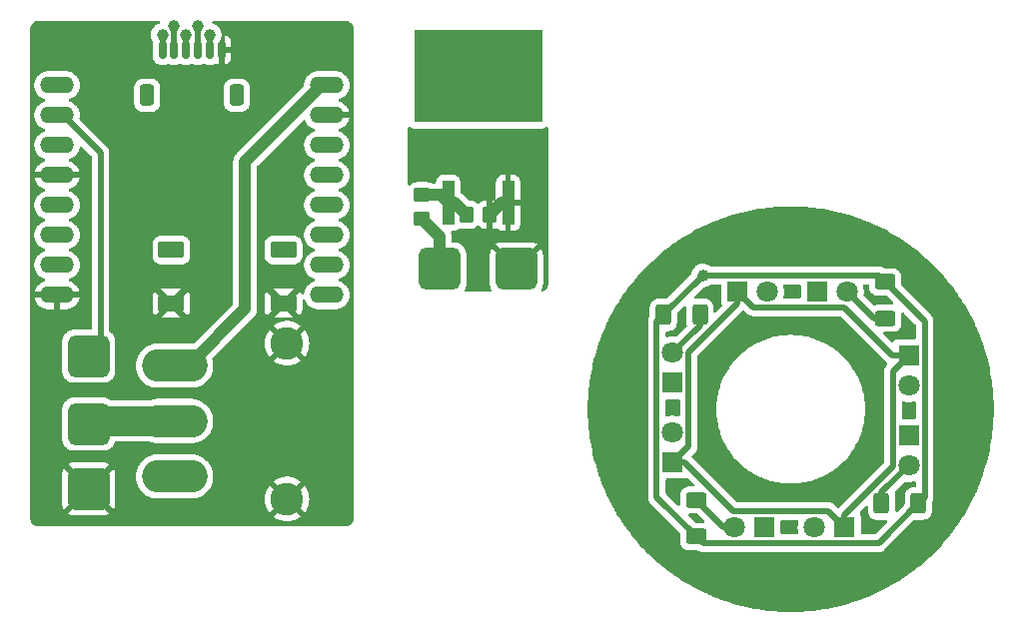
<source format=gbr>
%TF.GenerationSoftware,KiCad,Pcbnew,9.0.1*%
%TF.CreationDate,2025-06-19T23:09:26+02:00*%
%TF.ProjectId,Night-Gogle,4e696768-742d-4476-9f67-6c652e6b6963,rev?*%
%TF.SameCoordinates,Original*%
%TF.FileFunction,Copper,L1,Top*%
%TF.FilePolarity,Positive*%
%FSLAX46Y46*%
G04 Gerber Fmt 4.6, Leading zero omitted, Abs format (unit mm)*
G04 Created by KiCad (PCBNEW 9.0.1) date 2025-06-19 23:09:26*
%MOMM*%
%LPD*%
G01*
G04 APERTURE LIST*
G04 Aperture macros list*
%AMRoundRect*
0 Rectangle with rounded corners*
0 $1 Rounding radius*
0 $2 $3 $4 $5 $6 $7 $8 $9 X,Y pos of 4 corners*
0 Add a 4 corners polygon primitive as box body*
4,1,4,$2,$3,$4,$5,$6,$7,$8,$9,$2,$3,0*
0 Add four circle primitives for the rounded corners*
1,1,$1+$1,$2,$3*
1,1,$1+$1,$4,$5*
1,1,$1+$1,$6,$7*
1,1,$1+$1,$8,$9*
0 Add four rect primitives between the rounded corners*
20,1,$1+$1,$2,$3,$4,$5,0*
20,1,$1+$1,$4,$5,$6,$7,0*
20,1,$1+$1,$6,$7,$8,$9,0*
20,1,$1+$1,$8,$9,$2,$3,0*%
G04 Aperture macros list end*
%TA.AperFunction,SMDPad,CuDef*%
%ADD10RoundRect,0.250000X-0.350000X-0.650000X0.350000X-0.650000X0.350000X0.650000X-0.350000X0.650000X0*%
%TD*%
%TA.AperFunction,SMDPad,CuDef*%
%ADD11RoundRect,0.150000X-0.150000X-0.625000X0.150000X-0.625000X0.150000X0.625000X-0.150000X0.625000X0*%
%TD*%
%TA.AperFunction,SMDPad,CuDef*%
%ADD12R,10.840000X7.880000*%
%TD*%
%TA.AperFunction,SMDPad,CuDef*%
%ADD13RoundRect,0.132500X0.397500X-1.757500X0.397500X1.757500X-0.397500X1.757500X-0.397500X-1.757500X0*%
%TD*%
%TA.AperFunction,SMDPad,CuDef*%
%ADD14RoundRect,0.210000X0.890000X-0.490000X0.890000X0.490000X-0.890000X0.490000X-0.890000X-0.490000X0*%
%TD*%
%TA.AperFunction,SMDPad,CuDef*%
%ADD15RoundRect,0.250000X-0.350000X-0.450000X0.350000X-0.450000X0.350000X0.450000X-0.350000X0.450000X0*%
%TD*%
%TA.AperFunction,ComponentPad*%
%ADD16R,1.800000X1.800000*%
%TD*%
%TA.AperFunction,ComponentPad*%
%ADD17C,1.800000*%
%TD*%
%TA.AperFunction,SMDPad,CuDef*%
%ADD18RoundRect,0.250000X-0.625000X0.400000X-0.625000X-0.400000X0.625000X-0.400000X0.625000X0.400000X0*%
%TD*%
%TA.AperFunction,SMDPad,CuDef*%
%ADD19RoundRect,0.250000X0.625000X-0.400000X0.625000X0.400000X-0.625000X0.400000X-0.625000X-0.400000X0*%
%TD*%
%TA.AperFunction,SMDPad,CuDef*%
%ADD20RoundRect,0.525000X-1.225000X1.225000X-1.225000X-1.225000X1.225000X-1.225000X1.225000X1.225000X0*%
%TD*%
%TA.AperFunction,SMDPad,CuDef*%
%ADD21RoundRect,0.525000X-1.225000X-1.225000X1.225000X-1.225000X1.225000X1.225000X-1.225000X1.225000X0*%
%TD*%
%TA.AperFunction,SMDPad,CuDef*%
%ADD22RoundRect,0.250000X0.400000X0.625000X-0.400000X0.625000X-0.400000X-0.625000X0.400000X-0.625000X0*%
%TD*%
%TA.AperFunction,SMDPad,CuDef*%
%ADD23RoundRect,0.250000X-0.400000X-0.625000X0.400000X-0.625000X0.400000X0.625000X-0.400000X0.625000X0*%
%TD*%
%TA.AperFunction,ComponentPad*%
%ADD24O,5.550000X2.775000*%
%TD*%
%TA.AperFunction,ComponentPad*%
%ADD25C,2.775000*%
%TD*%
%TA.AperFunction,SMDPad,CuDef*%
%ADD26RoundRect,0.250000X0.450000X-0.350000X0.450000X0.350000X-0.450000X0.350000X-0.450000X-0.350000X0*%
%TD*%
%TA.AperFunction,ComponentPad*%
%ADD27O,2.844800X1.422400*%
%TD*%
%TA.AperFunction,ViaPad*%
%ADD28C,1.000000*%
%TD*%
%TA.AperFunction,Conductor*%
%ADD29C,1.000000*%
%TD*%
%TA.AperFunction,Conductor*%
%ADD30C,0.500000*%
%TD*%
%TA.AperFunction,Conductor*%
%ADD31C,2.500000*%
%TD*%
G04 APERTURE END LIST*
D10*
%TO.P,J1,MP*%
%TO.N,N/C*%
X69300000Y-54875000D03*
X61700000Y-54875000D03*
D11*
%TO.P,J1,6,Pin_6*%
%TO.N,GND*%
X68000000Y-51000000D03*
%TO.P,J1,5,Pin_5*%
%TO.N,MOSI*%
X67000000Y-51000000D03*
%TO.P,J1,4,Pin_4*%
%TO.N,SCLK*%
X66000000Y-51000000D03*
%TO.P,J1,3,Pin_3*%
%TO.N,CS*%
X65000000Y-51000000D03*
%TO.P,J1,2,Pin_2*%
%TO.N,DC*%
X64000000Y-51000000D03*
%TO.P,J1,1,Pin_1*%
%TO.N,RST*%
X63000000Y-51000000D03*
%TD*%
D12*
%TO.P,U1,4*%
%TO.N,IR-In*%
X89750000Y-53250000D03*
D13*
%TO.P,U1,3*%
%TO.N,GND*%
X92290000Y-64000000D03*
%TO.P,U1,1*%
%TO.N,Net-(R1-Pad2)*%
X87210000Y-64000000D03*
%TD*%
D14*
%TO.P,SW1,1,1*%
%TO.N,Button1*%
X63750000Y-68000000D03*
X73250000Y-68000000D03*
%TO.P,SW1,2,2*%
%TO.N,GND*%
X63750000Y-72500000D03*
X73250000Y-72500000D03*
%TD*%
D15*
%TO.P,R6,1*%
%TO.N,Net-(R1-Pad2)*%
X88750000Y-65000000D03*
%TO.P,R6,2*%
%TO.N,GND*%
X90750000Y-65000000D03*
%TD*%
D16*
%TO.P,D2,1,K*%
%TO.N,Net-(D1-A)*%
X106250000Y-79250000D03*
D17*
%TO.P,D2,2,A*%
%TO.N,Net-(D2-A)*%
X106250000Y-76710000D03*
%TD*%
D16*
%TO.P,D7,1,K*%
%TO.N,Net-(D7-K)*%
X118500000Y-71500000D03*
D17*
%TO.P,D7,2,A*%
%TO.N,Net-(D7-A)*%
X121040000Y-71500000D03*
%TD*%
D18*
%TO.P,R4,1*%
%TO.N,Net-(D5-A)*%
X108250000Y-89200000D03*
%TO.P,R4,2*%
%TO.N,+5V*%
X108250000Y-92300000D03*
%TD*%
D19*
%TO.P,R5,1*%
%TO.N,Net-(D7-A)*%
X124250000Y-73800000D03*
%TO.P,R5,2*%
%TO.N,+5V*%
X124250000Y-70700000D03*
%TD*%
D16*
%TO.P,D6,1,K*%
%TO.N,IR-In*%
X120780000Y-91500000D03*
D17*
%TO.P,D6,2,A*%
%TO.N,Net-(D5-K)*%
X118240000Y-91500000D03*
%TD*%
D16*
%TO.P,D1,1,K*%
%TO.N,IR-In*%
X106250000Y-85990000D03*
D17*
%TO.P,D1,2,A*%
%TO.N,Net-(D1-A)*%
X106250000Y-83450000D03*
%TD*%
D20*
%TO.P,VIN1,1,1*%
%TO.N,VBAT*%
X56750000Y-82750000D03*
%TD*%
D21*
%TO.P,GND2,1,1*%
%TO.N,GND*%
X93000000Y-69600000D03*
%TD*%
D16*
%TO.P,D3,1,K*%
%TO.N,Net-(D3-K)*%
X126250000Y-83740000D03*
D17*
%TO.P,D3,2,A*%
%TO.N,Net-(D3-A)*%
X126250000Y-86280000D03*
%TD*%
D22*
%TO.P,R2,1*%
%TO.N,Net-(D2-A)*%
X108550000Y-73500000D03*
%TO.P,R2,2*%
%TO.N,+5V*%
X105450000Y-73500000D03*
%TD*%
D23*
%TO.P,R3,1*%
%TO.N,Net-(D3-A)*%
X123950000Y-89500000D03*
%TO.P,R3,2*%
%TO.N,+5V*%
X127050000Y-89500000D03*
%TD*%
D24*
%TO.P,SW2,1*%
%TO.N,unconnected-(SW2-Pad1)*%
X64025000Y-87200000D03*
%TO.P,SW2,2*%
%TO.N,VBAT*%
X64025000Y-82500000D03*
%TO.P,SW2,3*%
%TO.N,+5V*%
X64025000Y-77800000D03*
D25*
%TO.P,SW2,4*%
%TO.N,GND*%
X73555000Y-89105000D03*
%TO.P,SW2,5*%
X73555000Y-75895000D03*
%TD*%
D16*
%TO.P,D4,1,K*%
%TO.N,IR-In*%
X126250000Y-76960000D03*
D17*
%TO.P,D4,2,A*%
%TO.N,Net-(D3-K)*%
X126250000Y-79500000D03*
%TD*%
D21*
%TO.P,IR-LED3,1,1*%
%TO.N,IR-Led*%
X86500000Y-69600000D03*
%TD*%
D20*
%TO.P,GND1,1,1*%
%TO.N,GND*%
X56750000Y-88250000D03*
%TD*%
D26*
%TO.P,R1,1*%
%TO.N,IR-Led*%
X85000000Y-65350000D03*
%TO.P,R1,2*%
%TO.N,Net-(R1-Pad2)*%
X85000000Y-63350000D03*
%TD*%
D16*
%TO.P,D5,1,K*%
%TO.N,Net-(D5-K)*%
X114000000Y-91500000D03*
D17*
%TO.P,D5,2,A*%
%TO.N,Net-(D5-A)*%
X111460000Y-91500000D03*
%TD*%
D16*
%TO.P,D8,1,K*%
%TO.N,IR-In*%
X111750000Y-71500000D03*
D17*
%TO.P,D8,2,A*%
%TO.N,Net-(D7-K)*%
X114290000Y-71500000D03*
%TD*%
D20*
%TO.P,IR-LED1,1,1*%
%TO.N,IR-Led*%
X56750000Y-77000000D03*
%TD*%
D27*
%TO.P,MCU1,P$1,5V*%
%TO.N,+5V*%
X76930000Y-54020000D03*
%TO.P,MCU1,P$2,GND*%
%TO.N,GND*%
X76930000Y-56560000D03*
%TO.P,MCU1,P$3,IO12*%
%TO.N,MOSI*%
X76930000Y-59100000D03*
%TO.P,MCU1,P$4,IO13*%
%TO.N,SCLK*%
X76930000Y-61640000D03*
%TO.P,MCU1,P$5,IO15*%
%TO.N,CS*%
X76930000Y-64180000D03*
%TO.P,MCU1,P$6,IO14*%
%TO.N,DC*%
X76930000Y-66720000D03*
%TO.P,MCU1,P$7,IO2*%
%TO.N,RST*%
X76930000Y-69260000D03*
%TO.P,MCU1,P$8,IO4*%
%TO.N,unconnected-(MCU1-IO4-PadP$8)*%
X76930000Y-71800000D03*
%TO.P,MCU1,P$9,.GND*%
%TO.N,GND*%
X54070000Y-71800000D03*
%TO.P,MCU1,P$10,IO1/U0T*%
%TO.N,unconnected-(MCU1-IO1{slash}U0T-PadP$10)*%
X54070000Y-69260000D03*
%TO.P,MCU1,P$11,IO3/U0R*%
%TO.N,unconnected-(MCU1-IO3{slash}U0R-PadP$11)*%
X54070000Y-66720000D03*
%TO.P,MCU1,P$12,3V3.*%
%TO.N,unconnected-(MCU1-3V3.-PadP$12)*%
X54070000Y-64180000D03*
%TO.P,MCU1,P$13,GND.*%
%TO.N,GND*%
X54070000Y-61640000D03*
%TO.P,MCU1,P$14,IO0*%
%TO.N,Button1*%
X54070000Y-59100000D03*
%TO.P,MCU1,P$15,IO16*%
%TO.N,IR-Led*%
X54070000Y-56560000D03*
%TO.P,MCU1,P$16,3V3*%
%TO.N,unconnected-(MCU1-3V3-PadP$16)*%
X54070000Y-54020000D03*
%TD*%
D28*
%TO.N,MOSI*%
X67000000Y-49750000D03*
%TO.N,DC*%
X64000000Y-49000000D03*
%TO.N,CS*%
X65000000Y-49750000D03*
%TO.N,SCLK*%
X66000000Y-49000000D03*
%TO.N,RST*%
X63000000Y-49750000D03*
%TO.N,Button1*%
X63750000Y-68000000D03*
X73250000Y-68000000D03*
%TO.N,+5V*%
X108801000Y-70149000D03*
%TD*%
D29*
%TO.N,+5V*%
X70000000Y-60500000D02*
X76480000Y-54020000D01*
X70000000Y-73000000D02*
X70000000Y-60500000D01*
X76480000Y-54020000D02*
X76930000Y-54020000D01*
X65200000Y-77800000D02*
X70000000Y-73000000D01*
X64025000Y-77800000D02*
X65200000Y-77800000D01*
D30*
%TO.N,MOSI*%
X67000000Y-51000000D02*
X67000000Y-49750000D01*
%TO.N,SCLK*%
X66000000Y-51000000D02*
X66000000Y-49000000D01*
%TO.N,DC*%
X64000000Y-51000000D02*
X64000000Y-49000000D01*
%TO.N,RST*%
X63000000Y-51000000D02*
X63000000Y-49750000D01*
%TO.N,CS*%
X65000000Y-51000000D02*
X65000000Y-49750000D01*
D29*
%TO.N,GND*%
X92290000Y-64000000D02*
X91750000Y-64000000D01*
X91750000Y-64000000D02*
X90750000Y-65000000D01*
%TO.N,IR-Led*%
X86500000Y-66850000D02*
X85000000Y-65350000D01*
D30*
X56750000Y-77000000D02*
X57750000Y-76000000D01*
X57750000Y-76000000D02*
X57750000Y-59750000D01*
X57750000Y-59750000D02*
X54560000Y-56560000D01*
X54560000Y-56560000D02*
X54070000Y-56560000D01*
D29*
X86500000Y-69600000D02*
X86500000Y-66850000D01*
D30*
%TO.N,+5V*%
X108801000Y-92851000D02*
X108250000Y-92300000D01*
X108801000Y-70149000D02*
X123699000Y-70149000D01*
X104899000Y-74051000D02*
X105450000Y-73500000D01*
X127601000Y-88949000D02*
X127050000Y-89500000D01*
X104899000Y-88949000D02*
X104899000Y-74051000D01*
X127601000Y-74051000D02*
X127601000Y-88949000D01*
X123699000Y-70149000D02*
X124250000Y-70700000D01*
X127050000Y-89500000D02*
X123699000Y-92851000D01*
X124250000Y-70700000D02*
X127601000Y-74051000D01*
D29*
X65950000Y-77800000D02*
X64025000Y-77800000D01*
D30*
X108250000Y-92300000D02*
X104899000Y-88949000D01*
X105450000Y-73500000D02*
X108801000Y-70149000D01*
X123699000Y-92851000D02*
X108801000Y-92851000D01*
D31*
%TO.N,VBAT*%
X57000000Y-82500000D02*
X56750000Y-82750000D01*
X64025000Y-82500000D02*
X57000000Y-82500000D01*
D30*
%TO.N,IR-In*%
X111399000Y-90149000D02*
X119429000Y-90149000D01*
X119429000Y-90149000D02*
X120780000Y-91500000D01*
X120741000Y-72851000D02*
X113101000Y-72851000D01*
X107240000Y-85990000D02*
X111399000Y-90149000D01*
X107601000Y-84639000D02*
X106250000Y-85990000D01*
X106250000Y-85990000D02*
X107240000Y-85990000D01*
X120780000Y-90470000D02*
X124899000Y-86351000D01*
X107601000Y-76649000D02*
X107601000Y-84639000D01*
X111750000Y-72500000D02*
X107601000Y-76649000D01*
X126250000Y-76960000D02*
X124850000Y-76960000D01*
X111750000Y-71500000D02*
X111750000Y-72500000D01*
X120780000Y-91500000D02*
X120780000Y-90470000D01*
X124899000Y-78311000D02*
X126250000Y-76960000D01*
X113101000Y-72851000D02*
X111750000Y-71500000D01*
X124899000Y-86351000D02*
X124899000Y-78311000D01*
X124850000Y-76960000D02*
X120741000Y-72851000D01*
%TO.N,Net-(D2-A)*%
X108550000Y-74410000D02*
X106250000Y-76710000D01*
X108550000Y-73500000D02*
X108550000Y-74410000D01*
%TO.N,Net-(D3-A)*%
X123950000Y-88580000D02*
X126250000Y-86280000D01*
X123950000Y-89500000D02*
X123950000Y-88580000D01*
%TO.N,Net-(D5-A)*%
X110550000Y-91500000D02*
X108250000Y-89200000D01*
X111460000Y-91500000D02*
X110550000Y-91500000D01*
%TO.N,Net-(D7-A)*%
X123340000Y-73800000D02*
X121040000Y-71500000D01*
X124250000Y-73800000D02*
X123340000Y-73800000D01*
D29*
%TO.N,Net-(R1-Pad2)*%
X87210000Y-64000000D02*
X87750000Y-64000000D01*
X86560000Y-63350000D02*
X87210000Y-64000000D01*
X85000000Y-63350000D02*
X86560000Y-63350000D01*
X87750000Y-64000000D02*
X88750000Y-65000000D01*
%TD*%
%TA.AperFunction,Conductor*%
%TO.N,GND*%
G36*
X62699925Y-48554396D02*
G01*
X62728824Y-48565838D01*
X62753971Y-48584108D01*
X62773784Y-48608057D01*
X62787018Y-48636182D01*
X62792842Y-48666714D01*
X62790891Y-48697735D01*
X62781286Y-48727297D01*
X62764631Y-48753541D01*
X62741972Y-48774818D01*
X62714734Y-48789792D01*
X62701192Y-48794271D01*
X62699497Y-48794725D01*
X62698860Y-48794896D01*
X62698853Y-48794898D01*
X62616747Y-48824783D01*
X62537589Y-48861695D01*
X62537582Y-48861698D01*
X62461915Y-48905386D01*
X62390353Y-48955493D01*
X62323424Y-49011653D01*
X62261653Y-49073424D01*
X62205493Y-49140353D01*
X62155386Y-49211915D01*
X62111698Y-49287582D01*
X62111695Y-49287589D01*
X62074783Y-49366747D01*
X62044898Y-49448853D01*
X62044898Y-49448855D01*
X62022285Y-49533244D01*
X62022284Y-49533251D01*
X62007117Y-49619271D01*
X62007114Y-49619288D01*
X61999500Y-49706315D01*
X61999500Y-49793684D01*
X62007114Y-49880711D01*
X62007117Y-49880728D01*
X62017228Y-49938074D01*
X62022285Y-49966754D01*
X62044897Y-50051143D01*
X62044898Y-50051145D01*
X62044898Y-50051146D01*
X62074783Y-50133252D01*
X62111695Y-50212410D01*
X62111698Y-50212417D01*
X62155385Y-50288084D01*
X62177074Y-50319058D01*
X62191571Y-50346553D01*
X62198775Y-50376789D01*
X62199500Y-50390182D01*
X62199500Y-51653679D01*
X62200057Y-51669844D01*
X62200057Y-51669849D01*
X62208935Y-51741073D01*
X62225597Y-51810901D01*
X62249835Y-51878456D01*
X62249836Y-51878458D01*
X62281355Y-51942934D01*
X62281363Y-51942948D01*
X62319782Y-52003558D01*
X62319784Y-52003561D01*
X62319787Y-52003565D01*
X62364650Y-52059595D01*
X62415405Y-52110350D01*
X62471435Y-52155213D01*
X62471439Y-52155216D01*
X62471441Y-52155217D01*
X62532051Y-52193636D01*
X62532065Y-52193644D01*
X62591753Y-52222822D01*
X62596545Y-52225165D01*
X62633847Y-52238548D01*
X62664098Y-52249402D01*
X62664099Y-52249402D01*
X62664107Y-52249405D01*
X62733925Y-52266065D01*
X62805151Y-52274943D01*
X62805162Y-52274943D01*
X62805164Y-52274944D01*
X62813489Y-52275230D01*
X62821309Y-52275500D01*
X63178690Y-52275499D01*
X63194849Y-52274943D01*
X63266075Y-52266065D01*
X63335893Y-52249405D01*
X63403455Y-52225165D01*
X63445547Y-52204587D01*
X63474954Y-52194547D01*
X63505942Y-52192133D01*
X63536558Y-52197502D01*
X63554446Y-52204585D01*
X63596545Y-52225165D01*
X63637777Y-52239958D01*
X63664098Y-52249402D01*
X63664099Y-52249402D01*
X63664107Y-52249405D01*
X63733925Y-52266065D01*
X63805151Y-52274943D01*
X63805162Y-52274943D01*
X63805164Y-52274944D01*
X63813489Y-52275230D01*
X63821309Y-52275500D01*
X64178690Y-52275499D01*
X64194849Y-52274943D01*
X64266075Y-52266065D01*
X64335893Y-52249405D01*
X64403455Y-52225165D01*
X64445547Y-52204587D01*
X64474954Y-52194547D01*
X64505942Y-52192133D01*
X64536558Y-52197502D01*
X64554446Y-52204585D01*
X64596545Y-52225165D01*
X64637777Y-52239958D01*
X64664098Y-52249402D01*
X64664099Y-52249402D01*
X64664107Y-52249405D01*
X64733925Y-52266065D01*
X64805151Y-52274943D01*
X64805162Y-52274943D01*
X64805164Y-52274944D01*
X64813489Y-52275230D01*
X64821309Y-52275500D01*
X65178690Y-52275499D01*
X65194849Y-52274943D01*
X65266075Y-52266065D01*
X65335893Y-52249405D01*
X65403455Y-52225165D01*
X65445547Y-52204587D01*
X65474954Y-52194547D01*
X65505942Y-52192133D01*
X65536558Y-52197502D01*
X65554446Y-52204585D01*
X65596545Y-52225165D01*
X65637777Y-52239958D01*
X65664098Y-52249402D01*
X65664099Y-52249402D01*
X65664107Y-52249405D01*
X65733925Y-52266065D01*
X65805151Y-52274943D01*
X65805162Y-52274943D01*
X65805164Y-52274944D01*
X65813489Y-52275230D01*
X65821309Y-52275500D01*
X66178690Y-52275499D01*
X66194849Y-52274943D01*
X66266075Y-52266065D01*
X66335893Y-52249405D01*
X66403455Y-52225165D01*
X66445547Y-52204587D01*
X66474954Y-52194547D01*
X66505942Y-52192133D01*
X66536558Y-52197502D01*
X66554446Y-52204585D01*
X66596545Y-52225165D01*
X66637777Y-52239958D01*
X66664098Y-52249402D01*
X66664099Y-52249402D01*
X66664107Y-52249405D01*
X66733925Y-52266065D01*
X66805151Y-52274943D01*
X66805162Y-52274943D01*
X66805164Y-52274944D01*
X66813489Y-52275230D01*
X66821309Y-52275500D01*
X67178690Y-52275499D01*
X67194849Y-52274943D01*
X67266075Y-52266065D01*
X67335893Y-52249405D01*
X67403455Y-52225165D01*
X67446113Y-52204311D01*
X67475523Y-52194270D01*
X67506512Y-52191857D01*
X67537127Y-52197226D01*
X67555029Y-52204314D01*
X67596732Y-52224701D01*
X67596735Y-52224703D01*
X67664235Y-52248921D01*
X67664241Y-52248923D01*
X67734026Y-52265575D01*
X67749999Y-52267565D01*
X67750000Y-52267565D01*
X68250000Y-52267565D01*
X68265972Y-52265575D01*
X68265973Y-52265575D01*
X68335758Y-52248923D01*
X68335764Y-52248921D01*
X68403262Y-52224704D01*
X68467701Y-52193200D01*
X68528274Y-52154807D01*
X68584256Y-52109982D01*
X68584266Y-52109973D01*
X68634973Y-52059266D01*
X68634982Y-52059256D01*
X68679807Y-52003274D01*
X68718200Y-51942701D01*
X68749704Y-51878262D01*
X68773921Y-51810764D01*
X68773923Y-51810758D01*
X68790572Y-51740988D01*
X68790573Y-51740979D01*
X68799444Y-51669813D01*
X68800000Y-51653690D01*
X68800000Y-51250000D01*
X68250000Y-51250000D01*
X68250000Y-52267565D01*
X67750000Y-52267565D01*
X67750000Y-51900487D01*
X67753896Y-51869649D01*
X67757285Y-51858611D01*
X67774402Y-51810901D01*
X67774405Y-51810893D01*
X67791065Y-51741075D01*
X67799943Y-51669849D01*
X67799943Y-51669836D01*
X67799944Y-51669835D01*
X67800221Y-51661770D01*
X67800500Y-51653691D01*
X67800499Y-50750000D01*
X68250000Y-50750000D01*
X68799999Y-50750000D01*
X68799999Y-50346305D01*
X68799444Y-50330187D01*
X68790573Y-50259020D01*
X68790572Y-50259011D01*
X68773923Y-50189241D01*
X68773921Y-50189235D01*
X68749704Y-50121737D01*
X68718200Y-50057298D01*
X68679807Y-49996725D01*
X68634982Y-49940743D01*
X68634973Y-49940733D01*
X68584266Y-49890026D01*
X68584256Y-49890017D01*
X68528274Y-49845192D01*
X68467701Y-49806799D01*
X68403262Y-49775295D01*
X68335764Y-49751078D01*
X68335758Y-49751076D01*
X68265983Y-49734426D01*
X68250000Y-49732434D01*
X68250000Y-50750000D01*
X67800499Y-50750000D01*
X67800499Y-50390182D01*
X67804395Y-50359346D01*
X67815837Y-50330447D01*
X67822919Y-50319067D01*
X67844617Y-50288080D01*
X67888300Y-50212420D01*
X67925222Y-50133239D01*
X67955103Y-50051143D01*
X67977715Y-49966754D01*
X67992885Y-49880716D01*
X68000500Y-49793683D01*
X68000500Y-49706317D01*
X68000031Y-49700959D01*
X67998838Y-49687313D01*
X67996489Y-49660479D01*
X67992885Y-49619284D01*
X67977715Y-49533246D01*
X67955103Y-49448857D01*
X67925222Y-49366761D01*
X67925217Y-49366752D01*
X67925216Y-49366747D01*
X67888304Y-49287589D01*
X67888301Y-49287582D01*
X67888300Y-49287580D01*
X67844617Y-49211920D01*
X67819053Y-49175411D01*
X67794506Y-49140353D01*
X67738346Y-49073424D01*
X67676575Y-49011653D01*
X67609646Y-48955493D01*
X67538084Y-48905386D01*
X67538085Y-48905386D01*
X67538080Y-48905383D01*
X67462420Y-48861700D01*
X67462417Y-48861698D01*
X67462410Y-48861695D01*
X67383252Y-48824783D01*
X67383241Y-48824779D01*
X67383239Y-48824778D01*
X67301143Y-48794897D01*
X67298812Y-48794272D01*
X67270038Y-48782529D01*
X67245085Y-48763996D01*
X67225525Y-48739840D01*
X67212586Y-48711578D01*
X67207083Y-48680987D01*
X67209360Y-48649987D01*
X67219275Y-48620528D01*
X67236204Y-48594461D01*
X67259085Y-48573422D01*
X67286478Y-48558735D01*
X67316664Y-48551321D01*
X67330913Y-48550500D01*
X78476350Y-48550500D01*
X78496949Y-48550500D01*
X78503033Y-48550649D01*
X78562479Y-48553569D01*
X78574588Y-48554762D01*
X78593775Y-48557608D01*
X78630449Y-48563048D01*
X78642361Y-48565417D01*
X78697158Y-48579143D01*
X78708773Y-48582666D01*
X78761966Y-48601699D01*
X78773185Y-48606347D01*
X78824239Y-48630494D01*
X78834971Y-48636230D01*
X78883396Y-48665255D01*
X78893502Y-48672007D01*
X78938867Y-48705652D01*
X78948266Y-48713366D01*
X78990107Y-48751289D01*
X78998710Y-48759892D01*
X79036633Y-48801733D01*
X79044349Y-48811134D01*
X79077989Y-48856493D01*
X79084744Y-48866603D01*
X79113769Y-48915028D01*
X79119505Y-48925760D01*
X79143652Y-48976814D01*
X79148304Y-48988043D01*
X79167328Y-49041213D01*
X79170858Y-49052848D01*
X79184578Y-49107621D01*
X79186952Y-49119557D01*
X79195237Y-49175411D01*
X79196430Y-49187519D01*
X79199351Y-49246964D01*
X79199500Y-49253050D01*
X79199500Y-90746949D01*
X79199351Y-90753035D01*
X79196430Y-90812480D01*
X79195237Y-90824588D01*
X79186952Y-90880442D01*
X79184578Y-90892378D01*
X79170858Y-90947151D01*
X79167326Y-90958792D01*
X79155267Y-90992499D01*
X79148310Y-91011942D01*
X79143652Y-91023185D01*
X79119505Y-91074239D01*
X79113769Y-91084971D01*
X79084744Y-91133396D01*
X79077984Y-91143514D01*
X79044354Y-91188859D01*
X79036633Y-91198266D01*
X78998710Y-91240107D01*
X78990107Y-91248710D01*
X78948266Y-91286633D01*
X78938859Y-91294354D01*
X78893514Y-91327984D01*
X78883396Y-91334744D01*
X78834971Y-91363769D01*
X78824239Y-91369505D01*
X78773185Y-91393652D01*
X78761949Y-91398306D01*
X78708795Y-91417326D01*
X78697151Y-91420858D01*
X78642378Y-91434578D01*
X78630442Y-91436952D01*
X78574588Y-91445237D01*
X78562480Y-91446430D01*
X78508803Y-91449067D01*
X78503031Y-91449351D01*
X78496949Y-91449500D01*
X52503051Y-91449500D01*
X52496968Y-91449351D01*
X52490864Y-91449051D01*
X52437519Y-91446430D01*
X52425411Y-91445237D01*
X52369557Y-91436952D01*
X52357621Y-91434578D01*
X52302848Y-91420858D01*
X52291213Y-91417328D01*
X52238043Y-91398304D01*
X52226814Y-91393652D01*
X52175760Y-91369505D01*
X52165028Y-91363769D01*
X52116603Y-91334744D01*
X52106493Y-91327989D01*
X52061134Y-91294349D01*
X52051733Y-91286633D01*
X52009892Y-91248710D01*
X52001289Y-91240107D01*
X51963366Y-91198266D01*
X51955652Y-91188867D01*
X51922007Y-91143502D01*
X51915255Y-91133396D01*
X51886230Y-91084971D01*
X51880494Y-91074239D01*
X51856347Y-91023185D01*
X51851699Y-91011966D01*
X51832666Y-90958773D01*
X51829141Y-90947151D01*
X51815417Y-90892361D01*
X51813047Y-90880442D01*
X51804762Y-90824588D01*
X51803569Y-90812478D01*
X51800649Y-90753033D01*
X51800500Y-90746949D01*
X51800500Y-90354905D01*
X54998644Y-90354905D01*
X54998644Y-90354906D01*
X55015270Y-90365426D01*
X55015279Y-90365431D01*
X55095965Y-90406993D01*
X55095974Y-90406997D01*
X55180017Y-90441266D01*
X55180019Y-90441267D01*
X55266765Y-90467975D01*
X55266769Y-90467976D01*
X55355529Y-90486911D01*
X55355528Y-90486911D01*
X55445635Y-90497930D01*
X55445650Y-90497931D01*
X55499074Y-90500000D01*
X58000926Y-90500000D01*
X58054349Y-90497931D01*
X58054364Y-90497930D01*
X58144471Y-90486911D01*
X58233230Y-90467976D01*
X58233234Y-90467975D01*
X58319980Y-90441267D01*
X58319981Y-90441267D01*
X58404026Y-90406997D01*
X58404035Y-90406993D01*
X58484707Y-90365438D01*
X58484727Y-90365427D01*
X58501354Y-90354905D01*
X56750000Y-88603552D01*
X54998644Y-90354905D01*
X51800500Y-90354905D01*
X51800500Y-86999074D01*
X54500000Y-86999074D01*
X54500000Y-89500925D01*
X54502068Y-89554349D01*
X54502069Y-89554364D01*
X54513088Y-89644471D01*
X54532023Y-89733230D01*
X54532024Y-89733234D01*
X54558732Y-89819980D01*
X54558733Y-89819982D01*
X54593002Y-89904025D01*
X54593010Y-89904043D01*
X54634572Y-89984728D01*
X54645092Y-90001353D01*
X54645093Y-90001354D01*
X56396448Y-88250000D01*
X56396448Y-88249999D01*
X57103552Y-88249999D01*
X57103552Y-88250000D01*
X58854905Y-90001354D01*
X58865427Y-89984727D01*
X58865438Y-89984707D01*
X58906993Y-89904035D01*
X58906997Y-89904025D01*
X58941266Y-89819982D01*
X58941267Y-89819980D01*
X58967975Y-89733234D01*
X58967976Y-89733230D01*
X58986911Y-89644471D01*
X58997930Y-89554364D01*
X58997931Y-89554349D01*
X59000000Y-89500925D01*
X59000000Y-87142942D01*
X60749500Y-87142942D01*
X60749500Y-87257057D01*
X60756389Y-87370941D01*
X60770141Y-87484199D01*
X60790709Y-87596438D01*
X60790711Y-87596444D01*
X60818014Y-87707222D01*
X60851957Y-87816148D01*
X60892414Y-87922825D01*
X60920773Y-87985837D01*
X60939247Y-88026883D01*
X60966967Y-88079700D01*
X60992276Y-88127921D01*
X61022146Y-88177331D01*
X61051299Y-88225556D01*
X61116114Y-88319457D01*
X61116118Y-88319462D01*
X61186482Y-88409276D01*
X61198082Y-88422369D01*
X61262142Y-88494678D01*
X61262147Y-88494683D01*
X61262166Y-88494703D01*
X61342796Y-88575333D01*
X61342816Y-88575352D01*
X61342822Y-88575358D01*
X61374647Y-88603552D01*
X61428223Y-88651017D01*
X61428226Y-88651019D01*
X61518043Y-88721386D01*
X61611944Y-88786201D01*
X61709588Y-88845229D01*
X61810617Y-88898253D01*
X61914664Y-88945081D01*
X61914667Y-88945082D01*
X61914674Y-88945085D01*
X61978786Y-88969399D01*
X62021348Y-88985541D01*
X62130280Y-89019486D01*
X62241064Y-89046791D01*
X62353293Y-89067358D01*
X62466560Y-89081111D01*
X62580451Y-89088000D01*
X62580464Y-89088000D01*
X65469536Y-89088000D01*
X65469549Y-89088000D01*
X65583440Y-89081111D01*
X65696707Y-89067358D01*
X65802573Y-89047957D01*
X71667500Y-89047957D01*
X71667500Y-89162042D01*
X71674387Y-89275895D01*
X71688136Y-89389126D01*
X71708699Y-89501333D01*
X71708701Y-89501339D01*
X71735997Y-89612087D01*
X71769931Y-89720985D01*
X71810377Y-89827633D01*
X71857198Y-89931664D01*
X71910208Y-90032668D01*
X71910209Y-90032670D01*
X71969213Y-90130274D01*
X71969219Y-90130283D01*
X72034026Y-90224172D01*
X72055220Y-90251224D01*
X72055221Y-90251224D01*
X72748443Y-89558001D01*
X72774120Y-89602475D01*
X72820449Y-89668641D01*
X72872369Y-89730516D01*
X72929484Y-89787631D01*
X72991359Y-89839551D01*
X73057525Y-89885880D01*
X73101996Y-89911555D01*
X72408774Y-90604777D01*
X72408774Y-90604778D01*
X72435839Y-90625983D01*
X72529700Y-90690770D01*
X72529725Y-90690786D01*
X72627329Y-90749790D01*
X72627331Y-90749791D01*
X72728335Y-90802801D01*
X72832366Y-90849622D01*
X72939014Y-90890068D01*
X73047912Y-90924002D01*
X73158660Y-90951298D01*
X73158666Y-90951300D01*
X73270873Y-90971863D01*
X73384104Y-90985612D01*
X73497957Y-90992499D01*
X73497977Y-90992500D01*
X73612023Y-90992500D01*
X73612042Y-90992499D01*
X73725895Y-90985612D01*
X73839126Y-90971863D01*
X73951333Y-90951300D01*
X73951339Y-90951298D01*
X74062087Y-90924002D01*
X74170985Y-90890068D01*
X74277633Y-90849622D01*
X74381664Y-90802801D01*
X74482668Y-90749791D01*
X74482670Y-90749790D01*
X74580274Y-90690786D01*
X74580299Y-90690770D01*
X74674153Y-90625987D01*
X74674165Y-90625978D01*
X74701224Y-90604778D01*
X74701225Y-90604777D01*
X74008003Y-89911555D01*
X74052475Y-89885880D01*
X74118641Y-89839551D01*
X74180516Y-89787631D01*
X74237631Y-89730516D01*
X74289551Y-89668641D01*
X74335880Y-89602475D01*
X74361555Y-89558003D01*
X75054777Y-90251225D01*
X75054778Y-90251224D01*
X75075978Y-90224165D01*
X75075987Y-90224153D01*
X75140770Y-90130299D01*
X75140786Y-90130274D01*
X75199790Y-90032670D01*
X75199791Y-90032668D01*
X75252801Y-89931664D01*
X75299622Y-89827633D01*
X75340068Y-89720985D01*
X75374002Y-89612087D01*
X75401298Y-89501339D01*
X75401300Y-89501333D01*
X75421863Y-89389126D01*
X75435612Y-89275895D01*
X75442499Y-89162042D01*
X75442500Y-89162022D01*
X75442500Y-89047977D01*
X75442499Y-89047957D01*
X75435612Y-88934104D01*
X75421863Y-88820873D01*
X75401300Y-88708666D01*
X75401298Y-88708660D01*
X75374002Y-88597912D01*
X75340068Y-88489014D01*
X75299622Y-88382366D01*
X75252801Y-88278335D01*
X75199791Y-88177331D01*
X75199790Y-88177329D01*
X75140786Y-88079725D01*
X75140770Y-88079700D01*
X75075983Y-87985839D01*
X75054778Y-87958774D01*
X75054777Y-87958774D01*
X74361555Y-88651996D01*
X74335880Y-88607525D01*
X74289551Y-88541359D01*
X74237631Y-88479484D01*
X74180516Y-88422369D01*
X74118641Y-88370449D01*
X74052475Y-88324120D01*
X74008001Y-88298443D01*
X74701224Y-87605221D01*
X74701224Y-87605220D01*
X74674172Y-87584026D01*
X74580283Y-87519219D01*
X74580274Y-87519213D01*
X74482670Y-87460209D01*
X74482668Y-87460208D01*
X74381664Y-87407198D01*
X74277633Y-87360377D01*
X74170985Y-87319931D01*
X74062087Y-87285997D01*
X73951339Y-87258701D01*
X73951333Y-87258699D01*
X73839126Y-87238136D01*
X73725895Y-87224387D01*
X73612042Y-87217500D01*
X73497957Y-87217500D01*
X73384104Y-87224387D01*
X73270873Y-87238136D01*
X73158666Y-87258699D01*
X73158660Y-87258701D01*
X73047912Y-87285997D01*
X72939014Y-87319931D01*
X72832366Y-87360377D01*
X72728335Y-87407198D01*
X72627331Y-87460208D01*
X72627329Y-87460209D01*
X72529725Y-87519213D01*
X72529716Y-87519219D01*
X72435837Y-87584019D01*
X72408773Y-87605221D01*
X73101996Y-88298444D01*
X73057525Y-88324120D01*
X72991359Y-88370449D01*
X72929484Y-88422369D01*
X72872369Y-88479484D01*
X72820449Y-88541359D01*
X72774120Y-88607525D01*
X72748444Y-88651996D01*
X72055221Y-87958773D01*
X72034019Y-87985837D01*
X71969219Y-88079716D01*
X71969213Y-88079725D01*
X71910209Y-88177329D01*
X71910208Y-88177331D01*
X71857198Y-88278335D01*
X71810377Y-88382366D01*
X71769931Y-88489014D01*
X71735997Y-88597912D01*
X71708701Y-88708660D01*
X71708699Y-88708666D01*
X71688136Y-88820873D01*
X71674387Y-88934104D01*
X71667500Y-89047957D01*
X65802573Y-89047957D01*
X65808936Y-89046791D01*
X65919720Y-89019486D01*
X66028652Y-88985541D01*
X66135336Y-88945081D01*
X66239383Y-88898253D01*
X66340412Y-88845229D01*
X66438056Y-88786201D01*
X66531957Y-88721386D01*
X66621774Y-88651019D01*
X66707178Y-88575358D01*
X66787858Y-88494678D01*
X66863519Y-88409274D01*
X66933886Y-88319457D01*
X66998701Y-88225556D01*
X67057729Y-88127912D01*
X67110753Y-88026883D01*
X67157581Y-87922836D01*
X67198041Y-87816152D01*
X67231986Y-87707220D01*
X67259291Y-87596436D01*
X67279858Y-87484207D01*
X67293611Y-87370940D01*
X67300500Y-87257049D01*
X67300500Y-87142951D01*
X67293611Y-87029060D01*
X67279858Y-86915793D01*
X67259291Y-86803564D01*
X67231986Y-86692780D01*
X67198041Y-86583848D01*
X67157581Y-86477164D01*
X67110753Y-86373117D01*
X67057729Y-86272088D01*
X66998701Y-86174444D01*
X66933886Y-86080543D01*
X66895873Y-86032023D01*
X66863517Y-85990723D01*
X66826437Y-85948869D01*
X66787858Y-85905322D01*
X66787852Y-85905316D01*
X66787833Y-85905296D01*
X66707203Y-85824666D01*
X66707183Y-85824647D01*
X66707178Y-85824642D01*
X66670888Y-85792492D01*
X66621776Y-85748982D01*
X66531962Y-85678618D01*
X66531957Y-85678614D01*
X66438056Y-85613799D01*
X66438045Y-85613792D01*
X66340421Y-85554776D01*
X66340415Y-85554773D01*
X66340412Y-85554771D01*
X66239383Y-85501747D01*
X66239381Y-85501746D01*
X66239377Y-85501744D01*
X66135325Y-85454914D01*
X66028648Y-85414457D01*
X65919722Y-85380514D01*
X65808944Y-85353211D01*
X65808938Y-85353209D01*
X65759528Y-85344154D01*
X65696707Y-85332642D01*
X65696699Y-85332641D01*
X65583441Y-85318889D01*
X65469557Y-85312000D01*
X65469549Y-85312000D01*
X62580451Y-85312000D01*
X62580442Y-85312000D01*
X62466558Y-85318889D01*
X62353300Y-85332641D01*
X62353297Y-85332641D01*
X62353293Y-85332642D01*
X62315174Y-85339627D01*
X62241061Y-85353209D01*
X62241055Y-85353211D01*
X62130277Y-85380514D01*
X62021351Y-85414457D01*
X61914674Y-85454914D01*
X61810622Y-85501744D01*
X61709578Y-85554776D01*
X61611954Y-85613792D01*
X61611943Y-85613799D01*
X61518037Y-85678618D01*
X61428223Y-85748982D01*
X61342816Y-85824647D01*
X61342796Y-85824666D01*
X61262166Y-85905296D01*
X61262147Y-85905316D01*
X61186482Y-85990723D01*
X61116118Y-86080537D01*
X61051299Y-86174443D01*
X61051292Y-86174454D01*
X60992276Y-86272078D01*
X60939244Y-86373122D01*
X60892414Y-86477174D01*
X60851957Y-86583851D01*
X60818014Y-86692777D01*
X60790711Y-86803555D01*
X60790709Y-86803561D01*
X60770141Y-86915800D01*
X60756389Y-87029058D01*
X60749500Y-87142942D01*
X59000000Y-87142942D01*
X59000000Y-86999074D01*
X58997931Y-86945650D01*
X58997930Y-86945635D01*
X58986911Y-86855528D01*
X58967976Y-86766769D01*
X58967975Y-86766765D01*
X58941267Y-86680019D01*
X58941266Y-86680017D01*
X58906997Y-86595974D01*
X58906993Y-86595965D01*
X58865431Y-86515279D01*
X58865426Y-86515270D01*
X58854905Y-86498644D01*
X57103552Y-88249999D01*
X56396448Y-88249999D01*
X54645093Y-86498644D01*
X54645092Y-86498645D01*
X54634567Y-86515280D01*
X54593006Y-86595964D01*
X54593002Y-86595974D01*
X54558733Y-86680017D01*
X54558732Y-86680019D01*
X54532024Y-86766765D01*
X54532023Y-86766769D01*
X54513088Y-86855528D01*
X54502069Y-86945635D01*
X54502068Y-86945650D01*
X54500000Y-86999074D01*
X51800500Y-86999074D01*
X51800500Y-86145093D01*
X54998644Y-86145093D01*
X56750000Y-87896448D01*
X56750001Y-87896448D01*
X58501354Y-86145093D01*
X58501353Y-86145092D01*
X58484728Y-86134572D01*
X58404043Y-86093010D01*
X58404025Y-86093002D01*
X58319982Y-86058733D01*
X58319980Y-86058732D01*
X58233234Y-86032024D01*
X58233230Y-86032023D01*
X58144470Y-86013088D01*
X58144471Y-86013088D01*
X58054364Y-86002069D01*
X58054349Y-86002068D01*
X58000926Y-86000000D01*
X55499074Y-86000000D01*
X55445650Y-86002068D01*
X55445635Y-86002069D01*
X55355528Y-86013088D01*
X55266769Y-86032023D01*
X55266765Y-86032024D01*
X55180019Y-86058732D01*
X55180017Y-86058733D01*
X55095974Y-86093002D01*
X55095964Y-86093006D01*
X55015280Y-86134567D01*
X54998645Y-86145092D01*
X54998644Y-86145093D01*
X51800500Y-86145093D01*
X51800500Y-81499052D01*
X54499500Y-81499052D01*
X54499500Y-84000947D01*
X54501569Y-84054388D01*
X54501571Y-84054406D01*
X54512594Y-84144552D01*
X54512594Y-84144553D01*
X54531536Y-84233347D01*
X54531542Y-84233369D01*
X54558258Y-84320143D01*
X54558261Y-84320151D01*
X54592549Y-84404241D01*
X54634134Y-84484971D01*
X54682696Y-84561716D01*
X54682703Y-84561725D01*
X54737841Y-84633859D01*
X54737842Y-84633860D01*
X54767007Y-84665726D01*
X54799151Y-84700849D01*
X54837526Y-84735970D01*
X54866139Y-84762157D01*
X54866140Y-84762158D01*
X54938274Y-84817296D01*
X54938290Y-84817308D01*
X55015029Y-84865866D01*
X55095759Y-84907451D01*
X55179849Y-84941739D01*
X55266640Y-84968460D01*
X55266644Y-84968460D01*
X55266652Y-84968463D01*
X55355447Y-84987405D01*
X55355450Y-84987405D01*
X55355453Y-84987406D01*
X55445593Y-84998429D01*
X55445606Y-84998429D01*
X55445611Y-84998430D01*
X55499053Y-85000500D01*
X55499056Y-85000500D01*
X58000947Y-85000500D01*
X58054388Y-84998430D01*
X58054391Y-84998429D01*
X58054407Y-84998429D01*
X58144547Y-84987406D01*
X58144552Y-84987405D01*
X58144553Y-84987405D01*
X58233347Y-84968463D01*
X58233350Y-84968461D01*
X58233360Y-84968460D01*
X58320151Y-84941739D01*
X58404241Y-84907451D01*
X58484971Y-84865866D01*
X58561710Y-84817308D01*
X58633858Y-84762159D01*
X58700849Y-84700849D01*
X58762159Y-84633858D01*
X58817308Y-84561710D01*
X58865866Y-84484971D01*
X58907451Y-84404241D01*
X58907460Y-84404219D01*
X58938670Y-84327681D01*
X58953920Y-84300597D01*
X58975428Y-84278156D01*
X59001840Y-84261770D01*
X59031497Y-84252466D01*
X59053491Y-84250500D01*
X61906229Y-84250500D01*
X61937067Y-84254396D01*
X61950200Y-84258558D01*
X62021348Y-84285541D01*
X62130280Y-84319486D01*
X62241064Y-84346791D01*
X62353293Y-84367358D01*
X62466560Y-84381111D01*
X62580451Y-84388000D01*
X62580464Y-84388000D01*
X65469536Y-84388000D01*
X65469549Y-84388000D01*
X65583440Y-84381111D01*
X65696707Y-84367358D01*
X65808936Y-84346791D01*
X65919720Y-84319486D01*
X66028652Y-84285541D01*
X66135336Y-84245081D01*
X66239383Y-84198253D01*
X66340412Y-84145229D01*
X66438056Y-84086201D01*
X66531957Y-84021386D01*
X66621774Y-83951019D01*
X66707178Y-83875358D01*
X66787858Y-83794678D01*
X66863519Y-83709274D01*
X66933886Y-83619457D01*
X66998701Y-83525556D01*
X67057729Y-83427912D01*
X67110753Y-83326883D01*
X67157581Y-83222836D01*
X67198041Y-83116152D01*
X67231986Y-83007220D01*
X67259291Y-82896436D01*
X67279858Y-82784207D01*
X67293611Y-82670940D01*
X67300500Y-82557049D01*
X67300500Y-82442951D01*
X67293611Y-82329060D01*
X67279858Y-82215793D01*
X67259291Y-82103564D01*
X67231986Y-81992780D01*
X67198041Y-81883848D01*
X67157581Y-81777164D01*
X67110753Y-81673117D01*
X67057729Y-81572088D01*
X66998701Y-81474444D01*
X66933886Y-81380543D01*
X66863519Y-81290726D01*
X66863517Y-81290723D01*
X66826437Y-81248869D01*
X66787858Y-81205322D01*
X66787852Y-81205316D01*
X66787833Y-81205296D01*
X66707203Y-81124666D01*
X66707183Y-81124647D01*
X66707178Y-81124642D01*
X66670888Y-81092492D01*
X66621776Y-81048982D01*
X66531962Y-80978618D01*
X66531957Y-80978614D01*
X66438056Y-80913799D01*
X66438045Y-80913792D01*
X66340421Y-80854776D01*
X66340415Y-80854773D01*
X66340412Y-80854771D01*
X66239383Y-80801747D01*
X66239381Y-80801746D01*
X66239377Y-80801744D01*
X66135325Y-80754914D01*
X66028648Y-80714457D01*
X65919722Y-80680514D01*
X65808944Y-80653211D01*
X65808938Y-80653209D01*
X65759528Y-80644154D01*
X65696707Y-80632642D01*
X65696699Y-80632641D01*
X65583441Y-80618889D01*
X65469557Y-80612000D01*
X65469549Y-80612000D01*
X62580451Y-80612000D01*
X62580442Y-80612000D01*
X62466558Y-80618889D01*
X62353300Y-80632641D01*
X62353297Y-80632641D01*
X62353293Y-80632642D01*
X62315174Y-80639627D01*
X62241061Y-80653209D01*
X62241055Y-80653211D01*
X62130277Y-80680514D01*
X62021351Y-80714457D01*
X61950200Y-80741442D01*
X61919985Y-80748735D01*
X61906229Y-80749500D01*
X58691075Y-80749500D01*
X58660237Y-80745604D01*
X58631338Y-80734162D01*
X58615771Y-80724015D01*
X58561725Y-80682703D01*
X58561716Y-80682696D01*
X58484971Y-80634134D01*
X58482073Y-80632641D01*
X58404241Y-80592549D01*
X58320151Y-80558261D01*
X58320143Y-80558258D01*
X58233369Y-80531542D01*
X58233347Y-80531536D01*
X58144552Y-80512594D01*
X58069430Y-80503408D01*
X58054407Y-80501571D01*
X58054405Y-80501570D01*
X58054388Y-80501569D01*
X58000947Y-80499500D01*
X58000944Y-80499500D01*
X55499056Y-80499500D01*
X55499053Y-80499500D01*
X55445611Y-80501569D01*
X55445593Y-80501571D01*
X55355447Y-80512594D01*
X55355446Y-80512594D01*
X55266652Y-80531536D01*
X55266630Y-80531542D01*
X55179856Y-80558258D01*
X55179848Y-80558261D01*
X55095763Y-80592547D01*
X55015028Y-80634134D01*
X54938283Y-80682696D01*
X54938274Y-80682703D01*
X54866140Y-80737841D01*
X54866139Y-80737842D01*
X54799151Y-80799151D01*
X54737842Y-80866139D01*
X54737841Y-80866140D01*
X54682703Y-80938274D01*
X54682696Y-80938283D01*
X54634134Y-81015028D01*
X54592547Y-81095763D01*
X54558261Y-81179848D01*
X54558258Y-81179856D01*
X54531542Y-81266630D01*
X54531536Y-81266652D01*
X54512594Y-81355446D01*
X54512594Y-81355447D01*
X54501571Y-81445593D01*
X54501569Y-81445611D01*
X54499500Y-81499052D01*
X51800500Y-81499052D01*
X51800500Y-53972384D01*
X52147100Y-53972384D01*
X52147100Y-54067615D01*
X52154569Y-54162528D01*
X52154570Y-54162531D01*
X52169464Y-54256567D01*
X52169465Y-54256573D01*
X52191693Y-54349158D01*
X52191695Y-54349165D01*
X52191697Y-54349172D01*
X52221117Y-54439719D01*
X52257542Y-54527654D01*
X52257549Y-54527671D01*
X52257554Y-54527681D01*
X52300781Y-54612519D01*
X52300788Y-54612531D01*
X52300790Y-54612534D01*
X52350523Y-54693692D01*
X52350545Y-54693724D01*
X52406491Y-54770727D01*
X52406501Y-54770741D01*
X52468329Y-54843131D01*
X52468335Y-54843138D01*
X52535662Y-54910465D01*
X52535668Y-54910470D01*
X52608058Y-54972298D01*
X52608065Y-54972303D01*
X52685096Y-55028269D01*
X52766281Y-55078019D01*
X52851119Y-55121246D01*
X52851140Y-55121254D01*
X52851145Y-55121257D01*
X52939080Y-55157682D01*
X52983357Y-55172069D01*
X53011481Y-55185303D01*
X53035431Y-55205116D01*
X53053701Y-55230262D01*
X53065143Y-55259162D01*
X53069039Y-55290000D01*
X53065143Y-55320837D01*
X53053701Y-55349737D01*
X53035431Y-55374884D01*
X53011482Y-55394697D01*
X52983357Y-55407931D01*
X52939080Y-55422317D01*
X52851145Y-55458742D01*
X52851119Y-55458754D01*
X52766281Y-55501981D01*
X52766276Y-55501983D01*
X52766276Y-55501984D01*
X52766265Y-55501990D01*
X52685107Y-55551723D01*
X52685075Y-55551745D01*
X52608072Y-55607691D01*
X52608058Y-55607701D01*
X52535668Y-55669529D01*
X52535654Y-55669542D01*
X52468342Y-55736854D01*
X52468329Y-55736868D01*
X52406501Y-55809258D01*
X52406491Y-55809272D01*
X52350545Y-55886275D01*
X52350523Y-55886307D01*
X52300790Y-55967465D01*
X52300784Y-55967476D01*
X52257554Y-56052319D01*
X52257542Y-56052345D01*
X52221117Y-56140280D01*
X52191697Y-56230827D01*
X52191694Y-56230837D01*
X52191693Y-56230842D01*
X52172689Y-56309999D01*
X52169464Y-56323432D01*
X52154570Y-56417468D01*
X52154569Y-56417471D01*
X52147100Y-56512384D01*
X52147100Y-56607615D01*
X52154569Y-56702528D01*
X52154570Y-56702530D01*
X52169465Y-56796573D01*
X52191693Y-56889158D01*
X52191695Y-56889165D01*
X52191697Y-56889172D01*
X52221117Y-56979719D01*
X52257542Y-57067654D01*
X52257549Y-57067671D01*
X52257554Y-57067681D01*
X52300781Y-57152519D01*
X52300788Y-57152531D01*
X52300790Y-57152534D01*
X52350523Y-57233692D01*
X52350545Y-57233724D01*
X52406491Y-57310727D01*
X52406501Y-57310741D01*
X52468039Y-57382791D01*
X52468335Y-57383138D01*
X52535662Y-57450465D01*
X52535668Y-57450470D01*
X52608058Y-57512298D01*
X52608072Y-57512308D01*
X52684531Y-57567859D01*
X52685096Y-57568269D01*
X52766281Y-57618019D01*
X52851119Y-57661246D01*
X52851140Y-57661254D01*
X52851145Y-57661257D01*
X52939080Y-57697682D01*
X52983357Y-57712069D01*
X53011481Y-57725303D01*
X53035431Y-57745116D01*
X53053701Y-57770262D01*
X53065143Y-57799162D01*
X53069039Y-57830000D01*
X53065143Y-57860837D01*
X53053701Y-57889737D01*
X53035431Y-57914884D01*
X53011482Y-57934697D01*
X52983357Y-57947931D01*
X52939080Y-57962317D01*
X52851145Y-57998742D01*
X52851119Y-57998754D01*
X52766281Y-58041981D01*
X52766276Y-58041983D01*
X52766276Y-58041984D01*
X52766265Y-58041990D01*
X52685107Y-58091723D01*
X52685075Y-58091745D01*
X52608072Y-58147691D01*
X52608058Y-58147701D01*
X52535668Y-58209529D01*
X52535654Y-58209542D01*
X52468342Y-58276854D01*
X52468329Y-58276868D01*
X52406501Y-58349258D01*
X52406491Y-58349272D01*
X52350545Y-58426275D01*
X52350523Y-58426307D01*
X52300790Y-58507465D01*
X52300784Y-58507476D01*
X52257554Y-58592319D01*
X52257542Y-58592345D01*
X52221117Y-58680280D01*
X52191697Y-58770827D01*
X52169464Y-58863432D01*
X52154570Y-58957468D01*
X52154569Y-58957471D01*
X52147100Y-59052384D01*
X52147100Y-59147615D01*
X52154569Y-59242528D01*
X52154570Y-59242531D01*
X52155063Y-59245642D01*
X52169465Y-59336573D01*
X52191693Y-59429158D01*
X52191695Y-59429165D01*
X52191697Y-59429172D01*
X52221117Y-59519719D01*
X52257542Y-59607654D01*
X52257549Y-59607671D01*
X52257554Y-59607681D01*
X52300781Y-59692519D01*
X52300788Y-59692531D01*
X52300790Y-59692534D01*
X52350523Y-59773692D01*
X52350545Y-59773724D01*
X52406491Y-59850727D01*
X52406501Y-59850741D01*
X52468329Y-59923131D01*
X52468335Y-59923138D01*
X52535662Y-59990465D01*
X52535668Y-59990470D01*
X52608058Y-60052298D01*
X52608065Y-60052303D01*
X52685096Y-60108269D01*
X52766281Y-60158019D01*
X52851119Y-60201246D01*
X52851140Y-60201254D01*
X52851145Y-60201257D01*
X52939084Y-60237684D01*
X52984164Y-60252331D01*
X53012288Y-60265565D01*
X53036238Y-60285377D01*
X53054508Y-60310523D01*
X53065951Y-60339423D01*
X53069847Y-60370261D01*
X53065952Y-60401098D01*
X53054510Y-60429998D01*
X53036240Y-60455145D01*
X53012291Y-60474958D01*
X52984167Y-60488193D01*
X52939257Y-60502785D01*
X52851333Y-60539206D01*
X52851328Y-60539208D01*
X52766525Y-60582417D01*
X52766511Y-60582425D01*
X52685383Y-60632140D01*
X52685372Y-60632148D01*
X52608382Y-60688084D01*
X52608368Y-60688095D01*
X52536008Y-60749896D01*
X52535994Y-60749909D01*
X52468709Y-60817194D01*
X52468696Y-60817208D01*
X52406895Y-60889568D01*
X52406884Y-60889582D01*
X52350948Y-60966572D01*
X52350940Y-60966583D01*
X52301225Y-61047711D01*
X52301217Y-61047725D01*
X52258008Y-61132528D01*
X52258006Y-61132533D01*
X52221582Y-61220464D01*
X52192173Y-61310977D01*
X52173202Y-61389999D01*
X52173203Y-61390000D01*
X53636574Y-61390000D01*
X53631699Y-61397759D01*
X53607332Y-61448357D01*
X53588784Y-61501364D01*
X53576288Y-61556115D01*
X53570000Y-61611921D01*
X53570000Y-61668079D01*
X53576288Y-61723885D01*
X53588784Y-61778636D01*
X53607332Y-61831643D01*
X53631699Y-61882241D01*
X53636574Y-61890000D01*
X52173203Y-61890000D01*
X52192173Y-61969022D01*
X52221582Y-62059535D01*
X52258006Y-62147466D01*
X52258008Y-62147471D01*
X52301217Y-62232274D01*
X52301225Y-62232288D01*
X52350940Y-62313416D01*
X52350948Y-62313427D01*
X52406884Y-62390417D01*
X52406895Y-62390431D01*
X52468696Y-62462791D01*
X52468709Y-62462805D01*
X52535994Y-62530090D01*
X52536008Y-62530103D01*
X52608368Y-62591904D01*
X52608382Y-62591915D01*
X52685372Y-62647851D01*
X52685383Y-62647859D01*
X52766511Y-62697574D01*
X52766525Y-62697582D01*
X52851328Y-62740791D01*
X52851333Y-62740793D01*
X52939268Y-62777218D01*
X52984164Y-62791806D01*
X53012289Y-62805040D01*
X53036239Y-62824853D01*
X53054509Y-62849999D01*
X53065951Y-62878899D01*
X53069847Y-62909736D01*
X53065952Y-62940574D01*
X53054509Y-62969474D01*
X53036240Y-62994620D01*
X53012290Y-63014433D01*
X52984166Y-63027668D01*
X52939077Y-63042318D01*
X52851145Y-63078742D01*
X52851119Y-63078754D01*
X52766281Y-63121981D01*
X52766276Y-63121983D01*
X52766276Y-63121984D01*
X52766265Y-63121990D01*
X52685107Y-63171723D01*
X52685075Y-63171745D01*
X52608072Y-63227691D01*
X52608058Y-63227701D01*
X52535668Y-63289529D01*
X52535654Y-63289542D01*
X52468342Y-63356854D01*
X52468329Y-63356868D01*
X52406501Y-63429258D01*
X52406491Y-63429272D01*
X52350545Y-63506275D01*
X52350523Y-63506307D01*
X52300790Y-63587465D01*
X52300784Y-63587476D01*
X52257554Y-63672319D01*
X52257542Y-63672345D01*
X52221117Y-63760280D01*
X52191697Y-63850827D01*
X52169464Y-63943432D01*
X52154570Y-64037468D01*
X52154569Y-64037471D01*
X52147100Y-64132384D01*
X52147100Y-64227615D01*
X52154569Y-64322528D01*
X52154570Y-64322530D01*
X52169465Y-64416573D01*
X52191693Y-64509158D01*
X52191695Y-64509165D01*
X52191697Y-64509172D01*
X52221117Y-64599719D01*
X52257542Y-64687654D01*
X52257549Y-64687671D01*
X52257554Y-64687681D01*
X52300781Y-64772519D01*
X52300788Y-64772531D01*
X52300790Y-64772534D01*
X52350523Y-64853692D01*
X52350545Y-64853724D01*
X52406491Y-64930727D01*
X52406501Y-64930741D01*
X52468329Y-65003131D01*
X52468335Y-65003138D01*
X52535662Y-65070465D01*
X52535668Y-65070470D01*
X52608058Y-65132298D01*
X52608065Y-65132303D01*
X52685096Y-65188269D01*
X52766281Y-65238019D01*
X52851119Y-65281246D01*
X52851140Y-65281254D01*
X52851145Y-65281257D01*
X52939080Y-65317682D01*
X52983357Y-65332069D01*
X53011481Y-65345303D01*
X53035431Y-65365116D01*
X53053701Y-65390262D01*
X53065143Y-65419162D01*
X53069039Y-65450000D01*
X53065143Y-65480837D01*
X53053701Y-65509737D01*
X53035431Y-65534884D01*
X53011482Y-65554697D01*
X52983357Y-65567931D01*
X52939080Y-65582317D01*
X52851145Y-65618742D01*
X52851119Y-65618754D01*
X52766281Y-65661981D01*
X52766276Y-65661983D01*
X52766276Y-65661984D01*
X52766265Y-65661990D01*
X52685107Y-65711723D01*
X52685075Y-65711745D01*
X52608072Y-65767691D01*
X52608058Y-65767701D01*
X52535668Y-65829529D01*
X52535654Y-65829542D01*
X52468342Y-65896854D01*
X52468329Y-65896868D01*
X52406501Y-65969258D01*
X52406491Y-65969272D01*
X52350545Y-66046275D01*
X52350523Y-66046307D01*
X52300790Y-66127465D01*
X52300784Y-66127476D01*
X52257554Y-66212319D01*
X52257542Y-66212345D01*
X52221117Y-66300280D01*
X52191697Y-66390827D01*
X52169464Y-66483432D01*
X52154570Y-66577468D01*
X52154569Y-66577471D01*
X52147100Y-66672384D01*
X52147100Y-66767615D01*
X52154569Y-66862528D01*
X52154570Y-66862531D01*
X52165774Y-66933267D01*
X52169465Y-66956573D01*
X52191693Y-67049158D01*
X52191695Y-67049165D01*
X52191697Y-67049172D01*
X52221117Y-67139719D01*
X52257542Y-67227654D01*
X52257548Y-67227667D01*
X52257554Y-67227681D01*
X52300781Y-67312519D01*
X52300788Y-67312531D01*
X52300790Y-67312534D01*
X52350523Y-67393692D01*
X52350545Y-67393724D01*
X52406491Y-67470727D01*
X52406501Y-67470741D01*
X52468329Y-67543131D01*
X52468335Y-67543138D01*
X52535662Y-67610465D01*
X52535668Y-67610470D01*
X52608058Y-67672298D01*
X52608065Y-67672303D01*
X52685096Y-67728269D01*
X52766281Y-67778019D01*
X52851119Y-67821246D01*
X52851140Y-67821254D01*
X52851145Y-67821257D01*
X52939080Y-67857682D01*
X52983357Y-67872069D01*
X53011481Y-67885303D01*
X53035431Y-67905116D01*
X53053701Y-67930262D01*
X53065143Y-67959162D01*
X53069039Y-67990000D01*
X53065143Y-68020837D01*
X53053701Y-68049737D01*
X53035431Y-68074884D01*
X53011482Y-68094697D01*
X52983357Y-68107931D01*
X52939080Y-68122317D01*
X52851145Y-68158742D01*
X52851119Y-68158754D01*
X52766281Y-68201981D01*
X52766276Y-68201983D01*
X52766276Y-68201984D01*
X52766265Y-68201990D01*
X52685107Y-68251723D01*
X52685075Y-68251745D01*
X52608072Y-68307691D01*
X52608058Y-68307701D01*
X52535668Y-68369529D01*
X52535654Y-68369542D01*
X52468342Y-68436854D01*
X52468329Y-68436868D01*
X52406501Y-68509258D01*
X52406491Y-68509272D01*
X52350545Y-68586275D01*
X52350523Y-68586307D01*
X52300790Y-68667465D01*
X52300783Y-68667476D01*
X52300781Y-68667481D01*
X52281938Y-68704463D01*
X52257554Y-68752319D01*
X52257542Y-68752345D01*
X52221117Y-68840280D01*
X52191697Y-68930827D01*
X52191694Y-68930837D01*
X52191693Y-68930842D01*
X52169465Y-69023427D01*
X52169464Y-69023432D01*
X52154570Y-69117468D01*
X52154569Y-69117471D01*
X52147100Y-69212384D01*
X52147100Y-69307615D01*
X52154569Y-69402528D01*
X52154570Y-69402530D01*
X52169465Y-69496573D01*
X52191693Y-69589158D01*
X52191695Y-69589165D01*
X52191697Y-69589172D01*
X52221117Y-69679719D01*
X52257542Y-69767654D01*
X52257549Y-69767671D01*
X52257554Y-69767681D01*
X52300781Y-69852519D01*
X52300788Y-69852531D01*
X52300790Y-69852534D01*
X52350523Y-69933692D01*
X52350545Y-69933724D01*
X52406491Y-70010727D01*
X52406501Y-70010741D01*
X52468329Y-70083131D01*
X52468335Y-70083138D01*
X52535662Y-70150465D01*
X52535668Y-70150470D01*
X52608058Y-70212298D01*
X52608065Y-70212303D01*
X52685096Y-70268269D01*
X52766281Y-70318019D01*
X52851119Y-70361246D01*
X52851140Y-70361254D01*
X52851145Y-70361257D01*
X52939084Y-70397684D01*
X52984164Y-70412331D01*
X53012288Y-70425565D01*
X53036238Y-70445377D01*
X53054508Y-70470523D01*
X53065951Y-70499423D01*
X53069847Y-70530261D01*
X53065952Y-70561098D01*
X53054510Y-70589998D01*
X53036240Y-70615145D01*
X53012291Y-70634958D01*
X52984167Y-70648193D01*
X52939257Y-70662785D01*
X52851333Y-70699206D01*
X52851328Y-70699208D01*
X52766525Y-70742417D01*
X52766511Y-70742425D01*
X52685383Y-70792140D01*
X52685372Y-70792148D01*
X52608382Y-70848084D01*
X52608368Y-70848095D01*
X52536008Y-70909896D01*
X52535994Y-70909909D01*
X52468709Y-70977194D01*
X52468696Y-70977208D01*
X52406895Y-71049568D01*
X52406884Y-71049582D01*
X52350948Y-71126572D01*
X52350940Y-71126583D01*
X52301225Y-71207711D01*
X52301217Y-71207725D01*
X52258008Y-71292528D01*
X52258006Y-71292533D01*
X52221582Y-71380464D01*
X52192173Y-71470977D01*
X52173202Y-71549999D01*
X52173203Y-71550000D01*
X53636574Y-71550000D01*
X53631699Y-71557759D01*
X53607332Y-71608357D01*
X53588784Y-71661364D01*
X53576288Y-71716115D01*
X53570000Y-71771921D01*
X53570000Y-71828079D01*
X53576288Y-71883885D01*
X53588784Y-71938636D01*
X53607332Y-71991643D01*
X53631699Y-72042241D01*
X53636574Y-72050000D01*
X52173203Y-72050000D01*
X52192173Y-72129022D01*
X52221582Y-72219535D01*
X52258006Y-72307466D01*
X52258008Y-72307471D01*
X52301217Y-72392274D01*
X52301225Y-72392288D01*
X52350940Y-72473416D01*
X52350948Y-72473427D01*
X52406884Y-72550417D01*
X52406895Y-72550431D01*
X52468696Y-72622791D01*
X52468709Y-72622805D01*
X52535994Y-72690090D01*
X52536008Y-72690103D01*
X52608368Y-72751904D01*
X52608382Y-72751915D01*
X52685372Y-72807851D01*
X52685383Y-72807859D01*
X52766511Y-72857574D01*
X52766525Y-72857582D01*
X52851328Y-72900791D01*
X52851333Y-72900793D01*
X52939264Y-72937217D01*
X53029766Y-72966622D01*
X53029794Y-72966630D01*
X53122325Y-72988844D01*
X53216327Y-73003732D01*
X53216330Y-73003733D01*
X53311204Y-73011199D01*
X53311220Y-73011200D01*
X53820000Y-73011200D01*
X53820000Y-72233425D01*
X53827759Y-72238301D01*
X53878357Y-72262668D01*
X53931364Y-72281216D01*
X53986115Y-72293712D01*
X54041921Y-72300000D01*
X54098079Y-72300000D01*
X54153885Y-72293712D01*
X54208636Y-72281216D01*
X54261643Y-72262668D01*
X54312241Y-72238301D01*
X54320000Y-72233425D01*
X54320000Y-73011200D01*
X54828780Y-73011200D01*
X54828795Y-73011199D01*
X54923669Y-73003733D01*
X54923672Y-73003732D01*
X55017674Y-72988844D01*
X55110205Y-72966630D01*
X55110233Y-72966622D01*
X55200735Y-72937217D01*
X55288666Y-72900793D01*
X55288671Y-72900791D01*
X55373474Y-72857582D01*
X55373488Y-72857574D01*
X55454616Y-72807859D01*
X55454627Y-72807851D01*
X55531617Y-72751915D01*
X55531631Y-72751904D01*
X55603991Y-72690103D01*
X55604005Y-72690090D01*
X55671290Y-72622805D01*
X55671303Y-72622791D01*
X55733104Y-72550431D01*
X55733115Y-72550417D01*
X55789051Y-72473427D01*
X55789059Y-72473416D01*
X55838774Y-72392288D01*
X55838782Y-72392274D01*
X55881991Y-72307471D01*
X55881993Y-72307466D01*
X55918417Y-72219535D01*
X55947826Y-72129022D01*
X55966797Y-72050000D01*
X54503426Y-72050000D01*
X54508301Y-72042241D01*
X54532668Y-71991643D01*
X54551216Y-71938636D01*
X54563712Y-71883885D01*
X54570000Y-71828079D01*
X54570000Y-71771921D01*
X54563712Y-71716115D01*
X54551216Y-71661364D01*
X54532668Y-71608357D01*
X54508301Y-71557759D01*
X54503426Y-71550000D01*
X55966797Y-71550000D01*
X55966797Y-71549999D01*
X55947826Y-71470977D01*
X55918417Y-71380464D01*
X55881993Y-71292533D01*
X55881991Y-71292528D01*
X55838782Y-71207725D01*
X55838774Y-71207711D01*
X55789059Y-71126583D01*
X55789051Y-71126572D01*
X55733115Y-71049582D01*
X55733104Y-71049568D01*
X55671303Y-70977208D01*
X55671290Y-70977194D01*
X55604005Y-70909909D01*
X55603991Y-70909896D01*
X55531631Y-70848095D01*
X55531617Y-70848084D01*
X55454627Y-70792148D01*
X55454616Y-70792140D01*
X55373488Y-70742425D01*
X55373474Y-70742417D01*
X55288671Y-70699208D01*
X55288666Y-70699206D01*
X55200738Y-70662784D01*
X55155833Y-70648193D01*
X55127709Y-70634958D01*
X55103759Y-70615145D01*
X55085490Y-70589999D01*
X55074048Y-70561099D01*
X55070152Y-70530261D01*
X55074048Y-70499424D01*
X55085490Y-70470524D01*
X55103760Y-70445378D01*
X55127710Y-70425565D01*
X55155835Y-70412331D01*
X55155835Y-70412330D01*
X55200914Y-70397684D01*
X55288881Y-70361246D01*
X55373719Y-70318019D01*
X55454904Y-70268269D01*
X55531935Y-70212303D01*
X55604338Y-70150465D01*
X55671665Y-70083138D01*
X55733503Y-70010735D01*
X55789469Y-69933704D01*
X55839219Y-69852519D01*
X55882446Y-69767681D01*
X55918884Y-69679714D01*
X55948307Y-69589158D01*
X55970535Y-69496573D01*
X55985430Y-69402530D01*
X55992900Y-69307608D01*
X55992900Y-69212392D01*
X55985430Y-69117470D01*
X55970535Y-69023427D01*
X55948307Y-68930842D01*
X55918884Y-68840286D01*
X55891991Y-68775363D01*
X55882457Y-68752345D01*
X55882454Y-68752340D01*
X55882446Y-68752319D01*
X55839219Y-68667481D01*
X55789469Y-68586296D01*
X55733503Y-68509265D01*
X55733498Y-68509258D01*
X55671670Y-68436868D01*
X55671665Y-68436862D01*
X55604338Y-68369535D01*
X55604331Y-68369529D01*
X55531941Y-68307701D01*
X55531927Y-68307691D01*
X55454924Y-68251745D01*
X55454892Y-68251723D01*
X55373734Y-68201990D01*
X55373731Y-68201988D01*
X55373719Y-68201981D01*
X55288881Y-68158754D01*
X55288871Y-68158749D01*
X55288854Y-68158742D01*
X55200915Y-68122315D01*
X55156643Y-68107931D01*
X55128518Y-68094697D01*
X55104568Y-68074884D01*
X55086298Y-68049738D01*
X55074856Y-68020838D01*
X55070960Y-67990001D01*
X55074855Y-67959163D01*
X55086298Y-67930263D01*
X55104567Y-67905117D01*
X55128517Y-67885304D01*
X55156641Y-67872069D01*
X55156643Y-67872069D01*
X55200915Y-67857684D01*
X55288854Y-67821257D01*
X55288881Y-67821246D01*
X55373719Y-67778019D01*
X55454904Y-67728269D01*
X55531935Y-67672303D01*
X55604338Y-67610465D01*
X55671665Y-67543138D01*
X55733503Y-67470735D01*
X55789469Y-67393704D01*
X55839219Y-67312519D01*
X55882446Y-67227681D01*
X55918884Y-67139714D01*
X55948307Y-67049158D01*
X55970535Y-66956573D01*
X55985430Y-66862530D01*
X55992900Y-66767608D01*
X55992900Y-66672392D01*
X55985430Y-66577470D01*
X55970535Y-66483427D01*
X55948307Y-66390842D01*
X55918884Y-66300286D01*
X55882446Y-66212319D01*
X55839219Y-66127481D01*
X55789469Y-66046296D01*
X55733503Y-65969265D01*
X55733498Y-65969258D01*
X55671670Y-65896868D01*
X55671665Y-65896862D01*
X55604338Y-65829535D01*
X55604331Y-65829529D01*
X55531941Y-65767701D01*
X55531927Y-65767691D01*
X55454924Y-65711745D01*
X55454892Y-65711723D01*
X55373734Y-65661990D01*
X55373731Y-65661988D01*
X55373719Y-65661981D01*
X55288881Y-65618754D01*
X55288871Y-65618749D01*
X55288854Y-65618742D01*
X55200915Y-65582315D01*
X55156643Y-65567931D01*
X55128518Y-65554697D01*
X55104568Y-65534884D01*
X55086298Y-65509738D01*
X55074856Y-65480838D01*
X55070960Y-65450001D01*
X55074855Y-65419163D01*
X55086298Y-65390263D01*
X55104567Y-65365117D01*
X55128517Y-65345304D01*
X55156641Y-65332069D01*
X55156643Y-65332069D01*
X55200915Y-65317684D01*
X55288854Y-65281257D01*
X55288881Y-65281246D01*
X55373719Y-65238019D01*
X55454904Y-65188269D01*
X55531935Y-65132303D01*
X55604338Y-65070465D01*
X55671665Y-65003138D01*
X55733503Y-64930735D01*
X55789469Y-64853704D01*
X55839219Y-64772519D01*
X55882446Y-64687681D01*
X55918884Y-64599714D01*
X55948307Y-64509158D01*
X55970535Y-64416573D01*
X55985430Y-64322530D01*
X55992900Y-64227608D01*
X55992900Y-64132392D01*
X55985430Y-64037470D01*
X55970535Y-63943427D01*
X55948307Y-63850842D01*
X55918884Y-63760286D01*
X55882446Y-63672319D01*
X55839219Y-63587481D01*
X55789469Y-63506296D01*
X55733503Y-63429265D01*
X55733498Y-63429258D01*
X55671670Y-63356868D01*
X55671665Y-63356862D01*
X55604338Y-63289535D01*
X55604331Y-63289529D01*
X55531941Y-63227701D01*
X55531927Y-63227691D01*
X55454924Y-63171745D01*
X55454892Y-63171723D01*
X55373734Y-63121990D01*
X55373731Y-63121988D01*
X55373719Y-63121981D01*
X55288881Y-63078754D01*
X55288871Y-63078749D01*
X55288854Y-63078742D01*
X55200919Y-63042317D01*
X55155834Y-63027668D01*
X55127709Y-63014434D01*
X55103760Y-62994621D01*
X55085490Y-62969474D01*
X55074048Y-62940574D01*
X55070152Y-62909737D01*
X55074048Y-62878899D01*
X55085490Y-62849999D01*
X55103760Y-62824853D01*
X55127710Y-62805040D01*
X55155834Y-62791806D01*
X55155835Y-62791805D01*
X55200743Y-62777214D01*
X55288666Y-62740793D01*
X55288671Y-62740791D01*
X55373474Y-62697582D01*
X55373488Y-62697574D01*
X55454616Y-62647859D01*
X55454627Y-62647851D01*
X55531617Y-62591915D01*
X55531631Y-62591904D01*
X55603991Y-62530103D01*
X55604005Y-62530090D01*
X55671290Y-62462805D01*
X55671303Y-62462791D01*
X55733104Y-62390431D01*
X55733115Y-62390417D01*
X55789051Y-62313427D01*
X55789059Y-62313416D01*
X55838774Y-62232288D01*
X55838782Y-62232274D01*
X55881991Y-62147471D01*
X55881993Y-62147466D01*
X55918417Y-62059535D01*
X55947826Y-61969022D01*
X55966797Y-61890000D01*
X54503426Y-61890000D01*
X54508301Y-61882241D01*
X54532668Y-61831643D01*
X54551216Y-61778636D01*
X54563712Y-61723885D01*
X54570000Y-61668079D01*
X54570000Y-61611921D01*
X54563712Y-61556115D01*
X54551216Y-61501364D01*
X54532668Y-61448357D01*
X54508301Y-61397759D01*
X54503426Y-61390000D01*
X55966797Y-61390000D01*
X55966797Y-61389999D01*
X55947826Y-61310977D01*
X55918417Y-61220464D01*
X55881993Y-61132533D01*
X55881991Y-61132528D01*
X55838782Y-61047725D01*
X55838774Y-61047711D01*
X55789059Y-60966583D01*
X55789051Y-60966572D01*
X55733115Y-60889582D01*
X55733104Y-60889568D01*
X55671303Y-60817208D01*
X55671290Y-60817194D01*
X55604005Y-60749909D01*
X55603991Y-60749896D01*
X55531631Y-60688095D01*
X55531617Y-60688084D01*
X55454627Y-60632148D01*
X55454616Y-60632140D01*
X55373488Y-60582425D01*
X55373474Y-60582417D01*
X55288671Y-60539208D01*
X55288666Y-60539206D01*
X55200738Y-60502784D01*
X55155833Y-60488193D01*
X55127709Y-60474958D01*
X55103759Y-60455145D01*
X55085490Y-60429999D01*
X55074048Y-60401099D01*
X55070152Y-60370261D01*
X55074048Y-60339424D01*
X55085490Y-60310524D01*
X55103760Y-60285378D01*
X55127710Y-60265565D01*
X55155835Y-60252331D01*
X55155835Y-60252330D01*
X55200914Y-60237684D01*
X55288881Y-60201246D01*
X55373719Y-60158019D01*
X55454904Y-60108269D01*
X55531935Y-60052303D01*
X55604338Y-59990465D01*
X55671665Y-59923138D01*
X55733503Y-59850735D01*
X55789469Y-59773704D01*
X55839219Y-59692519D01*
X55882446Y-59607681D01*
X55918884Y-59519714D01*
X55948307Y-59429158D01*
X55970535Y-59336573D01*
X55974122Y-59313920D01*
X55982790Y-59284081D01*
X55998612Y-59257326D01*
X56020590Y-59235347D01*
X56047343Y-59219523D01*
X56077191Y-59210850D01*
X56108259Y-59209873D01*
X56138593Y-59216652D01*
X56166288Y-59230762D01*
X56184275Y-59245642D01*
X56963181Y-60024548D01*
X56982232Y-60049108D01*
X56994576Y-60077634D01*
X56999439Y-60108334D01*
X56999500Y-60112229D01*
X56999500Y-74625500D01*
X56995604Y-74656338D01*
X56984162Y-74685237D01*
X56965892Y-74710384D01*
X56941943Y-74730197D01*
X56913818Y-74743431D01*
X56883286Y-74749255D01*
X56875500Y-74749500D01*
X55499053Y-74749500D01*
X55445611Y-74751569D01*
X55445593Y-74751571D01*
X55355447Y-74762594D01*
X55355446Y-74762594D01*
X55266652Y-74781536D01*
X55266630Y-74781542D01*
X55179856Y-74808258D01*
X55179848Y-74808261D01*
X55095763Y-74842547D01*
X55015028Y-74884134D01*
X54938283Y-74932696D01*
X54938274Y-74932703D01*
X54866140Y-74987841D01*
X54866139Y-74987842D01*
X54799151Y-75049151D01*
X54737842Y-75116139D01*
X54737841Y-75116140D01*
X54682703Y-75188274D01*
X54682696Y-75188283D01*
X54634134Y-75265028D01*
X54592547Y-75345763D01*
X54558261Y-75429848D01*
X54558258Y-75429856D01*
X54531542Y-75516630D01*
X54531536Y-75516652D01*
X54512594Y-75605446D01*
X54512594Y-75605447D01*
X54501571Y-75695593D01*
X54501569Y-75695611D01*
X54499500Y-75749052D01*
X54499500Y-78250947D01*
X54501569Y-78304388D01*
X54501571Y-78304406D01*
X54512594Y-78394552D01*
X54512594Y-78394553D01*
X54531536Y-78483347D01*
X54531542Y-78483369D01*
X54558258Y-78570143D01*
X54558261Y-78570151D01*
X54592549Y-78654241D01*
X54634134Y-78734971D01*
X54682696Y-78811716D01*
X54682703Y-78811725D01*
X54737841Y-78883859D01*
X54737842Y-78883860D01*
X54767007Y-78915726D01*
X54799151Y-78950849D01*
X54837526Y-78985970D01*
X54866139Y-79012157D01*
X54866140Y-79012158D01*
X54938274Y-79067296D01*
X54938290Y-79067308D01*
X55015029Y-79115866D01*
X55095759Y-79157451D01*
X55179849Y-79191739D01*
X55266640Y-79218460D01*
X55266644Y-79218460D01*
X55266652Y-79218463D01*
X55355447Y-79237405D01*
X55355450Y-79237405D01*
X55355453Y-79237406D01*
X55445593Y-79248429D01*
X55445606Y-79248429D01*
X55445611Y-79248430D01*
X55499053Y-79250500D01*
X55499056Y-79250500D01*
X58000947Y-79250500D01*
X58054388Y-79248430D01*
X58054391Y-79248429D01*
X58054407Y-79248429D01*
X58144547Y-79237406D01*
X58144552Y-79237405D01*
X58144553Y-79237405D01*
X58233347Y-79218463D01*
X58233350Y-79218461D01*
X58233360Y-79218460D01*
X58320151Y-79191739D01*
X58404241Y-79157451D01*
X58484971Y-79115866D01*
X58561710Y-79067308D01*
X58633858Y-79012159D01*
X58700849Y-78950849D01*
X58762159Y-78883858D01*
X58817308Y-78811710D01*
X58865866Y-78734971D01*
X58907451Y-78654241D01*
X58941739Y-78570151D01*
X58968460Y-78483360D01*
X58987406Y-78394547D01*
X58998429Y-78304407D01*
X59000500Y-78250944D01*
X59000500Y-77742942D01*
X60749500Y-77742942D01*
X60749500Y-77857057D01*
X60756389Y-77970941D01*
X60770141Y-78084199D01*
X60790709Y-78196438D01*
X60790711Y-78196444D01*
X60818014Y-78307222D01*
X60851957Y-78416148D01*
X60892414Y-78522825D01*
X60939244Y-78626877D01*
X60992276Y-78727921D01*
X61051292Y-78825545D01*
X61051299Y-78825556D01*
X61116114Y-78919457D01*
X61116118Y-78919462D01*
X61186482Y-79009276D01*
X61229992Y-79058388D01*
X61262142Y-79094678D01*
X61262147Y-79094683D01*
X61262166Y-79094703D01*
X61342796Y-79175333D01*
X61342816Y-79175352D01*
X61342822Y-79175358D01*
X61361315Y-79191741D01*
X61428223Y-79251017D01*
X61428226Y-79251019D01*
X61518043Y-79321386D01*
X61611944Y-79386201D01*
X61709588Y-79445229D01*
X61810617Y-79498253D01*
X61914664Y-79545081D01*
X61914671Y-79545083D01*
X61914674Y-79545085D01*
X61978786Y-79569399D01*
X62021348Y-79585541D01*
X62130280Y-79619486D01*
X62241064Y-79646791D01*
X62353293Y-79667358D01*
X62466560Y-79681111D01*
X62580451Y-79688000D01*
X62580464Y-79688000D01*
X65469536Y-79688000D01*
X65469549Y-79688000D01*
X65583440Y-79681111D01*
X65696707Y-79667358D01*
X65808936Y-79646791D01*
X65919720Y-79619486D01*
X66028652Y-79585541D01*
X66135336Y-79545081D01*
X66239383Y-79498253D01*
X66340412Y-79445229D01*
X66438056Y-79386201D01*
X66531957Y-79321386D01*
X66621774Y-79251019D01*
X66707178Y-79175358D01*
X66787858Y-79094678D01*
X66863519Y-79009274D01*
X66933886Y-78919457D01*
X66998701Y-78825556D01*
X67057729Y-78727912D01*
X67110753Y-78626883D01*
X67157581Y-78522836D01*
X67198041Y-78416152D01*
X67231986Y-78307220D01*
X67259291Y-78196436D01*
X67279858Y-78084207D01*
X67293611Y-77970940D01*
X67300500Y-77857049D01*
X67300500Y-77742951D01*
X67293611Y-77629060D01*
X67279858Y-77515793D01*
X67259291Y-77403564D01*
X67231986Y-77292780D01*
X67227240Y-77277553D01*
X67226461Y-77274512D01*
X67224910Y-77262208D01*
X67222734Y-77250003D01*
X67222971Y-77246830D01*
X67222574Y-77243673D01*
X67224131Y-77231368D01*
X67225059Y-77219008D01*
X67226078Y-77215995D01*
X67226478Y-77212837D01*
X67231047Y-77201305D01*
X67235019Y-77189564D01*
X67236755Y-77186899D01*
X67237928Y-77183940D01*
X67245219Y-77173910D01*
X67251988Y-77163523D01*
X67255703Y-77159489D01*
X67256205Y-77158799D01*
X67256766Y-77158334D01*
X67258881Y-77156038D01*
X68576963Y-75837957D01*
X71667500Y-75837957D01*
X71667500Y-75952042D01*
X71674387Y-76065895D01*
X71688136Y-76179126D01*
X71708699Y-76291333D01*
X71708701Y-76291339D01*
X71735997Y-76402087D01*
X71769931Y-76510985D01*
X71810377Y-76617633D01*
X71857198Y-76721664D01*
X71910208Y-76822668D01*
X71910209Y-76822670D01*
X71969213Y-76920274D01*
X71969219Y-76920283D01*
X72034026Y-77014172D01*
X72055220Y-77041224D01*
X72055221Y-77041224D01*
X72748443Y-76348001D01*
X72774120Y-76392475D01*
X72820449Y-76458641D01*
X72872369Y-76520516D01*
X72929484Y-76577631D01*
X72991359Y-76629551D01*
X73057525Y-76675880D01*
X73101996Y-76701555D01*
X72408774Y-77394777D01*
X72408774Y-77394778D01*
X72435839Y-77415983D01*
X72529700Y-77480770D01*
X72529725Y-77480786D01*
X72627329Y-77539790D01*
X72627331Y-77539791D01*
X72728335Y-77592801D01*
X72832366Y-77639622D01*
X72939014Y-77680068D01*
X73047912Y-77714002D01*
X73158660Y-77741298D01*
X73158666Y-77741300D01*
X73270873Y-77761863D01*
X73384104Y-77775612D01*
X73497957Y-77782499D01*
X73497977Y-77782500D01*
X73612023Y-77782500D01*
X73612042Y-77782499D01*
X73725895Y-77775612D01*
X73839126Y-77761863D01*
X73951333Y-77741300D01*
X73951339Y-77741298D01*
X74062087Y-77714002D01*
X74170985Y-77680068D01*
X74277633Y-77639622D01*
X74381664Y-77592801D01*
X74482668Y-77539791D01*
X74482670Y-77539790D01*
X74580274Y-77480786D01*
X74580299Y-77480770D01*
X74674153Y-77415987D01*
X74674165Y-77415978D01*
X74701224Y-77394778D01*
X74701225Y-77394777D01*
X74008003Y-76701555D01*
X74052475Y-76675880D01*
X74118641Y-76629551D01*
X74180516Y-76577631D01*
X74237631Y-76520516D01*
X74289551Y-76458641D01*
X74335880Y-76392475D01*
X74361555Y-76348003D01*
X75054777Y-77041225D01*
X75054778Y-77041224D01*
X75075978Y-77014165D01*
X75075987Y-77014153D01*
X75140770Y-76920299D01*
X75140786Y-76920274D01*
X75199790Y-76822670D01*
X75199791Y-76822668D01*
X75252801Y-76721664D01*
X75299622Y-76617633D01*
X75340068Y-76510985D01*
X75374002Y-76402087D01*
X75401298Y-76291339D01*
X75401300Y-76291333D01*
X75421863Y-76179126D01*
X75435612Y-76065895D01*
X75442499Y-75952042D01*
X75442500Y-75952022D01*
X75442500Y-75837977D01*
X75442499Y-75837957D01*
X75435612Y-75724104D01*
X75421863Y-75610873D01*
X75401300Y-75498666D01*
X75401298Y-75498660D01*
X75374002Y-75387912D01*
X75340068Y-75279014D01*
X75299622Y-75172366D01*
X75252801Y-75068335D01*
X75199791Y-74967331D01*
X75199790Y-74967329D01*
X75140786Y-74869725D01*
X75140770Y-74869700D01*
X75075983Y-74775839D01*
X75054778Y-74748774D01*
X75054777Y-74748774D01*
X74361555Y-75441996D01*
X74335880Y-75397525D01*
X74289551Y-75331359D01*
X74237631Y-75269484D01*
X74180516Y-75212369D01*
X74118641Y-75160449D01*
X74052475Y-75114120D01*
X74008001Y-75088443D01*
X74701224Y-74395221D01*
X74701224Y-74395220D01*
X74674172Y-74374026D01*
X74580283Y-74309219D01*
X74580274Y-74309213D01*
X74482670Y-74250209D01*
X74482668Y-74250208D01*
X74381664Y-74197198D01*
X74277633Y-74150377D01*
X74170985Y-74109931D01*
X74062087Y-74075997D01*
X73951339Y-74048701D01*
X73951333Y-74048699D01*
X73839126Y-74028136D01*
X73725895Y-74014387D01*
X73612042Y-74007500D01*
X73497957Y-74007500D01*
X73384104Y-74014387D01*
X73270873Y-74028136D01*
X73158666Y-74048699D01*
X73158660Y-74048701D01*
X73047912Y-74075997D01*
X72939014Y-74109931D01*
X72832366Y-74150377D01*
X72728335Y-74197198D01*
X72627331Y-74250208D01*
X72627329Y-74250209D01*
X72529725Y-74309213D01*
X72529716Y-74309219D01*
X72435837Y-74374019D01*
X72408773Y-74395221D01*
X73101996Y-75088444D01*
X73057525Y-75114120D01*
X72991359Y-75160449D01*
X72929484Y-75212369D01*
X72872369Y-75269484D01*
X72820449Y-75331359D01*
X72774120Y-75397525D01*
X72748444Y-75441996D01*
X72055221Y-74748773D01*
X72034019Y-74775837D01*
X71969219Y-74869716D01*
X71969213Y-74869725D01*
X71910209Y-74967329D01*
X71910208Y-74967331D01*
X71857198Y-75068335D01*
X71810377Y-75172366D01*
X71769931Y-75279014D01*
X71735997Y-75387912D01*
X71708701Y-75498660D01*
X71708699Y-75498666D01*
X71688136Y-75610873D01*
X71674387Y-75724104D01*
X71667500Y-75837957D01*
X68576963Y-75837957D01*
X70714923Y-73699998D01*
X72403551Y-73699998D01*
X72403552Y-73699999D01*
X74096447Y-73699999D01*
X74096447Y-73699998D01*
X73250000Y-72853552D01*
X72403551Y-73699998D01*
X70714923Y-73699998D01*
X70738349Y-73676572D01*
X70794506Y-73609646D01*
X70794508Y-73609644D01*
X70801409Y-73599788D01*
X70801414Y-73599780D01*
X70844617Y-73538081D01*
X70888300Y-73462420D01*
X70925222Y-73383240D01*
X70955103Y-73301143D01*
X70977715Y-73216754D01*
X70992885Y-73130716D01*
X70999408Y-73056160D01*
X71000500Y-73043684D01*
X71000500Y-71988390D01*
X71650000Y-71988390D01*
X71650000Y-73011604D01*
X71650002Y-73011655D01*
X71652076Y-73056158D01*
X71652077Y-73056160D01*
X71663118Y-73131027D01*
X71682061Y-73204316D01*
X71708673Y-73275140D01*
X71708677Y-73275149D01*
X71742681Y-73342772D01*
X71742687Y-73342783D01*
X71783661Y-73406371D01*
X71783670Y-73406385D01*
X71831196Y-73465288D01*
X71881178Y-73515270D01*
X72896448Y-72500000D01*
X71881178Y-71484730D01*
X71831199Y-71534708D01*
X71831196Y-71534711D01*
X71783670Y-71593614D01*
X71783661Y-71593628D01*
X71742687Y-71657216D01*
X71742681Y-71657227D01*
X71708677Y-71724850D01*
X71708673Y-71724859D01*
X71682061Y-71795683D01*
X71663118Y-71868972D01*
X71652078Y-71943833D01*
X71652076Y-71943848D01*
X71650001Y-71988347D01*
X71650000Y-71988390D01*
X71000500Y-71988390D01*
X71000500Y-71300000D01*
X72403551Y-71300000D01*
X73250000Y-72146448D01*
X73250001Y-72146448D01*
X74096447Y-71300000D01*
X72403551Y-71300000D01*
X71000500Y-71300000D01*
X71000500Y-67488390D01*
X71649500Y-67488390D01*
X71649500Y-68511609D01*
X71649501Y-68511654D01*
X71651578Y-68556197D01*
X71651580Y-68556212D01*
X71662629Y-68631131D01*
X71681577Y-68704444D01*
X71681583Y-68704463D01*
X71708216Y-68775345D01*
X71708224Y-68775363D01*
X71742237Y-68843006D01*
X71742245Y-68843020D01*
X71783266Y-68906680D01*
X71783268Y-68906682D01*
X71802750Y-68930827D01*
X71830824Y-68965622D01*
X71884378Y-69019176D01*
X71919352Y-69047394D01*
X71943317Y-69066731D01*
X71943319Y-69066733D01*
X72006979Y-69107754D01*
X72006993Y-69107762D01*
X72074636Y-69141775D01*
X72074654Y-69141783D01*
X72145536Y-69168416D01*
X72145544Y-69168419D01*
X72145552Y-69168421D01*
X72145555Y-69168422D01*
X72163530Y-69173067D01*
X72218870Y-69187371D01*
X72293796Y-69198421D01*
X72338382Y-69200500D01*
X72338391Y-69200500D01*
X74161609Y-69200500D01*
X74161618Y-69200500D01*
X74206204Y-69198421D01*
X74281130Y-69187371D01*
X74354456Y-69168419D01*
X74425353Y-69141780D01*
X74493016Y-69107757D01*
X74556680Y-69066733D01*
X74615622Y-69019176D01*
X74669176Y-68965622D01*
X74716733Y-68906680D01*
X74757757Y-68843016D01*
X74791780Y-68775353D01*
X74818419Y-68704456D01*
X74837371Y-68631130D01*
X74848421Y-68556204D01*
X74850500Y-68511618D01*
X74850500Y-67488382D01*
X74848421Y-67443796D01*
X74837371Y-67368870D01*
X74818419Y-67295544D01*
X74791780Y-67224647D01*
X74791779Y-67224645D01*
X74791775Y-67224636D01*
X74757762Y-67156993D01*
X74757754Y-67156979D01*
X74716733Y-67093319D01*
X74716731Y-67093317D01*
X74681101Y-67049158D01*
X74669176Y-67034378D01*
X74615622Y-66980824D01*
X74591654Y-66961485D01*
X74556682Y-66933268D01*
X74556680Y-66933266D01*
X74493020Y-66892245D01*
X74493006Y-66892237D01*
X74425363Y-66858224D01*
X74425345Y-66858216D01*
X74354463Y-66831583D01*
X74354444Y-66831577D01*
X74281131Y-66812629D01*
X74206212Y-66801580D01*
X74206197Y-66801578D01*
X74161654Y-66799501D01*
X74161626Y-66799500D01*
X74161618Y-66799500D01*
X72338382Y-66799500D01*
X72338374Y-66799500D01*
X72338345Y-66799501D01*
X72293802Y-66801578D01*
X72293787Y-66801580D01*
X72218868Y-66812629D01*
X72145555Y-66831577D01*
X72145536Y-66831583D01*
X72074654Y-66858216D01*
X72074636Y-66858224D01*
X72006993Y-66892237D01*
X72006979Y-66892245D01*
X71943319Y-66933266D01*
X71943317Y-66933268D01*
X71884380Y-66980822D01*
X71884374Y-66980827D01*
X71830827Y-67034374D01*
X71830822Y-67034380D01*
X71783268Y-67093317D01*
X71783266Y-67093319D01*
X71742245Y-67156979D01*
X71742237Y-67156993D01*
X71708224Y-67224636D01*
X71708216Y-67224654D01*
X71681583Y-67295536D01*
X71681577Y-67295555D01*
X71662629Y-67368868D01*
X71651580Y-67443787D01*
X71651578Y-67443802D01*
X71649501Y-67488345D01*
X71649500Y-67488390D01*
X71000500Y-67488390D01*
X71000500Y-60965782D01*
X71004396Y-60934944D01*
X71015838Y-60906045D01*
X71034108Y-60880898D01*
X71036787Y-60878133D01*
X74907546Y-57007374D01*
X74932098Y-56988330D01*
X74960624Y-56975986D01*
X74991324Y-56971123D01*
X75022269Y-56974048D01*
X75051514Y-56984577D01*
X75077222Y-57002048D01*
X75097777Y-57025364D01*
X75109779Y-57047607D01*
X75118000Y-57067453D01*
X75118008Y-57067471D01*
X75161217Y-57152274D01*
X75161225Y-57152288D01*
X75210940Y-57233416D01*
X75210948Y-57233427D01*
X75266884Y-57310417D01*
X75266895Y-57310431D01*
X75328696Y-57382791D01*
X75328709Y-57382805D01*
X75395994Y-57450090D01*
X75396008Y-57450103D01*
X75468368Y-57511904D01*
X75468382Y-57511915D01*
X75545372Y-57567851D01*
X75545383Y-57567859D01*
X75626511Y-57617574D01*
X75626525Y-57617582D01*
X75711328Y-57660791D01*
X75711333Y-57660793D01*
X75799268Y-57697218D01*
X75844164Y-57711806D01*
X75872289Y-57725040D01*
X75896239Y-57744853D01*
X75914509Y-57769999D01*
X75925951Y-57798899D01*
X75929847Y-57829736D01*
X75925952Y-57860574D01*
X75914509Y-57889474D01*
X75896240Y-57914620D01*
X75872290Y-57934433D01*
X75844166Y-57947668D01*
X75799077Y-57962318D01*
X75711145Y-57998742D01*
X75711119Y-57998754D01*
X75626281Y-58041981D01*
X75626276Y-58041983D01*
X75626276Y-58041984D01*
X75626265Y-58041990D01*
X75545107Y-58091723D01*
X75545075Y-58091745D01*
X75468072Y-58147691D01*
X75468058Y-58147701D01*
X75395668Y-58209529D01*
X75395654Y-58209542D01*
X75328342Y-58276854D01*
X75328329Y-58276868D01*
X75266501Y-58349258D01*
X75266491Y-58349272D01*
X75210545Y-58426275D01*
X75210523Y-58426307D01*
X75160790Y-58507465D01*
X75160784Y-58507476D01*
X75117554Y-58592319D01*
X75117542Y-58592345D01*
X75081117Y-58680280D01*
X75051697Y-58770827D01*
X75029464Y-58863432D01*
X75014570Y-58957468D01*
X75014569Y-58957471D01*
X75007100Y-59052384D01*
X75007100Y-59147615D01*
X75014569Y-59242528D01*
X75014570Y-59242531D01*
X75015063Y-59245642D01*
X75029465Y-59336573D01*
X75051693Y-59429158D01*
X75051695Y-59429165D01*
X75051697Y-59429172D01*
X75081117Y-59519719D01*
X75117542Y-59607654D01*
X75117549Y-59607671D01*
X75117554Y-59607681D01*
X75160781Y-59692519D01*
X75160788Y-59692531D01*
X75160790Y-59692534D01*
X75210523Y-59773692D01*
X75210545Y-59773724D01*
X75266491Y-59850727D01*
X75266501Y-59850741D01*
X75328329Y-59923131D01*
X75328335Y-59923138D01*
X75395662Y-59990465D01*
X75395668Y-59990470D01*
X75468058Y-60052298D01*
X75468065Y-60052303D01*
X75545096Y-60108269D01*
X75626281Y-60158019D01*
X75711119Y-60201246D01*
X75711140Y-60201254D01*
X75711145Y-60201257D01*
X75799080Y-60237682D01*
X75843357Y-60252069D01*
X75871481Y-60265303D01*
X75895431Y-60285116D01*
X75913701Y-60310262D01*
X75925143Y-60339162D01*
X75929039Y-60370000D01*
X75925143Y-60400837D01*
X75913701Y-60429737D01*
X75895431Y-60454884D01*
X75871482Y-60474697D01*
X75843357Y-60487931D01*
X75799080Y-60502317D01*
X75711145Y-60538742D01*
X75711119Y-60538754D01*
X75626281Y-60581981D01*
X75626276Y-60581983D01*
X75626276Y-60581984D01*
X75626265Y-60581990D01*
X75545107Y-60631723D01*
X75545075Y-60631745D01*
X75468072Y-60687691D01*
X75468058Y-60687701D01*
X75395668Y-60749529D01*
X75395654Y-60749542D01*
X75328342Y-60816854D01*
X75328329Y-60816868D01*
X75266501Y-60889258D01*
X75266491Y-60889272D01*
X75210545Y-60966275D01*
X75210523Y-60966307D01*
X75160790Y-61047465D01*
X75160784Y-61047476D01*
X75117554Y-61132319D01*
X75117542Y-61132345D01*
X75081117Y-61220280D01*
X75051697Y-61310827D01*
X75029464Y-61403432D01*
X75014570Y-61497468D01*
X75014569Y-61497471D01*
X75007100Y-61592384D01*
X75007100Y-61687615D01*
X75014569Y-61782528D01*
X75014570Y-61782530D01*
X75029465Y-61876573D01*
X75051693Y-61969158D01*
X75051695Y-61969165D01*
X75051697Y-61969172D01*
X75081117Y-62059719D01*
X75117542Y-62147654D01*
X75117549Y-62147671D01*
X75117554Y-62147681D01*
X75160781Y-62232519D01*
X75160788Y-62232531D01*
X75160790Y-62232534D01*
X75210523Y-62313692D01*
X75210545Y-62313724D01*
X75266491Y-62390727D01*
X75266501Y-62390741D01*
X75328039Y-62462791D01*
X75328335Y-62463138D01*
X75395662Y-62530465D01*
X75395668Y-62530470D01*
X75468058Y-62592298D01*
X75468072Y-62592308D01*
X75544531Y-62647859D01*
X75545096Y-62648269D01*
X75626281Y-62698019D01*
X75711119Y-62741246D01*
X75711140Y-62741254D01*
X75711145Y-62741257D01*
X75799080Y-62777682D01*
X75843357Y-62792069D01*
X75871481Y-62805303D01*
X75895431Y-62825116D01*
X75913701Y-62850262D01*
X75925143Y-62879162D01*
X75929039Y-62910000D01*
X75925143Y-62940837D01*
X75913701Y-62969737D01*
X75895431Y-62994884D01*
X75871482Y-63014697D01*
X75843357Y-63027931D01*
X75799080Y-63042317D01*
X75711145Y-63078742D01*
X75711119Y-63078754D01*
X75626281Y-63121981D01*
X75626276Y-63121983D01*
X75626276Y-63121984D01*
X75626265Y-63121990D01*
X75545107Y-63171723D01*
X75545075Y-63171745D01*
X75468072Y-63227691D01*
X75468058Y-63227701D01*
X75395668Y-63289529D01*
X75395654Y-63289542D01*
X75328342Y-63356854D01*
X75328329Y-63356868D01*
X75266501Y-63429258D01*
X75266491Y-63429272D01*
X75210545Y-63506275D01*
X75210523Y-63506307D01*
X75160790Y-63587465D01*
X75160784Y-63587476D01*
X75117554Y-63672319D01*
X75117542Y-63672345D01*
X75081117Y-63760280D01*
X75051697Y-63850827D01*
X75029464Y-63943432D01*
X75014570Y-64037468D01*
X75014569Y-64037471D01*
X75007100Y-64132384D01*
X75007100Y-64227615D01*
X75014569Y-64322528D01*
X75014570Y-64322530D01*
X75029465Y-64416573D01*
X75051693Y-64509158D01*
X75051695Y-64509165D01*
X75051697Y-64509172D01*
X75081117Y-64599719D01*
X75117542Y-64687654D01*
X75117549Y-64687671D01*
X75117554Y-64687681D01*
X75160781Y-64772519D01*
X75160788Y-64772531D01*
X75160790Y-64772534D01*
X75210523Y-64853692D01*
X75210545Y-64853724D01*
X75266491Y-64930727D01*
X75266501Y-64930741D01*
X75328329Y-65003131D01*
X75328335Y-65003138D01*
X75395662Y-65070465D01*
X75395668Y-65070470D01*
X75468058Y-65132298D01*
X75468065Y-65132303D01*
X75545096Y-65188269D01*
X75626281Y-65238019D01*
X75711119Y-65281246D01*
X75711140Y-65281254D01*
X75711145Y-65281257D01*
X75799080Y-65317682D01*
X75843357Y-65332069D01*
X75871481Y-65345303D01*
X75895431Y-65365116D01*
X75913701Y-65390262D01*
X75925143Y-65419162D01*
X75929039Y-65450000D01*
X75925143Y-65480837D01*
X75913701Y-65509737D01*
X75895431Y-65534884D01*
X75871482Y-65554697D01*
X75843357Y-65567931D01*
X75799080Y-65582317D01*
X75711145Y-65618742D01*
X75711119Y-65618754D01*
X75626281Y-65661981D01*
X75626276Y-65661983D01*
X75626276Y-65661984D01*
X75626265Y-65661990D01*
X75545107Y-65711723D01*
X75545075Y-65711745D01*
X75468072Y-65767691D01*
X75468058Y-65767701D01*
X75395668Y-65829529D01*
X75395654Y-65829542D01*
X75328342Y-65896854D01*
X75328329Y-65896868D01*
X75266501Y-65969258D01*
X75266491Y-65969272D01*
X75210545Y-66046275D01*
X75210523Y-66046307D01*
X75160790Y-66127465D01*
X75160784Y-66127476D01*
X75117554Y-66212319D01*
X75117542Y-66212345D01*
X75081117Y-66300280D01*
X75051697Y-66390827D01*
X75029464Y-66483432D01*
X75014570Y-66577468D01*
X75014569Y-66577471D01*
X75007100Y-66672384D01*
X75007100Y-66767615D01*
X75014569Y-66862528D01*
X75014570Y-66862531D01*
X75025774Y-66933267D01*
X75029465Y-66956573D01*
X75051693Y-67049158D01*
X75051695Y-67049165D01*
X75051697Y-67049172D01*
X75081117Y-67139719D01*
X75117542Y-67227654D01*
X75117548Y-67227667D01*
X75117554Y-67227681D01*
X75160781Y-67312519D01*
X75160788Y-67312531D01*
X75160790Y-67312534D01*
X75210523Y-67393692D01*
X75210545Y-67393724D01*
X75266491Y-67470727D01*
X75266501Y-67470741D01*
X75328329Y-67543131D01*
X75328335Y-67543138D01*
X75395662Y-67610465D01*
X75395668Y-67610470D01*
X75468058Y-67672298D01*
X75468065Y-67672303D01*
X75545096Y-67728269D01*
X75626281Y-67778019D01*
X75711119Y-67821246D01*
X75711140Y-67821254D01*
X75711145Y-67821257D01*
X75799080Y-67857682D01*
X75843357Y-67872069D01*
X75871481Y-67885303D01*
X75895431Y-67905116D01*
X75913701Y-67930262D01*
X75925143Y-67959162D01*
X75929039Y-67990000D01*
X75925143Y-68020837D01*
X75913701Y-68049737D01*
X75895431Y-68074884D01*
X75871482Y-68094697D01*
X75843357Y-68107931D01*
X75799080Y-68122317D01*
X75711145Y-68158742D01*
X75711119Y-68158754D01*
X75626281Y-68201981D01*
X75626276Y-68201983D01*
X75626276Y-68201984D01*
X75626265Y-68201990D01*
X75545107Y-68251723D01*
X75545075Y-68251745D01*
X75468072Y-68307691D01*
X75468058Y-68307701D01*
X75395668Y-68369529D01*
X75395654Y-68369542D01*
X75328342Y-68436854D01*
X75328329Y-68436868D01*
X75266501Y-68509258D01*
X75266491Y-68509272D01*
X75210545Y-68586275D01*
X75210523Y-68586307D01*
X75160790Y-68667465D01*
X75160783Y-68667476D01*
X75160781Y-68667481D01*
X75141938Y-68704463D01*
X75117554Y-68752319D01*
X75117542Y-68752345D01*
X75081117Y-68840280D01*
X75051697Y-68930827D01*
X75051694Y-68930837D01*
X75051693Y-68930842D01*
X75029465Y-69023427D01*
X75029464Y-69023432D01*
X75014570Y-69117468D01*
X75014569Y-69117471D01*
X75007100Y-69212384D01*
X75007100Y-69307615D01*
X75014569Y-69402528D01*
X75014570Y-69402530D01*
X75029465Y-69496573D01*
X75051693Y-69589158D01*
X75051695Y-69589165D01*
X75051697Y-69589172D01*
X75081117Y-69679719D01*
X75117542Y-69767654D01*
X75117549Y-69767671D01*
X75117554Y-69767681D01*
X75160781Y-69852519D01*
X75160788Y-69852531D01*
X75160790Y-69852534D01*
X75210523Y-69933692D01*
X75210545Y-69933724D01*
X75266491Y-70010727D01*
X75266501Y-70010741D01*
X75328329Y-70083131D01*
X75328335Y-70083138D01*
X75395662Y-70150465D01*
X75395668Y-70150470D01*
X75468058Y-70212298D01*
X75468065Y-70212303D01*
X75545096Y-70268269D01*
X75626281Y-70318019D01*
X75711119Y-70361246D01*
X75711140Y-70361254D01*
X75711145Y-70361257D01*
X75799080Y-70397682D01*
X75843357Y-70412069D01*
X75871481Y-70425303D01*
X75895431Y-70445116D01*
X75913701Y-70470262D01*
X75925143Y-70499162D01*
X75929039Y-70530000D01*
X75925143Y-70560837D01*
X75913701Y-70589737D01*
X75895431Y-70614884D01*
X75871482Y-70634697D01*
X75843357Y-70647931D01*
X75799080Y-70662317D01*
X75711145Y-70698742D01*
X75711119Y-70698754D01*
X75626281Y-70741981D01*
X75626276Y-70741983D01*
X75626276Y-70741984D01*
X75626265Y-70741990D01*
X75545107Y-70791723D01*
X75545075Y-70791745D01*
X75468072Y-70847691D01*
X75468058Y-70847701D01*
X75395668Y-70909529D01*
X75395654Y-70909542D01*
X75328342Y-70976854D01*
X75328329Y-70976868D01*
X75266501Y-71049258D01*
X75266491Y-71049272D01*
X75210545Y-71126275D01*
X75210523Y-71126307D01*
X75160790Y-71207465D01*
X75160784Y-71207476D01*
X75117554Y-71292319D01*
X75117542Y-71292345D01*
X75081117Y-71380280D01*
X75051697Y-71470827D01*
X75029464Y-71563432D01*
X75014570Y-71657468D01*
X75014282Y-71659901D01*
X75013992Y-71659866D01*
X75008297Y-71687297D01*
X74994607Y-71715203D01*
X74974408Y-71738828D01*
X74948968Y-71756686D01*
X74919886Y-71767658D01*
X74888989Y-71771052D01*
X74858219Y-71766655D01*
X74829509Y-71754745D01*
X74804663Y-71736069D01*
X74785241Y-71711800D01*
X74780221Y-71702773D01*
X74757322Y-71657233D01*
X74757312Y-71657216D01*
X74716338Y-71593628D01*
X74716329Y-71593614D01*
X74668803Y-71534711D01*
X74618822Y-71484730D01*
X73603552Y-72500000D01*
X74618822Y-73515270D01*
X74668800Y-73465291D01*
X74668803Y-73465288D01*
X74716329Y-73406385D01*
X74716338Y-73406371D01*
X74757312Y-73342783D01*
X74757318Y-73342772D01*
X74791322Y-73275149D01*
X74791326Y-73275140D01*
X74817938Y-73204316D01*
X74836881Y-73131027D01*
X74847921Y-73056166D01*
X74847923Y-73056151D01*
X74849998Y-73011652D01*
X74850000Y-73011604D01*
X74849999Y-72285139D01*
X74853895Y-72254302D01*
X74865337Y-72225402D01*
X74883607Y-72200255D01*
X74907556Y-72180442D01*
X74935681Y-72167208D01*
X74966213Y-72161384D01*
X74997234Y-72163335D01*
X75026795Y-72172940D01*
X75053039Y-72189595D01*
X75074317Y-72212253D01*
X75088559Y-72237685D01*
X75117542Y-72307654D01*
X75117549Y-72307671D01*
X75117554Y-72307681D01*
X75160781Y-72392519D01*
X75160788Y-72392531D01*
X75160790Y-72392534D01*
X75210523Y-72473692D01*
X75210545Y-72473724D01*
X75266491Y-72550727D01*
X75266501Y-72550741D01*
X75324886Y-72619100D01*
X75328335Y-72623138D01*
X75395662Y-72690465D01*
X75395668Y-72690470D01*
X75468058Y-72752298D01*
X75468072Y-72752308D01*
X75544531Y-72807859D01*
X75545096Y-72808269D01*
X75626281Y-72858019D01*
X75711119Y-72901246D01*
X75711140Y-72901254D01*
X75711145Y-72901257D01*
X75799080Y-72937682D01*
X75799085Y-72937683D01*
X75799086Y-72937684D01*
X75889642Y-72967107D01*
X75982227Y-72989335D01*
X76076270Y-73004230D01*
X76171192Y-73011700D01*
X76171200Y-73011700D01*
X77688800Y-73011700D01*
X77688808Y-73011700D01*
X77783730Y-73004230D01*
X77877773Y-72989335D01*
X77970358Y-72967107D01*
X78060914Y-72937684D01*
X78062042Y-72937217D01*
X78148854Y-72901257D01*
X78148881Y-72901246D01*
X78233719Y-72858019D01*
X78314904Y-72808269D01*
X78391935Y-72752303D01*
X78464338Y-72690465D01*
X78531665Y-72623138D01*
X78593503Y-72550735D01*
X78649469Y-72473704D01*
X78699219Y-72392519D01*
X78742446Y-72307681D01*
X78778884Y-72219714D01*
X78808307Y-72129158D01*
X78830535Y-72036573D01*
X78845430Y-71942530D01*
X78852900Y-71847608D01*
X78852900Y-71752392D01*
X78845430Y-71657470D01*
X78830535Y-71563427D01*
X78808307Y-71470842D01*
X78778884Y-71380286D01*
X78761091Y-71337332D01*
X78742457Y-71292345D01*
X78742454Y-71292340D01*
X78742446Y-71292319D01*
X78699219Y-71207481D01*
X78649469Y-71126296D01*
X78593503Y-71049265D01*
X78593498Y-71049258D01*
X78538647Y-70985037D01*
X78531665Y-70976862D01*
X78464338Y-70909535D01*
X78464331Y-70909529D01*
X78391941Y-70847701D01*
X78391927Y-70847691D01*
X78314924Y-70791745D01*
X78314892Y-70791723D01*
X78233734Y-70741990D01*
X78233731Y-70741988D01*
X78233719Y-70741981D01*
X78148881Y-70698754D01*
X78148871Y-70698749D01*
X78148854Y-70698742D01*
X78060915Y-70662315D01*
X78016643Y-70647931D01*
X77988518Y-70634697D01*
X77964568Y-70614884D01*
X77946298Y-70589738D01*
X77934856Y-70560838D01*
X77930960Y-70530001D01*
X77934855Y-70499163D01*
X77946298Y-70470263D01*
X77964567Y-70445117D01*
X77988517Y-70425304D01*
X78016641Y-70412069D01*
X78016643Y-70412069D01*
X78060915Y-70397684D01*
X78148854Y-70361257D01*
X78148881Y-70361246D01*
X78233719Y-70318019D01*
X78314904Y-70268269D01*
X78391935Y-70212303D01*
X78464338Y-70150465D01*
X78531665Y-70083138D01*
X78593503Y-70010735D01*
X78649469Y-69933704D01*
X78699219Y-69852519D01*
X78742446Y-69767681D01*
X78778884Y-69679714D01*
X78808307Y-69589158D01*
X78830535Y-69496573D01*
X78845430Y-69402530D01*
X78852900Y-69307608D01*
X78852900Y-69212392D01*
X78845430Y-69117470D01*
X78830535Y-69023427D01*
X78808307Y-68930842D01*
X78778884Y-68840286D01*
X78751991Y-68775363D01*
X78742457Y-68752345D01*
X78742454Y-68752340D01*
X78742446Y-68752319D01*
X78699219Y-68667481D01*
X78649469Y-68586296D01*
X78593503Y-68509265D01*
X78593498Y-68509258D01*
X78531670Y-68436868D01*
X78531665Y-68436862D01*
X78464338Y-68369535D01*
X78464331Y-68369529D01*
X78391941Y-68307701D01*
X78391927Y-68307691D01*
X78314924Y-68251745D01*
X78314892Y-68251723D01*
X78233734Y-68201990D01*
X78233731Y-68201988D01*
X78233719Y-68201981D01*
X78148881Y-68158754D01*
X78148871Y-68158749D01*
X78148854Y-68158742D01*
X78060915Y-68122315D01*
X78016643Y-68107931D01*
X77988518Y-68094697D01*
X77964568Y-68074884D01*
X77946298Y-68049738D01*
X77934856Y-68020838D01*
X77930960Y-67990001D01*
X77934855Y-67959163D01*
X77946298Y-67930263D01*
X77964567Y-67905117D01*
X77988517Y-67885304D01*
X78016641Y-67872069D01*
X78016643Y-67872069D01*
X78060915Y-67857684D01*
X78148854Y-67821257D01*
X78148881Y-67821246D01*
X78233719Y-67778019D01*
X78314904Y-67728269D01*
X78391935Y-67672303D01*
X78464338Y-67610465D01*
X78531665Y-67543138D01*
X78593503Y-67470735D01*
X78649469Y-67393704D01*
X78699219Y-67312519D01*
X78742446Y-67227681D01*
X78778884Y-67139714D01*
X78808307Y-67049158D01*
X78830535Y-66956573D01*
X78845430Y-66862530D01*
X78852900Y-66767608D01*
X78852900Y-66672392D01*
X78845430Y-66577470D01*
X78830535Y-66483427D01*
X78808307Y-66390842D01*
X78778884Y-66300286D01*
X78742446Y-66212319D01*
X78699219Y-66127481D01*
X78649469Y-66046296D01*
X78593503Y-65969265D01*
X78593498Y-65969258D01*
X78531670Y-65896868D01*
X78531665Y-65896862D01*
X78464338Y-65829535D01*
X78464331Y-65829529D01*
X78391941Y-65767701D01*
X78391927Y-65767691D01*
X78314924Y-65711745D01*
X78314892Y-65711723D01*
X78233734Y-65661990D01*
X78233731Y-65661988D01*
X78233719Y-65661981D01*
X78148881Y-65618754D01*
X78148871Y-65618749D01*
X78148854Y-65618742D01*
X78060915Y-65582315D01*
X78016643Y-65567931D01*
X77988518Y-65554697D01*
X77964568Y-65534884D01*
X77946298Y-65509738D01*
X77934856Y-65480838D01*
X77930960Y-65450001D01*
X77934855Y-65419163D01*
X77946298Y-65390263D01*
X77964567Y-65365117D01*
X77988517Y-65345304D01*
X78016641Y-65332069D01*
X78016643Y-65332069D01*
X78060915Y-65317684D01*
X78148854Y-65281257D01*
X78148881Y-65281246D01*
X78233719Y-65238019D01*
X78314904Y-65188269D01*
X78391935Y-65132303D01*
X78464338Y-65070465D01*
X78531665Y-65003138D01*
X78593503Y-64930735D01*
X78649469Y-64853704D01*
X78699219Y-64772519D01*
X78742446Y-64687681D01*
X78778884Y-64599714D01*
X78808307Y-64509158D01*
X78830535Y-64416573D01*
X78845430Y-64322530D01*
X78852900Y-64227608D01*
X78852900Y-64132392D01*
X78845430Y-64037470D01*
X78830535Y-63943427D01*
X78808307Y-63850842D01*
X78778884Y-63760286D01*
X78742446Y-63672319D01*
X78699219Y-63587481D01*
X78649469Y-63506296D01*
X78593503Y-63429265D01*
X78593498Y-63429258D01*
X78531670Y-63356868D01*
X78531665Y-63356862D01*
X78464338Y-63289535D01*
X78464331Y-63289529D01*
X78391941Y-63227701D01*
X78391927Y-63227691D01*
X78314924Y-63171745D01*
X78314892Y-63171723D01*
X78233734Y-63121990D01*
X78233731Y-63121988D01*
X78233719Y-63121981D01*
X78148881Y-63078754D01*
X78148871Y-63078749D01*
X78148854Y-63078742D01*
X78060915Y-63042315D01*
X78016643Y-63027931D01*
X77988518Y-63014697D01*
X77964568Y-62994884D01*
X77946298Y-62969738D01*
X77934856Y-62940838D01*
X77930960Y-62910001D01*
X77934855Y-62879163D01*
X77946298Y-62850263D01*
X77964567Y-62825117D01*
X77988517Y-62805304D01*
X78016641Y-62792069D01*
X78016643Y-62792069D01*
X78060915Y-62777684D01*
X78148854Y-62741257D01*
X78148881Y-62741246D01*
X78233719Y-62698019D01*
X78314904Y-62648269D01*
X78391935Y-62592303D01*
X78464338Y-62530465D01*
X78531665Y-62463138D01*
X78593503Y-62390735D01*
X78649469Y-62313704D01*
X78699219Y-62232519D01*
X78742446Y-62147681D01*
X78778884Y-62059714D01*
X78808307Y-61969158D01*
X78830535Y-61876573D01*
X78845430Y-61782530D01*
X78852900Y-61687608D01*
X78852900Y-61592392D01*
X78845430Y-61497470D01*
X78830535Y-61403427D01*
X78808307Y-61310842D01*
X78778884Y-61220286D01*
X78761091Y-61177332D01*
X78742457Y-61132345D01*
X78742454Y-61132340D01*
X78742446Y-61132319D01*
X78699219Y-61047481D01*
X78649469Y-60966296D01*
X78593503Y-60889265D01*
X78593498Y-60889258D01*
X78538647Y-60825037D01*
X78531665Y-60816862D01*
X78464338Y-60749535D01*
X78464331Y-60749529D01*
X78391941Y-60687701D01*
X78391927Y-60687691D01*
X78314924Y-60631745D01*
X78314892Y-60631723D01*
X78233734Y-60581990D01*
X78233731Y-60581988D01*
X78233719Y-60581981D01*
X78148881Y-60538754D01*
X78148871Y-60538749D01*
X78148854Y-60538742D01*
X78060915Y-60502315D01*
X78016643Y-60487931D01*
X77988518Y-60474697D01*
X77964568Y-60454884D01*
X77946298Y-60429738D01*
X77934856Y-60400838D01*
X77930960Y-60370001D01*
X77934855Y-60339163D01*
X77946298Y-60310263D01*
X77964567Y-60285117D01*
X77988517Y-60265304D01*
X78016641Y-60252069D01*
X78016643Y-60252069D01*
X78060915Y-60237684D01*
X78148854Y-60201257D01*
X78148881Y-60201246D01*
X78233719Y-60158019D01*
X78314904Y-60108269D01*
X78391935Y-60052303D01*
X78464338Y-59990465D01*
X78531665Y-59923138D01*
X78593503Y-59850735D01*
X78649469Y-59773704D01*
X78699219Y-59692519D01*
X78742446Y-59607681D01*
X78778884Y-59519714D01*
X78808307Y-59429158D01*
X78830535Y-59336573D01*
X78845430Y-59242530D01*
X78852900Y-59147608D01*
X78852900Y-59052392D01*
X78845430Y-58957470D01*
X78830535Y-58863427D01*
X78808307Y-58770842D01*
X78778884Y-58680286D01*
X78742446Y-58592319D01*
X78699219Y-58507481D01*
X78649469Y-58426296D01*
X78593503Y-58349265D01*
X78593498Y-58349258D01*
X78531670Y-58276868D01*
X78531665Y-58276862D01*
X78464338Y-58209535D01*
X78464331Y-58209529D01*
X78391941Y-58147701D01*
X78391927Y-58147691D01*
X78314924Y-58091745D01*
X78314892Y-58091723D01*
X78233734Y-58041990D01*
X78233731Y-58041988D01*
X78233719Y-58041981D01*
X78148881Y-57998754D01*
X78148871Y-57998749D01*
X78148854Y-57998742D01*
X78060919Y-57962317D01*
X78015834Y-57947668D01*
X77987709Y-57934434D01*
X77963760Y-57914621D01*
X77945490Y-57889474D01*
X77934048Y-57860574D01*
X77930152Y-57829737D01*
X77934048Y-57798899D01*
X77945490Y-57769999D01*
X77963760Y-57744853D01*
X77987710Y-57725040D01*
X78015834Y-57711806D01*
X78015835Y-57711805D01*
X78060743Y-57697214D01*
X78148666Y-57660793D01*
X78148671Y-57660791D01*
X78233474Y-57617582D01*
X78233488Y-57617574D01*
X78314616Y-57567859D01*
X78314627Y-57567851D01*
X78391617Y-57511915D01*
X78391631Y-57511904D01*
X78463991Y-57450103D01*
X78464005Y-57450090D01*
X78531290Y-57382805D01*
X78531303Y-57382791D01*
X78593104Y-57310431D01*
X78593115Y-57310417D01*
X78649051Y-57233427D01*
X78649059Y-57233416D01*
X78698774Y-57152288D01*
X78698782Y-57152274D01*
X78741991Y-57067471D01*
X78741993Y-57067466D01*
X78778417Y-56979535D01*
X78807826Y-56889022D01*
X78826797Y-56810000D01*
X77363426Y-56810000D01*
X77368301Y-56802241D01*
X77392668Y-56751643D01*
X77411216Y-56698636D01*
X77423712Y-56643885D01*
X77430000Y-56588079D01*
X77430000Y-56531921D01*
X77423712Y-56476115D01*
X77411216Y-56421364D01*
X77392668Y-56368357D01*
X77368301Y-56317759D01*
X77363426Y-56310000D01*
X78826797Y-56310000D01*
X78826797Y-56309999D01*
X78807826Y-56230977D01*
X78778417Y-56140464D01*
X78741993Y-56052533D01*
X78741991Y-56052528D01*
X78698782Y-55967725D01*
X78698774Y-55967711D01*
X78649059Y-55886583D01*
X78649051Y-55886572D01*
X78593115Y-55809582D01*
X78593104Y-55809568D01*
X78531303Y-55737208D01*
X78531290Y-55737194D01*
X78464005Y-55669909D01*
X78463991Y-55669896D01*
X78391631Y-55608095D01*
X78391617Y-55608084D01*
X78314627Y-55552148D01*
X78314616Y-55552140D01*
X78233488Y-55502425D01*
X78233474Y-55502417D01*
X78148671Y-55459208D01*
X78148666Y-55459206D01*
X78060738Y-55422784D01*
X78015833Y-55408193D01*
X77987709Y-55394958D01*
X77963759Y-55375145D01*
X77945490Y-55349999D01*
X77934048Y-55321099D01*
X77930152Y-55290261D01*
X77934048Y-55259424D01*
X77945490Y-55230524D01*
X77963760Y-55205378D01*
X77987710Y-55185565D01*
X78015835Y-55172331D01*
X78015835Y-55172330D01*
X78060914Y-55157684D01*
X78148881Y-55121246D01*
X78233719Y-55078019D01*
X78314904Y-55028269D01*
X78391935Y-54972303D01*
X78464338Y-54910465D01*
X78531665Y-54843138D01*
X78593503Y-54770735D01*
X78649469Y-54693704D01*
X78699219Y-54612519D01*
X78742446Y-54527681D01*
X78778884Y-54439714D01*
X78808307Y-54349158D01*
X78830535Y-54256573D01*
X78845430Y-54162530D01*
X78852900Y-54067608D01*
X78852900Y-53972392D01*
X78845430Y-53877470D01*
X78830535Y-53783427D01*
X78808307Y-53690842D01*
X78778884Y-53600286D01*
X78777177Y-53596166D01*
X78742457Y-53512345D01*
X78742454Y-53512340D01*
X78742446Y-53512319D01*
X78699219Y-53427481D01*
X78649469Y-53346296D01*
X78593503Y-53269265D01*
X78593498Y-53269258D01*
X78531670Y-53196868D01*
X78531665Y-53196862D01*
X78464338Y-53129535D01*
X78464331Y-53129529D01*
X78391941Y-53067701D01*
X78391927Y-53067691D01*
X78314924Y-53011745D01*
X78314892Y-53011723D01*
X78233734Y-52961990D01*
X78233731Y-52961988D01*
X78233719Y-52961981D01*
X78148881Y-52918754D01*
X78148871Y-52918749D01*
X78148854Y-52918742D01*
X78060919Y-52882317D01*
X77970372Y-52852897D01*
X77970365Y-52852895D01*
X77970358Y-52852893D01*
X77877773Y-52830665D01*
X77877767Y-52830664D01*
X77783731Y-52815770D01*
X77783728Y-52815769D01*
X77688815Y-52808300D01*
X77688808Y-52808300D01*
X76171192Y-52808300D01*
X76171184Y-52808300D01*
X76076271Y-52815769D01*
X76076268Y-52815770D01*
X75982232Y-52830664D01*
X75982229Y-52830664D01*
X75982227Y-52830665D01*
X75889642Y-52852893D01*
X75889637Y-52852894D01*
X75889627Y-52852897D01*
X75799080Y-52882317D01*
X75711145Y-52918742D01*
X75711119Y-52918754D01*
X75626281Y-52961981D01*
X75626276Y-52961983D01*
X75626276Y-52961984D01*
X75626265Y-52961990D01*
X75545107Y-53011723D01*
X75545075Y-53011745D01*
X75468072Y-53067691D01*
X75468058Y-53067701D01*
X75395668Y-53129529D01*
X75395654Y-53129542D01*
X75328342Y-53196854D01*
X75328329Y-53196868D01*
X75266501Y-53269258D01*
X75266491Y-53269272D01*
X75210545Y-53346275D01*
X75210523Y-53346307D01*
X75160790Y-53427465D01*
X75160783Y-53427476D01*
X75160781Y-53427481D01*
X75136538Y-53475061D01*
X75117554Y-53512319D01*
X75117542Y-53512345D01*
X75081117Y-53600280D01*
X75051697Y-53690827D01*
X75051694Y-53690837D01*
X75051693Y-53690842D01*
X75037232Y-53751077D01*
X75029464Y-53783432D01*
X75014570Y-53877468D01*
X75014569Y-53877471D01*
X75007100Y-53972384D01*
X75007100Y-54026616D01*
X75003204Y-54057454D01*
X74991762Y-54086353D01*
X74973492Y-54111500D01*
X74970781Y-54114297D01*
X69261653Y-59823424D01*
X69205498Y-59890348D01*
X69155384Y-59961917D01*
X69111698Y-60037583D01*
X69111691Y-60037597D01*
X69074779Y-60116755D01*
X69074776Y-60116763D01*
X69059762Y-60158015D01*
X69059761Y-60158019D01*
X69044897Y-60198857D01*
X69044257Y-60201246D01*
X69022285Y-60283244D01*
X69022284Y-60283251D01*
X69007117Y-60369271D01*
X69007114Y-60369288D01*
X68999500Y-60456315D01*
X68999500Y-72534216D01*
X68995604Y-72565054D01*
X68984162Y-72593953D01*
X68965892Y-72619100D01*
X68963181Y-72621897D01*
X65699921Y-75885156D01*
X65675361Y-75904207D01*
X65646835Y-75916551D01*
X65616135Y-75921414D01*
X65597294Y-75920571D01*
X65583441Y-75918889D01*
X65469557Y-75912000D01*
X65469549Y-75912000D01*
X62580451Y-75912000D01*
X62580442Y-75912000D01*
X62466558Y-75918889D01*
X62353300Y-75932641D01*
X62353297Y-75932641D01*
X62353293Y-75932642D01*
X62315174Y-75939627D01*
X62241061Y-75953209D01*
X62241055Y-75953211D01*
X62130277Y-75980514D01*
X62021351Y-76014457D01*
X61914674Y-76054914D01*
X61810622Y-76101744D01*
X61709578Y-76154776D01*
X61611954Y-76213792D01*
X61611943Y-76213799D01*
X61518037Y-76278618D01*
X61428223Y-76348982D01*
X61342816Y-76424647D01*
X61342796Y-76424666D01*
X61262166Y-76505296D01*
X61262147Y-76505316D01*
X61186482Y-76590723D01*
X61116118Y-76680537D01*
X61051299Y-76774443D01*
X61051292Y-76774454D01*
X60992276Y-76872078D01*
X60939244Y-76973122D01*
X60892414Y-77077174D01*
X60851957Y-77183851D01*
X60818014Y-77292777D01*
X60790711Y-77403555D01*
X60790709Y-77403561D01*
X60770141Y-77515800D01*
X60756389Y-77629058D01*
X60749500Y-77742942D01*
X59000500Y-77742942D01*
X59000500Y-75749056D01*
X59000475Y-75748412D01*
X58998430Y-75695611D01*
X58998429Y-75695606D01*
X58998429Y-75695593D01*
X58987406Y-75605453D01*
X58968460Y-75516640D01*
X58941739Y-75429849D01*
X58907451Y-75345759D01*
X58865866Y-75265029D01*
X58817308Y-75188290D01*
X58796027Y-75160449D01*
X58762158Y-75116140D01*
X58762157Y-75116139D01*
X58718406Y-75068335D01*
X58700849Y-75049151D01*
X58633858Y-74987841D01*
X58561710Y-74932692D01*
X58558193Y-74930467D01*
X58534219Y-74910686D01*
X58515917Y-74885564D01*
X58504436Y-74856679D01*
X58500500Y-74825847D01*
X58500500Y-73699998D01*
X62903551Y-73699998D01*
X62903552Y-73699999D01*
X64596447Y-73699999D01*
X64596447Y-73699998D01*
X63750000Y-72853552D01*
X62903551Y-73699998D01*
X58500500Y-73699998D01*
X58500500Y-71988390D01*
X62150000Y-71988390D01*
X62150000Y-73011604D01*
X62150002Y-73011655D01*
X62152076Y-73056158D01*
X62152077Y-73056160D01*
X62163118Y-73131027D01*
X62182061Y-73204316D01*
X62208673Y-73275140D01*
X62208677Y-73275149D01*
X62242681Y-73342772D01*
X62242687Y-73342783D01*
X62283661Y-73406371D01*
X62283670Y-73406385D01*
X62331196Y-73465288D01*
X62381178Y-73515270D01*
X63396448Y-72500000D01*
X64103552Y-72500000D01*
X65118822Y-73515270D01*
X65168800Y-73465291D01*
X65168803Y-73465288D01*
X65216329Y-73406385D01*
X65216338Y-73406371D01*
X65257312Y-73342783D01*
X65257318Y-73342772D01*
X65291322Y-73275149D01*
X65291326Y-73275140D01*
X65317938Y-73204316D01*
X65336881Y-73131027D01*
X65347921Y-73056166D01*
X65347923Y-73056151D01*
X65349998Y-73011652D01*
X65350000Y-73011604D01*
X65349999Y-71988395D01*
X65349997Y-71988344D01*
X65347923Y-71943841D01*
X65347922Y-71943839D01*
X65336881Y-71868972D01*
X65317938Y-71795683D01*
X65291326Y-71724859D01*
X65291322Y-71724850D01*
X65257318Y-71657227D01*
X65257312Y-71657216D01*
X65216338Y-71593628D01*
X65216329Y-71593614D01*
X65168803Y-71534711D01*
X65118822Y-71484730D01*
X64103552Y-72500000D01*
X63396448Y-72500000D01*
X62381178Y-71484730D01*
X62331199Y-71534708D01*
X62331196Y-71534711D01*
X62283670Y-71593614D01*
X62283661Y-71593628D01*
X62242687Y-71657216D01*
X62242681Y-71657227D01*
X62208677Y-71724850D01*
X62208673Y-71724859D01*
X62182061Y-71795683D01*
X62163118Y-71868972D01*
X62152078Y-71943833D01*
X62152076Y-71943848D01*
X62150001Y-71988347D01*
X62150000Y-71988390D01*
X58500500Y-71988390D01*
X58500500Y-71300000D01*
X62903551Y-71300000D01*
X63750000Y-72146448D01*
X63750001Y-72146448D01*
X64596447Y-71300000D01*
X62903551Y-71300000D01*
X58500500Y-71300000D01*
X58500500Y-67488390D01*
X62149500Y-67488390D01*
X62149500Y-68511609D01*
X62149501Y-68511654D01*
X62151578Y-68556197D01*
X62151580Y-68556212D01*
X62162629Y-68631131D01*
X62181577Y-68704444D01*
X62181583Y-68704463D01*
X62208216Y-68775345D01*
X62208224Y-68775363D01*
X62242237Y-68843006D01*
X62242245Y-68843020D01*
X62283266Y-68906680D01*
X62283268Y-68906682D01*
X62302750Y-68930827D01*
X62330824Y-68965622D01*
X62384378Y-69019176D01*
X62419352Y-69047394D01*
X62443317Y-69066731D01*
X62443319Y-69066733D01*
X62506979Y-69107754D01*
X62506993Y-69107762D01*
X62574636Y-69141775D01*
X62574654Y-69141783D01*
X62645536Y-69168416D01*
X62645544Y-69168419D01*
X62645552Y-69168421D01*
X62645555Y-69168422D01*
X62663530Y-69173067D01*
X62718870Y-69187371D01*
X62793796Y-69198421D01*
X62838382Y-69200500D01*
X62838391Y-69200500D01*
X64661609Y-69200500D01*
X64661618Y-69200500D01*
X64706204Y-69198421D01*
X64781130Y-69187371D01*
X64854456Y-69168419D01*
X64925353Y-69141780D01*
X64993016Y-69107757D01*
X65056680Y-69066733D01*
X65115622Y-69019176D01*
X65169176Y-68965622D01*
X65216733Y-68906680D01*
X65257757Y-68843016D01*
X65291780Y-68775353D01*
X65318419Y-68704456D01*
X65337371Y-68631130D01*
X65348421Y-68556204D01*
X65350500Y-68511618D01*
X65350500Y-67488382D01*
X65348421Y-67443796D01*
X65337371Y-67368870D01*
X65318419Y-67295544D01*
X65291780Y-67224647D01*
X65291779Y-67224645D01*
X65291775Y-67224636D01*
X65257762Y-67156993D01*
X65257754Y-67156979D01*
X65216733Y-67093319D01*
X65216731Y-67093317D01*
X65181101Y-67049158D01*
X65169176Y-67034378D01*
X65115622Y-66980824D01*
X65091654Y-66961485D01*
X65056682Y-66933268D01*
X65056680Y-66933266D01*
X64993020Y-66892245D01*
X64993006Y-66892237D01*
X64925363Y-66858224D01*
X64925345Y-66858216D01*
X64854463Y-66831583D01*
X64854444Y-66831577D01*
X64781131Y-66812629D01*
X64706212Y-66801580D01*
X64706197Y-66801578D01*
X64661654Y-66799501D01*
X64661626Y-66799500D01*
X64661618Y-66799500D01*
X62838382Y-66799500D01*
X62838374Y-66799500D01*
X62838345Y-66799501D01*
X62793802Y-66801578D01*
X62793787Y-66801580D01*
X62718868Y-66812629D01*
X62645555Y-66831577D01*
X62645536Y-66831583D01*
X62574654Y-66858216D01*
X62574636Y-66858224D01*
X62506993Y-66892237D01*
X62506979Y-66892245D01*
X62443319Y-66933266D01*
X62443317Y-66933268D01*
X62384380Y-66980822D01*
X62384374Y-66980827D01*
X62330827Y-67034374D01*
X62330822Y-67034380D01*
X62283268Y-67093317D01*
X62283266Y-67093319D01*
X62242245Y-67156979D01*
X62242237Y-67156993D01*
X62208224Y-67224636D01*
X62208216Y-67224654D01*
X62181583Y-67295536D01*
X62181577Y-67295555D01*
X62162629Y-67368868D01*
X62151580Y-67443787D01*
X62151578Y-67443802D01*
X62149501Y-67488345D01*
X62149500Y-67488390D01*
X58500500Y-67488390D01*
X58500500Y-59713134D01*
X58498470Y-59692523D01*
X58493272Y-59639746D01*
X58478886Y-59567423D01*
X58457481Y-59496859D01*
X58429262Y-59428733D01*
X58394502Y-59363701D01*
X58363133Y-59316754D01*
X58353534Y-59302388D01*
X58306754Y-59245387D01*
X58306753Y-59245386D01*
X58306749Y-59245381D01*
X55997840Y-56936472D01*
X55978789Y-56911912D01*
X55966445Y-56883386D01*
X55961582Y-56852686D01*
X55964507Y-56821741D01*
X55964924Y-56819940D01*
X55970535Y-56796573D01*
X55985430Y-56702530D01*
X55992900Y-56607608D01*
X55992900Y-56512392D01*
X55985430Y-56417470D01*
X55970535Y-56323427D01*
X55948307Y-56230842D01*
X55918884Y-56140286D01*
X55905595Y-56108205D01*
X55882457Y-56052345D01*
X55882454Y-56052340D01*
X55882446Y-56052319D01*
X55839219Y-55967481D01*
X55789469Y-55886296D01*
X55777350Y-55869616D01*
X55733508Y-55809272D01*
X55733498Y-55809258D01*
X55678647Y-55745037D01*
X55671665Y-55736862D01*
X55604338Y-55669535D01*
X55581708Y-55650207D01*
X55531941Y-55607701D01*
X55531927Y-55607691D01*
X55454924Y-55551745D01*
X55454892Y-55551723D01*
X55373734Y-55501990D01*
X55373731Y-55501988D01*
X55373719Y-55501981D01*
X55288881Y-55458754D01*
X55288871Y-55458749D01*
X55288854Y-55458742D01*
X55200915Y-55422315D01*
X55156643Y-55407931D01*
X55128518Y-55394697D01*
X55104568Y-55374884D01*
X55086298Y-55349738D01*
X55074856Y-55320838D01*
X55070960Y-55290001D01*
X55074855Y-55259163D01*
X55086298Y-55230263D01*
X55104567Y-55205117D01*
X55128517Y-55185304D01*
X55156641Y-55172069D01*
X55156643Y-55172069D01*
X55200915Y-55157684D01*
X55288854Y-55121257D01*
X55288881Y-55121246D01*
X55373719Y-55078019D01*
X55454904Y-55028269D01*
X55531935Y-54972303D01*
X55604338Y-54910465D01*
X55671665Y-54843138D01*
X55733503Y-54770735D01*
X55789469Y-54693704D01*
X55839219Y-54612519D01*
X55882446Y-54527681D01*
X55918884Y-54439714D01*
X55948307Y-54349158D01*
X55970535Y-54256573D01*
X55979641Y-54199077D01*
X55980432Y-54194083D01*
X60599500Y-54194083D01*
X60599500Y-55555929D01*
X60600060Y-55573350D01*
X60609004Y-55650191D01*
X60609007Y-55650207D01*
X60625806Y-55725724D01*
X60625807Y-55725727D01*
X60650280Y-55799114D01*
X60650282Y-55799118D01*
X60682182Y-55869624D01*
X60692071Y-55886583D01*
X60721151Y-55936456D01*
X60721158Y-55936465D01*
X60721166Y-55936478D01*
X60766781Y-55998922D01*
X60766794Y-55998938D01*
X60818611Y-56056388D01*
X60876061Y-56108205D01*
X60876077Y-56108218D01*
X60938521Y-56153833D01*
X60938530Y-56153838D01*
X60938544Y-56153849D01*
X61005384Y-56192822D01*
X61075877Y-56224716D01*
X61075883Y-56224718D01*
X61075885Y-56224719D01*
X61149272Y-56249192D01*
X61149275Y-56249193D01*
X61224792Y-56265992D01*
X61224793Y-56265992D01*
X61224801Y-56265994D01*
X61301654Y-56274939D01*
X61319073Y-56275500D01*
X62080926Y-56275499D01*
X62080928Y-56275499D01*
X62098350Y-56274939D01*
X62175191Y-56265995D01*
X62175191Y-56265994D01*
X62175199Y-56265994D01*
X62250725Y-56249193D01*
X62324123Y-56224716D01*
X62394616Y-56192822D01*
X62461456Y-56153849D01*
X62523934Y-56108209D01*
X62581388Y-56056388D01*
X62633209Y-55998934D01*
X62678849Y-55936456D01*
X62717822Y-55869616D01*
X62749716Y-55799123D01*
X62774193Y-55725725D01*
X62790994Y-55650199D01*
X62799939Y-55573346D01*
X62800500Y-55555927D01*
X62800499Y-54194083D01*
X68199500Y-54194083D01*
X68199500Y-55555929D01*
X68200060Y-55573350D01*
X68209004Y-55650191D01*
X68209007Y-55650207D01*
X68225806Y-55725724D01*
X68225807Y-55725727D01*
X68250280Y-55799114D01*
X68250282Y-55799118D01*
X68282182Y-55869624D01*
X68292071Y-55886583D01*
X68321151Y-55936456D01*
X68321158Y-55936465D01*
X68321166Y-55936478D01*
X68366781Y-55998922D01*
X68366794Y-55998938D01*
X68418611Y-56056388D01*
X68476061Y-56108205D01*
X68476077Y-56108218D01*
X68538521Y-56153833D01*
X68538530Y-56153838D01*
X68538544Y-56153849D01*
X68605384Y-56192822D01*
X68675877Y-56224716D01*
X68675883Y-56224718D01*
X68675885Y-56224719D01*
X68749272Y-56249192D01*
X68749275Y-56249193D01*
X68824792Y-56265992D01*
X68824793Y-56265992D01*
X68824801Y-56265994D01*
X68901654Y-56274939D01*
X68919073Y-56275500D01*
X69680926Y-56275499D01*
X69680928Y-56275499D01*
X69698350Y-56274939D01*
X69775191Y-56265995D01*
X69775191Y-56265994D01*
X69775199Y-56265994D01*
X69850725Y-56249193D01*
X69924123Y-56224716D01*
X69994616Y-56192822D01*
X70061456Y-56153849D01*
X70123934Y-56108209D01*
X70181388Y-56056388D01*
X70233209Y-55998934D01*
X70278849Y-55936456D01*
X70317822Y-55869616D01*
X70349716Y-55799123D01*
X70374193Y-55725725D01*
X70390994Y-55650199D01*
X70399939Y-55573346D01*
X70400500Y-55555927D01*
X70400499Y-54194074D01*
X70399939Y-54176654D01*
X70399939Y-54176649D01*
X70390995Y-54099808D01*
X70390992Y-54099792D01*
X70374193Y-54024275D01*
X70374192Y-54024272D01*
X70349719Y-53950885D01*
X70349717Y-53950881D01*
X70349716Y-53950877D01*
X70317822Y-53880384D01*
X70316123Y-53877471D01*
X70309518Y-53866142D01*
X70278849Y-53813544D01*
X70278838Y-53813530D01*
X70278833Y-53813521D01*
X70233218Y-53751077D01*
X70233205Y-53751061D01*
X70181388Y-53693611D01*
X70123938Y-53641794D01*
X70123922Y-53641781D01*
X70061478Y-53596166D01*
X70061465Y-53596158D01*
X70061456Y-53596151D01*
X70032810Y-53579448D01*
X69994624Y-53557182D01*
X69994618Y-53557179D01*
X69994616Y-53557178D01*
X69924123Y-53525284D01*
X69924120Y-53525283D01*
X69924118Y-53525282D01*
X69924114Y-53525280D01*
X69850727Y-53500807D01*
X69850724Y-53500806D01*
X69775207Y-53484007D01*
X69775208Y-53484007D01*
X69768089Y-53483178D01*
X69698346Y-53475061D01*
X69680927Y-53474500D01*
X69680916Y-53474500D01*
X68919071Y-53474500D01*
X68901649Y-53475060D01*
X68824808Y-53484004D01*
X68824792Y-53484007D01*
X68749275Y-53500806D01*
X68749272Y-53500807D01*
X68675885Y-53525280D01*
X68675881Y-53525282D01*
X68605375Y-53557182D01*
X68538549Y-53596148D01*
X68538521Y-53596166D01*
X68476077Y-53641781D01*
X68476061Y-53641794D01*
X68418611Y-53693611D01*
X68366794Y-53751061D01*
X68366781Y-53751077D01*
X68321166Y-53813521D01*
X68321148Y-53813549D01*
X68282182Y-53880375D01*
X68250282Y-53950881D01*
X68250280Y-53950885D01*
X68225807Y-54024272D01*
X68225806Y-54024275D01*
X68209007Y-54099791D01*
X68209006Y-54099801D01*
X68200061Y-54176654D01*
X68199501Y-54194067D01*
X68199500Y-54194083D01*
X62800499Y-54194083D01*
X62800499Y-54194074D01*
X62799939Y-54176654D01*
X62799939Y-54176649D01*
X62790995Y-54099808D01*
X62790992Y-54099792D01*
X62774193Y-54024275D01*
X62774192Y-54024272D01*
X62749719Y-53950885D01*
X62749717Y-53950881D01*
X62749716Y-53950877D01*
X62717822Y-53880384D01*
X62716123Y-53877471D01*
X62709518Y-53866142D01*
X62678849Y-53813544D01*
X62678838Y-53813530D01*
X62678833Y-53813521D01*
X62633218Y-53751077D01*
X62633205Y-53751061D01*
X62581388Y-53693611D01*
X62523938Y-53641794D01*
X62523922Y-53641781D01*
X62461478Y-53596166D01*
X62461465Y-53596158D01*
X62461456Y-53596151D01*
X62432810Y-53579448D01*
X62394624Y-53557182D01*
X62394618Y-53557179D01*
X62394616Y-53557178D01*
X62324123Y-53525284D01*
X62324120Y-53525283D01*
X62324118Y-53525282D01*
X62324114Y-53525280D01*
X62250727Y-53500807D01*
X62250724Y-53500806D01*
X62175207Y-53484007D01*
X62175208Y-53484007D01*
X62168089Y-53483178D01*
X62098346Y-53475061D01*
X62080927Y-53474500D01*
X62080916Y-53474500D01*
X61319071Y-53474500D01*
X61301649Y-53475060D01*
X61224808Y-53484004D01*
X61224792Y-53484007D01*
X61149275Y-53500806D01*
X61149272Y-53500807D01*
X61075885Y-53525280D01*
X61075881Y-53525282D01*
X61005375Y-53557182D01*
X60938549Y-53596148D01*
X60938521Y-53596166D01*
X60876077Y-53641781D01*
X60876061Y-53641794D01*
X60818611Y-53693611D01*
X60766794Y-53751061D01*
X60766781Y-53751077D01*
X60721166Y-53813521D01*
X60721148Y-53813549D01*
X60682182Y-53880375D01*
X60650282Y-53950881D01*
X60650280Y-53950885D01*
X60625807Y-54024272D01*
X60625806Y-54024275D01*
X60609007Y-54099791D01*
X60609006Y-54099801D01*
X60600061Y-54176654D01*
X60599501Y-54194067D01*
X60599500Y-54194083D01*
X55980432Y-54194083D01*
X55983823Y-54172678D01*
X55984328Y-54169483D01*
X55985430Y-54162530D01*
X55992900Y-54067608D01*
X55992900Y-53972392D01*
X55985430Y-53877470D01*
X55970535Y-53783427D01*
X55948307Y-53690842D01*
X55918884Y-53600286D01*
X55917177Y-53596166D01*
X55882457Y-53512345D01*
X55882454Y-53512340D01*
X55882446Y-53512319D01*
X55839219Y-53427481D01*
X55789469Y-53346296D01*
X55733503Y-53269265D01*
X55733498Y-53269258D01*
X55671670Y-53196868D01*
X55671665Y-53196862D01*
X55604338Y-53129535D01*
X55604331Y-53129529D01*
X55531941Y-53067701D01*
X55531927Y-53067691D01*
X55454924Y-53011745D01*
X55454892Y-53011723D01*
X55373734Y-52961990D01*
X55373731Y-52961988D01*
X55373719Y-52961981D01*
X55288881Y-52918754D01*
X55288871Y-52918749D01*
X55288854Y-52918742D01*
X55200919Y-52882317D01*
X55110372Y-52852897D01*
X55110365Y-52852895D01*
X55110358Y-52852893D01*
X55017773Y-52830665D01*
X55017767Y-52830664D01*
X54923731Y-52815770D01*
X54923728Y-52815769D01*
X54828815Y-52808300D01*
X54828808Y-52808300D01*
X53311192Y-52808300D01*
X53311184Y-52808300D01*
X53216271Y-52815769D01*
X53216268Y-52815770D01*
X53122232Y-52830664D01*
X53122229Y-52830664D01*
X53122227Y-52830665D01*
X53029642Y-52852893D01*
X53029637Y-52852894D01*
X53029627Y-52852897D01*
X52939080Y-52882317D01*
X52851145Y-52918742D01*
X52851119Y-52918754D01*
X52766281Y-52961981D01*
X52766276Y-52961983D01*
X52766276Y-52961984D01*
X52766265Y-52961990D01*
X52685107Y-53011723D01*
X52685075Y-53011745D01*
X52608072Y-53067691D01*
X52608058Y-53067701D01*
X52535668Y-53129529D01*
X52535654Y-53129542D01*
X52468342Y-53196854D01*
X52468329Y-53196868D01*
X52406501Y-53269258D01*
X52406491Y-53269272D01*
X52350545Y-53346275D01*
X52350523Y-53346307D01*
X52300790Y-53427465D01*
X52300783Y-53427476D01*
X52300781Y-53427481D01*
X52276538Y-53475061D01*
X52257554Y-53512319D01*
X52257542Y-53512345D01*
X52221117Y-53600280D01*
X52191697Y-53690827D01*
X52191694Y-53690837D01*
X52191693Y-53690842D01*
X52177232Y-53751077D01*
X52169464Y-53783432D01*
X52154570Y-53877468D01*
X52154569Y-53877471D01*
X52147100Y-53972384D01*
X51800500Y-53972384D01*
X51800500Y-49253050D01*
X51800649Y-49246966D01*
X51801662Y-49226350D01*
X51803569Y-49187518D01*
X51804762Y-49175411D01*
X51809962Y-49140354D01*
X51813049Y-49119546D01*
X51815416Y-49107642D01*
X51829144Y-49052835D01*
X51832664Y-49041231D01*
X51851701Y-48988025D01*
X51856347Y-48976814D01*
X51880494Y-48925760D01*
X51886223Y-48915039D01*
X51915263Y-48866590D01*
X51922000Y-48856506D01*
X51955659Y-48811121D01*
X51963366Y-48801733D01*
X52001289Y-48759892D01*
X52009892Y-48751289D01*
X52051733Y-48713366D01*
X52061121Y-48705659D01*
X52106506Y-48672000D01*
X52116590Y-48665263D01*
X52165039Y-48636223D01*
X52175760Y-48630494D01*
X52226814Y-48606347D01*
X52238025Y-48601701D01*
X52291231Y-48582664D01*
X52302835Y-48579144D01*
X52357642Y-48565416D01*
X52369546Y-48563049D01*
X52418074Y-48555850D01*
X52425411Y-48554762D01*
X52437518Y-48553569D01*
X52496967Y-48550649D01*
X52503051Y-48550500D01*
X52523650Y-48550500D01*
X62669087Y-48550500D01*
X62699925Y-48554396D01*
G37*
%TD.AperFunction*%
%TD*%
%TA.AperFunction,Conductor*%
%TO.N,GND*%
G36*
X83947735Y-57544008D02*
G01*
X83977297Y-57553613D01*
X84000490Y-57567826D01*
X84048121Y-57604773D01*
X84102328Y-57636831D01*
X84160126Y-57661842D01*
X84191219Y-57670875D01*
X84220601Y-57679412D01*
X84220605Y-57679413D01*
X84282805Y-57689264D01*
X84284528Y-57689345D01*
X84309011Y-57690500D01*
X95190988Y-57690499D01*
X95217194Y-57689264D01*
X95217207Y-57689262D01*
X95279394Y-57679413D01*
X95279398Y-57679412D01*
X95294088Y-57675143D01*
X95339874Y-57661842D01*
X95397672Y-57636831D01*
X95451879Y-57604773D01*
X95499508Y-57567827D01*
X95526251Y-57552012D01*
X95556099Y-57543339D01*
X95587167Y-57542362D01*
X95617501Y-57549142D01*
X95645196Y-57563252D01*
X95668512Y-57583807D01*
X95685984Y-57609515D01*
X95696513Y-57638760D01*
X95699500Y-57665812D01*
X95699500Y-70846949D01*
X95699351Y-70853035D01*
X95696430Y-70912480D01*
X95695237Y-70924588D01*
X95686952Y-70980442D01*
X95684578Y-70992378D01*
X95670858Y-71047151D01*
X95667326Y-71058792D01*
X95658537Y-71083360D01*
X95648310Y-71111942D01*
X95643652Y-71123185D01*
X95619505Y-71174239D01*
X95613769Y-71184971D01*
X95584744Y-71233396D01*
X95577984Y-71243514D01*
X95544354Y-71288859D01*
X95536633Y-71298266D01*
X95498710Y-71340107D01*
X95490107Y-71348710D01*
X95448266Y-71386633D01*
X95438859Y-71394354D01*
X95393514Y-71427984D01*
X95383396Y-71434744D01*
X95334971Y-71463769D01*
X95324240Y-71469505D01*
X95287228Y-71487011D01*
X95257686Y-71496674D01*
X95226669Y-71498687D01*
X95196125Y-71492924D01*
X95167975Y-71479745D01*
X95143986Y-71459979D01*
X95125666Y-71434869D01*
X95114167Y-71405992D01*
X95110210Y-71375162D01*
X95114045Y-71344317D01*
X95123976Y-71318133D01*
X95156989Y-71254043D01*
X95156997Y-71254025D01*
X95191266Y-71169982D01*
X95191267Y-71169980D01*
X95217975Y-71083234D01*
X95217976Y-71083230D01*
X95236911Y-70994471D01*
X95247930Y-70904364D01*
X95247931Y-70904349D01*
X95250000Y-70850925D01*
X95250000Y-68349074D01*
X95247931Y-68295650D01*
X95247930Y-68295635D01*
X95236911Y-68205528D01*
X95217976Y-68116769D01*
X95217975Y-68116765D01*
X95191267Y-68030019D01*
X95191266Y-68030017D01*
X95156997Y-67945974D01*
X95156993Y-67945965D01*
X95115431Y-67865279D01*
X95115426Y-67865270D01*
X95104905Y-67848644D01*
X93264456Y-69689094D01*
X93239896Y-69708145D01*
X93211370Y-69720489D01*
X93180670Y-69725352D01*
X93149725Y-69722427D01*
X93120480Y-69711898D01*
X93094772Y-69694427D01*
X93089094Y-69689094D01*
X93000000Y-69600000D01*
X92910905Y-69689095D01*
X92886345Y-69708145D01*
X92857818Y-69720490D01*
X92827118Y-69725352D01*
X92796174Y-69722427D01*
X92766929Y-69711898D01*
X92741221Y-69694426D01*
X92735543Y-69689094D01*
X90895093Y-67848644D01*
X90895092Y-67848645D01*
X90884567Y-67865280D01*
X90843006Y-67945964D01*
X90843002Y-67945974D01*
X90808733Y-68030017D01*
X90808732Y-68030019D01*
X90782024Y-68116765D01*
X90782023Y-68116769D01*
X90763088Y-68205528D01*
X90752069Y-68295635D01*
X90752068Y-68295650D01*
X90750000Y-68349074D01*
X90750000Y-70850925D01*
X90752068Y-70904349D01*
X90752069Y-70904364D01*
X90763088Y-70994471D01*
X90782023Y-71083230D01*
X90782024Y-71083234D01*
X90808732Y-71169980D01*
X90808733Y-71169982D01*
X90843002Y-71254025D01*
X90843010Y-71254043D01*
X90884569Y-71334722D01*
X90900055Y-71359195D01*
X90913252Y-71387337D01*
X90919036Y-71417877D01*
X90917044Y-71448895D01*
X90907400Y-71478444D01*
X90890711Y-71504666D01*
X90868024Y-71525914D01*
X90840767Y-71540852D01*
X90810651Y-71548543D01*
X90795271Y-71549500D01*
X88705322Y-71549500D01*
X88674484Y-71545604D01*
X88645585Y-71534162D01*
X88620438Y-71515892D01*
X88600625Y-71491943D01*
X88587391Y-71463818D01*
X88581567Y-71433286D01*
X88583518Y-71402265D01*
X88593123Y-71372703D01*
X88600537Y-71359196D01*
X88600538Y-71359195D01*
X88615866Y-71334971D01*
X88657451Y-71254241D01*
X88691739Y-71170151D01*
X88718460Y-71083360D01*
X88718488Y-71083230D01*
X88737405Y-70994553D01*
X88737405Y-70994552D01*
X88738394Y-70986466D01*
X88748429Y-70904407D01*
X88748432Y-70904349D01*
X88750500Y-70850947D01*
X88750500Y-68349052D01*
X88748430Y-68295611D01*
X88748429Y-68295606D01*
X88748429Y-68295593D01*
X88737406Y-68205453D01*
X88718460Y-68116640D01*
X88691739Y-68029849D01*
X88657451Y-67945759D01*
X88615866Y-67865029D01*
X88567308Y-67788290D01*
X88567296Y-67788274D01*
X88512158Y-67716140D01*
X88512157Y-67716139D01*
X88484633Y-67686065D01*
X88450849Y-67649151D01*
X88411184Y-67612850D01*
X88383860Y-67587842D01*
X88383859Y-67587841D01*
X88311725Y-67532703D01*
X88311716Y-67532696D01*
X88252290Y-67495093D01*
X91248644Y-67495093D01*
X93000000Y-69246448D01*
X93000001Y-69246448D01*
X94751354Y-67495093D01*
X94751353Y-67495092D01*
X94734728Y-67484572D01*
X94654043Y-67443010D01*
X94654025Y-67443002D01*
X94569982Y-67408733D01*
X94569980Y-67408732D01*
X94483234Y-67382024D01*
X94483230Y-67382023D01*
X94394470Y-67363088D01*
X94394471Y-67363088D01*
X94304364Y-67352069D01*
X94304349Y-67352068D01*
X94250926Y-67350000D01*
X91749074Y-67350000D01*
X91695650Y-67352068D01*
X91695635Y-67352069D01*
X91605528Y-67363088D01*
X91516769Y-67382023D01*
X91516765Y-67382024D01*
X91430019Y-67408732D01*
X91430017Y-67408733D01*
X91345974Y-67443002D01*
X91345964Y-67443006D01*
X91265280Y-67484567D01*
X91248645Y-67495092D01*
X91248644Y-67495093D01*
X88252290Y-67495093D01*
X88252288Y-67495092D01*
X88234971Y-67484134D01*
X88154241Y-67442549D01*
X88070151Y-67408261D01*
X88070143Y-67408258D01*
X87983369Y-67381542D01*
X87983347Y-67381536D01*
X87894552Y-67362594D01*
X87808479Y-67352069D01*
X87804407Y-67351571D01*
X87804405Y-67351570D01*
X87804388Y-67351569D01*
X87750947Y-67349500D01*
X87750944Y-67349500D01*
X87624500Y-67349500D01*
X87593662Y-67345604D01*
X87564763Y-67334162D01*
X87539616Y-67315892D01*
X87519803Y-67291943D01*
X87506569Y-67263818D01*
X87500745Y-67233286D01*
X87500500Y-67225500D01*
X87500500Y-66806315D01*
X87492885Y-66719288D01*
X87492885Y-66719284D01*
X87477715Y-66633246D01*
X87455103Y-66548857D01*
X87455101Y-66548853D01*
X87454496Y-66546593D01*
X87450278Y-66515797D01*
X87453850Y-66484921D01*
X87464989Y-66455903D01*
X87482995Y-66430566D01*
X87506736Y-66410504D01*
X87534720Y-66396976D01*
X87565189Y-66390832D01*
X87574271Y-66390499D01*
X87625253Y-66390499D01*
X87625254Y-66390499D01*
X87678485Y-66387511D01*
X87748578Y-66375601D01*
X87816896Y-66355919D01*
X87882581Y-66328712D01*
X87944807Y-66294321D01*
X88002791Y-66253179D01*
X88055804Y-66205804D01*
X88056171Y-66205393D01*
X88056506Y-66205101D01*
X88058264Y-66203344D01*
X88058386Y-66203466D01*
X88079621Y-66184996D01*
X88107410Y-66171070D01*
X88137789Y-66164493D01*
X88168849Y-66165677D01*
X88187861Y-66170387D01*
X88199272Y-66174192D01*
X88199275Y-66174193D01*
X88274792Y-66190992D01*
X88274793Y-66190992D01*
X88274801Y-66190994D01*
X88351654Y-66199939D01*
X88369073Y-66200500D01*
X89130926Y-66200499D01*
X89130928Y-66200499D01*
X89148350Y-66199939D01*
X89225191Y-66190995D01*
X89225191Y-66190994D01*
X89225199Y-66190994D01*
X89300725Y-66174193D01*
X89374123Y-66149716D01*
X89444616Y-66117822D01*
X89511456Y-66078849D01*
X89511478Y-66078833D01*
X89573922Y-66033218D01*
X89573924Y-66033215D01*
X89573934Y-66033209D01*
X89631388Y-65981388D01*
X89658257Y-65951597D01*
X89681803Y-65931309D01*
X89709655Y-65917512D01*
X89740064Y-65911075D01*
X89771119Y-65912403D01*
X89800867Y-65921412D01*
X89827440Y-65937536D01*
X89842414Y-65951597D01*
X89868965Y-65981033D01*
X89926377Y-66032817D01*
X89926380Y-66032820D01*
X89988814Y-66078427D01*
X89988823Y-66078433D01*
X90055605Y-66117374D01*
X90126059Y-66149250D01*
X90199408Y-66173710D01*
X90199414Y-66173712D01*
X90274876Y-66190499D01*
X90351690Y-66199439D01*
X90369085Y-66199999D01*
X90499999Y-66199999D01*
X90500000Y-66199998D01*
X90500000Y-63800000D01*
X91000000Y-63800000D01*
X91000000Y-66199999D01*
X91130927Y-66199999D01*
X91148317Y-66199440D01*
X91225108Y-66190502D01*
X91225120Y-66190500D01*
X91300585Y-66173712D01*
X91300596Y-66173709D01*
X91312292Y-66169809D01*
X91342778Y-66163749D01*
X91373814Y-66165460D01*
X91403448Y-66174836D01*
X91429820Y-66191288D01*
X91442081Y-66202998D01*
X91442090Y-66202990D01*
X91442439Y-66203339D01*
X91443972Y-66204803D01*
X91444548Y-66205447D01*
X91497525Y-66252791D01*
X91555449Y-66293891D01*
X91555454Y-66293894D01*
X91617635Y-66328261D01*
X91683276Y-66355449D01*
X91751528Y-66375112D01*
X91751534Y-66375113D01*
X91821566Y-66387013D01*
X91821576Y-66387014D01*
X91874752Y-66389999D01*
X92039999Y-66389999D01*
X92540000Y-66389999D01*
X92705253Y-66389999D01*
X92705271Y-66389998D01*
X92758426Y-66387014D01*
X92758429Y-66387013D01*
X92828465Y-66375113D01*
X92828471Y-66375112D01*
X92896723Y-66355449D01*
X92962364Y-66328261D01*
X93024545Y-66293894D01*
X93024550Y-66293891D01*
X93082474Y-66252791D01*
X93135449Y-66205449D01*
X93182791Y-66152474D01*
X93223891Y-66094550D01*
X93223894Y-66094545D01*
X93258261Y-66032364D01*
X93285449Y-65966723D01*
X93305112Y-65898471D01*
X93305113Y-65898465D01*
X93317013Y-65828433D01*
X93317014Y-65828423D01*
X93319999Y-65775256D01*
X93320000Y-65775238D01*
X93320000Y-64250000D01*
X92540000Y-64250000D01*
X92540000Y-66389999D01*
X92039999Y-66389999D01*
X92040000Y-66389998D01*
X92040000Y-63750000D01*
X92540000Y-63750000D01*
X93319999Y-63750000D01*
X93319999Y-62224746D01*
X93319998Y-62224728D01*
X93317014Y-62171573D01*
X93317013Y-62171570D01*
X93305113Y-62101534D01*
X93305112Y-62101528D01*
X93285449Y-62033276D01*
X93258261Y-61967635D01*
X93223894Y-61905454D01*
X93223891Y-61905449D01*
X93182791Y-61847525D01*
X93135449Y-61794550D01*
X93082474Y-61747208D01*
X93024550Y-61706108D01*
X93024545Y-61706105D01*
X92962364Y-61671738D01*
X92896723Y-61644550D01*
X92828471Y-61624887D01*
X92828465Y-61624886D01*
X92758433Y-61612986D01*
X92758423Y-61612985D01*
X92705256Y-61610000D01*
X92540000Y-61610000D01*
X92540000Y-63750000D01*
X92040000Y-63750000D01*
X92040000Y-61610000D01*
X91874747Y-61610000D01*
X91874727Y-61610001D01*
X91821573Y-61612985D01*
X91821570Y-61612986D01*
X91751534Y-61624886D01*
X91751528Y-61624887D01*
X91683276Y-61644550D01*
X91617635Y-61671738D01*
X91555454Y-61706105D01*
X91555449Y-61706108D01*
X91497525Y-61747208D01*
X91444550Y-61794550D01*
X91397208Y-61847525D01*
X91356108Y-61905449D01*
X91356105Y-61905454D01*
X91321738Y-61967635D01*
X91294550Y-62033276D01*
X91274887Y-62101528D01*
X91274886Y-62101534D01*
X91262986Y-62171566D01*
X91262985Y-62171576D01*
X91260000Y-62224743D01*
X91260000Y-63676099D01*
X91256104Y-63706937D01*
X91244662Y-63735836D01*
X91226392Y-63760983D01*
X91202443Y-63780796D01*
X91174318Y-63794030D01*
X91143786Y-63799854D01*
X91132015Y-63800035D01*
X91130926Y-63800000D01*
X91000000Y-63800000D01*
X90500000Y-63800000D01*
X90369073Y-63800000D01*
X90351682Y-63800559D01*
X90274891Y-63809497D01*
X90274879Y-63809499D01*
X90199414Y-63826287D01*
X90199408Y-63826289D01*
X90126059Y-63850749D01*
X90055605Y-63882625D01*
X89988823Y-63921566D01*
X89988814Y-63921572D01*
X89926380Y-63967179D01*
X89926377Y-63967182D01*
X89868964Y-64018967D01*
X89842413Y-64048403D01*
X89818865Y-64068693D01*
X89791012Y-64082489D01*
X89760603Y-64088924D01*
X89729549Y-64087595D01*
X89699801Y-64078585D01*
X89673228Y-64062460D01*
X89658257Y-64048401D01*
X89631388Y-64018611D01*
X89573938Y-63966794D01*
X89573922Y-63966781D01*
X89511478Y-63921166D01*
X89511465Y-63921158D01*
X89511456Y-63921151D01*
X89476425Y-63900725D01*
X89444624Y-63882182D01*
X89444618Y-63882179D01*
X89444616Y-63882178D01*
X89374123Y-63850284D01*
X89374120Y-63850283D01*
X89374118Y-63850282D01*
X89374114Y-63850280D01*
X89300727Y-63825807D01*
X89300724Y-63825806D01*
X89225207Y-63809007D01*
X89225208Y-63809007D01*
X89218089Y-63808178D01*
X89148346Y-63800061D01*
X89130927Y-63799500D01*
X89130917Y-63799500D01*
X89015782Y-63799500D01*
X88984944Y-63795604D01*
X88956045Y-63784162D01*
X88930898Y-63765892D01*
X88928101Y-63763181D01*
X88426575Y-63261653D01*
X88359643Y-63205491D01*
X88293375Y-63159089D01*
X88270349Y-63138210D01*
X88253238Y-63112261D01*
X88243119Y-63082871D01*
X88240499Y-63057515D01*
X88240499Y-62224746D01*
X88240498Y-62224728D01*
X88240465Y-62224148D01*
X88237511Y-62171515D01*
X88225601Y-62101422D01*
X88205919Y-62033104D01*
X88205916Y-62033097D01*
X88205915Y-62033093D01*
X88178712Y-61967420D01*
X88178712Y-61967419D01*
X88144321Y-61905193D01*
X88103179Y-61847209D01*
X88055804Y-61794196D01*
X88055802Y-61794194D01*
X88002795Y-61746824D01*
X87944809Y-61705680D01*
X87882579Y-61671287D01*
X87816906Y-61644084D01*
X87816899Y-61644082D01*
X87748579Y-61624399D01*
X87748580Y-61624399D01*
X87678483Y-61612488D01*
X87678484Y-61612488D01*
X87642414Y-61610463D01*
X87625255Y-61609500D01*
X87625247Y-61609500D01*
X86794747Y-61609500D01*
X86794727Y-61609501D01*
X86741514Y-61612489D01*
X86671422Y-61624399D01*
X86671420Y-61624399D01*
X86603100Y-61644082D01*
X86603093Y-61644084D01*
X86537420Y-61671287D01*
X86475190Y-61705680D01*
X86417204Y-61746824D01*
X86364197Y-61794194D01*
X86364194Y-61794197D01*
X86316824Y-61847204D01*
X86275680Y-61905190D01*
X86241287Y-61967420D01*
X86214084Y-62033093D01*
X86214082Y-62033100D01*
X86194399Y-62101420D01*
X86182488Y-62171515D01*
X86179500Y-62224742D01*
X86179500Y-62225500D01*
X86179473Y-62225712D01*
X86179451Y-62226500D01*
X86179373Y-62226497D01*
X86178037Y-62237079D01*
X86177304Y-62248735D01*
X86176094Y-62252458D01*
X86175604Y-62256338D01*
X86171309Y-62267184D01*
X86167699Y-62278297D01*
X86165600Y-62281603D01*
X86164162Y-62285237D01*
X86157306Y-62294673D01*
X86151044Y-62304541D01*
X86148190Y-62307220D01*
X86145892Y-62310384D01*
X86136893Y-62317828D01*
X86128385Y-62325818D01*
X86124960Y-62327700D01*
X86121943Y-62330197D01*
X86111368Y-62335172D01*
X86101147Y-62340792D01*
X86097359Y-62341764D01*
X86093818Y-62343431D01*
X86082346Y-62345619D01*
X86071041Y-62348522D01*
X86065202Y-62348889D01*
X86063286Y-62349255D01*
X86055500Y-62349500D01*
X85857834Y-62349500D01*
X85826996Y-62345604D01*
X85798097Y-62334162D01*
X85795381Y-62332624D01*
X85794622Y-62332181D01*
X85794618Y-62332179D01*
X85794616Y-62332178D01*
X85724123Y-62300284D01*
X85724120Y-62300283D01*
X85724118Y-62300282D01*
X85724114Y-62300280D01*
X85650727Y-62275807D01*
X85650724Y-62275806D01*
X85575207Y-62259007D01*
X85575208Y-62259007D01*
X85568089Y-62258178D01*
X85498346Y-62250061D01*
X85480927Y-62249500D01*
X85480916Y-62249500D01*
X84519071Y-62249500D01*
X84501649Y-62250060D01*
X84424808Y-62259004D01*
X84424792Y-62259007D01*
X84349275Y-62275806D01*
X84349272Y-62275807D01*
X84275885Y-62300280D01*
X84275881Y-62300282D01*
X84205375Y-62332182D01*
X84138549Y-62371148D01*
X84138521Y-62371166D01*
X84076077Y-62416781D01*
X84076061Y-62416794D01*
X84018607Y-62468615D01*
X84016574Y-62470870D01*
X83993026Y-62491159D01*
X83965173Y-62504954D01*
X83934764Y-62511389D01*
X83903709Y-62510059D01*
X83873962Y-62501048D01*
X83847389Y-62484922D01*
X83825662Y-62462694D01*
X83810145Y-62435762D01*
X83801814Y-62405817D01*
X83800500Y-62387814D01*
X83800500Y-57665812D01*
X83804396Y-57634974D01*
X83815838Y-57606075D01*
X83834108Y-57580928D01*
X83858057Y-57561115D01*
X83886182Y-57547881D01*
X83916714Y-57542057D01*
X83947735Y-57544008D01*
G37*
%TD.AperFunction*%
%TD*%
%TA.AperFunction,Conductor*%
%TO.N,GND*%
G36*
X116821891Y-90903396D02*
G01*
X116850790Y-90914838D01*
X116875937Y-90933108D01*
X116895750Y-90957057D01*
X116908984Y-90985182D01*
X116914808Y-91015714D01*
X116912857Y-91046735D01*
X116910030Y-91058435D01*
X116882136Y-91153431D01*
X116860873Y-91251171D01*
X116846637Y-91350194D01*
X116846637Y-91350197D01*
X116839500Y-91449981D01*
X116839500Y-91550018D01*
X116846637Y-91649802D01*
X116846637Y-91649805D01*
X116860873Y-91748828D01*
X116882136Y-91846568D01*
X116910030Y-91941565D01*
X116914980Y-91972251D01*
X116912144Y-92003204D01*
X116901698Y-92032479D01*
X116884301Y-92058236D01*
X116861044Y-92078858D01*
X116833390Y-92093049D01*
X116803075Y-92099916D01*
X116791053Y-92100500D01*
X115524500Y-92100500D01*
X115493662Y-92096604D01*
X115464763Y-92085162D01*
X115439616Y-92066892D01*
X115419803Y-92042943D01*
X115406569Y-92014818D01*
X115400745Y-91984286D01*
X115400500Y-91976500D01*
X115400499Y-91023500D01*
X115404395Y-90992663D01*
X115415837Y-90963763D01*
X115434107Y-90938616D01*
X115458056Y-90918803D01*
X115486181Y-90905569D01*
X115516713Y-90899745D01*
X115524499Y-90899500D01*
X116791053Y-90899500D01*
X116821891Y-90903396D01*
G37*
%TD.AperFunction*%
%TA.AperFunction,Conductor*%
G36*
X122702550Y-89690214D02*
G01*
X122731795Y-89700743D01*
X122757503Y-89718214D01*
X122778058Y-89741530D01*
X122792169Y-89769225D01*
X122798950Y-89799559D01*
X122799500Y-89811228D01*
X122799500Y-90155928D01*
X122800060Y-90173350D01*
X122809004Y-90250191D01*
X122809007Y-90250207D01*
X122825806Y-90325724D01*
X122825807Y-90325727D01*
X122850280Y-90399114D01*
X122850282Y-90399118D01*
X122850284Y-90399123D01*
X122864308Y-90430120D01*
X122882182Y-90469624D01*
X122887296Y-90478394D01*
X122921151Y-90536456D01*
X122921158Y-90536465D01*
X122921166Y-90536478D01*
X122966781Y-90598922D01*
X122966794Y-90598938D01*
X123018611Y-90656388D01*
X123076061Y-90708205D01*
X123076077Y-90708218D01*
X123138521Y-90753833D01*
X123138530Y-90753838D01*
X123138544Y-90753849D01*
X123205384Y-90792822D01*
X123275877Y-90824716D01*
X123275883Y-90824718D01*
X123275885Y-90824719D01*
X123349272Y-90849192D01*
X123349275Y-90849193D01*
X123424792Y-90865992D01*
X123424793Y-90865992D01*
X123424801Y-90865994D01*
X123501654Y-90874939D01*
X123519073Y-90875500D01*
X124313770Y-90875499D01*
X124344607Y-90879395D01*
X124373507Y-90890837D01*
X124398654Y-90909107D01*
X124418467Y-90933056D01*
X124431701Y-90961181D01*
X124437525Y-90991713D01*
X124435574Y-91022734D01*
X124425969Y-91052295D01*
X124409314Y-91078539D01*
X124401451Y-91087180D01*
X123424451Y-92064181D01*
X123399891Y-92083232D01*
X123371365Y-92095576D01*
X123340665Y-92100439D01*
X123336770Y-92100500D01*
X122304500Y-92100500D01*
X122273662Y-92096604D01*
X122244763Y-92085162D01*
X122219616Y-92066892D01*
X122199803Y-92042943D01*
X122186569Y-92014818D01*
X122180745Y-91984286D01*
X122180500Y-91976500D01*
X122180499Y-90579025D01*
X122180499Y-90579012D01*
X122179264Y-90552806D01*
X122176678Y-90536478D01*
X122169413Y-90490605D01*
X122169412Y-90490601D01*
X122160875Y-90461219D01*
X122151842Y-90430126D01*
X122126831Y-90372328D01*
X122106003Y-90337111D01*
X122093660Y-90308588D01*
X122088797Y-90277888D01*
X122091722Y-90246943D01*
X122102250Y-90217698D01*
X122119721Y-90191990D01*
X122125038Y-90186328D01*
X122587822Y-89723544D01*
X122612379Y-89704496D01*
X122640905Y-89692152D01*
X122671605Y-89687289D01*
X122702550Y-89690214D01*
G37*
%TD.AperFunction*%
%TA.AperFunction,Conductor*%
G36*
X108318607Y-90354395D02*
G01*
X108347506Y-90365837D01*
X108372653Y-90384107D01*
X108375450Y-90386818D01*
X108926451Y-90937819D01*
X108945502Y-90962379D01*
X108957846Y-90990905D01*
X108962709Y-91021605D01*
X108959784Y-91052550D01*
X108949255Y-91081795D01*
X108931784Y-91107503D01*
X108908468Y-91128058D01*
X108880774Y-91142169D01*
X108850439Y-91148950D01*
X108838770Y-91149500D01*
X108212229Y-91149500D01*
X108181391Y-91145604D01*
X108152492Y-91134162D01*
X108127345Y-91115892D01*
X108124548Y-91113181D01*
X107573547Y-90562180D01*
X107554496Y-90537620D01*
X107542152Y-90509094D01*
X107537289Y-90478394D01*
X107540214Y-90447449D01*
X107550743Y-90418204D01*
X107568214Y-90392496D01*
X107591530Y-90371941D01*
X107619224Y-90357830D01*
X107649559Y-90351049D01*
X107661208Y-90350499D01*
X108287769Y-90350499D01*
X108318607Y-90354395D01*
G37*
%TD.AperFunction*%
%TA.AperFunction,Conductor*%
G36*
X126753202Y-87607855D02*
G01*
X126782478Y-87618300D01*
X126808235Y-87635697D01*
X126828858Y-87658954D01*
X126843048Y-87686608D01*
X126849916Y-87716922D01*
X126850500Y-87728946D01*
X126850500Y-88000500D01*
X126846604Y-88031338D01*
X126835162Y-88060237D01*
X126816892Y-88085384D01*
X126792943Y-88105197D01*
X126764818Y-88118431D01*
X126734286Y-88124255D01*
X126726501Y-88124500D01*
X126619071Y-88124500D01*
X126601649Y-88125060D01*
X126524808Y-88134004D01*
X126524792Y-88134007D01*
X126449275Y-88150806D01*
X126449272Y-88150807D01*
X126375885Y-88175280D01*
X126375881Y-88175282D01*
X126305375Y-88207182D01*
X126238549Y-88246148D01*
X126238521Y-88246166D01*
X126176077Y-88291781D01*
X126176061Y-88291794D01*
X126118611Y-88343611D01*
X126066794Y-88401061D01*
X126066781Y-88401077D01*
X126021166Y-88463521D01*
X126021148Y-88463549D01*
X125982182Y-88530375D01*
X125950282Y-88600881D01*
X125950280Y-88600885D01*
X125925807Y-88674272D01*
X125925806Y-88674275D01*
X125909007Y-88749791D01*
X125900061Y-88826657D01*
X125899500Y-88844083D01*
X125899500Y-89537770D01*
X125895604Y-89568608D01*
X125884162Y-89597507D01*
X125865892Y-89622654D01*
X125863181Y-89625451D01*
X125312180Y-90176451D01*
X125287620Y-90195502D01*
X125259094Y-90207846D01*
X125228394Y-90212709D01*
X125197449Y-90209784D01*
X125168204Y-90199255D01*
X125142496Y-90181784D01*
X125121941Y-90158468D01*
X125107830Y-90130773D01*
X125101049Y-90100439D01*
X125100499Y-90088790D01*
X125100499Y-88844074D01*
X125099939Y-88826654D01*
X125099939Y-88826649D01*
X125090995Y-88749808D01*
X125090992Y-88749792D01*
X125074194Y-88674280D01*
X125074193Y-88674275D01*
X125059150Y-88629166D01*
X125053092Y-88598690D01*
X125054803Y-88567654D01*
X125064179Y-88538019D01*
X125080630Y-88511647D01*
X125089092Y-88502274D01*
X125897019Y-87694347D01*
X125921575Y-87675300D01*
X125950101Y-87662956D01*
X125980801Y-87658093D01*
X126002338Y-87659293D01*
X126100198Y-87673363D01*
X126199981Y-87680500D01*
X126300018Y-87680500D01*
X126300019Y-87680500D01*
X126399802Y-87673363D01*
X126498822Y-87659127D01*
X126498823Y-87659126D01*
X126498828Y-87659126D01*
X126560896Y-87645623D01*
X126596574Y-87637862D01*
X126691572Y-87609967D01*
X126722249Y-87605019D01*
X126753202Y-87607855D01*
G37*
%TD.AperFunction*%
%TA.AperFunction,Conductor*%
G36*
X112277050Y-73115715D02*
G01*
X112306295Y-73126244D01*
X112332003Y-73143715D01*
X112337681Y-73149048D01*
X112544247Y-73355614D01*
X112596380Y-73407748D01*
X112596385Y-73407752D01*
X112596387Y-73407754D01*
X112653389Y-73454534D01*
X112714701Y-73495502D01*
X112737353Y-73507610D01*
X112779733Y-73530263D01*
X112818664Y-73546388D01*
X112821635Y-73547619D01*
X112821638Y-73547620D01*
X112847864Y-73558483D01*
X112864278Y-73563462D01*
X112864280Y-73563462D01*
X112864282Y-73563463D01*
X112918423Y-73579887D01*
X112984346Y-73592999D01*
X112990178Y-73594159D01*
X112990181Y-73594160D01*
X112990729Y-73594269D01*
X112990735Y-73594269D01*
X112990746Y-73594272D01*
X113064130Y-73601500D01*
X113064131Y-73601500D01*
X113137870Y-73601500D01*
X120378770Y-73601500D01*
X120409608Y-73605396D01*
X120438507Y-73616838D01*
X120463654Y-73635108D01*
X120466451Y-73637819D01*
X124293245Y-77464612D01*
X124293247Y-77464614D01*
X124345380Y-77516748D01*
X124345385Y-77516752D01*
X124345387Y-77516754D01*
X124396984Y-77559098D01*
X124418348Y-77581670D01*
X124433430Y-77608849D01*
X124441278Y-77638925D01*
X124441400Y-77670007D01*
X124433789Y-77700143D01*
X124418922Y-77727440D01*
X124406001Y-77742630D01*
X124342241Y-77806391D01*
X124305852Y-77850734D01*
X124305851Y-77850735D01*
X124295468Y-77863385D01*
X124295460Y-77863397D01*
X124254502Y-77924694D01*
X124254496Y-77924705D01*
X124219738Y-77989732D01*
X124219738Y-77989733D01*
X124191518Y-78057860D01*
X124170113Y-78128426D01*
X124170112Y-78128428D01*
X124155728Y-78200744D01*
X124155728Y-78200745D01*
X124148500Y-78274134D01*
X124148500Y-85988769D01*
X124144604Y-86019607D01*
X124133162Y-86048506D01*
X124114892Y-86073653D01*
X124112181Y-86076450D01*
X120352680Y-89835950D01*
X120328120Y-89855001D01*
X120299594Y-89867345D01*
X120268894Y-89872208D01*
X120237949Y-89869283D01*
X120208704Y-89858754D01*
X120182996Y-89841283D01*
X120177318Y-89835950D01*
X119933613Y-89592244D01*
X119876622Y-89545474D01*
X119876607Y-89545463D01*
X119815305Y-89504502D01*
X119815304Y-89504501D01*
X119815299Y-89504498D01*
X119750267Y-89469738D01*
X119682141Y-89441519D01*
X119682142Y-89441519D01*
X119682139Y-89441518D01*
X119636390Y-89427641D01*
X119611577Y-89420114D01*
X119611574Y-89420113D01*
X119611573Y-89420113D01*
X119611571Y-89420112D01*
X119539255Y-89405728D01*
X119527023Y-89404523D01*
X119465870Y-89398500D01*
X119465865Y-89398500D01*
X111761230Y-89398500D01*
X111730392Y-89394604D01*
X111701493Y-89383162D01*
X111676346Y-89364892D01*
X111673549Y-89362181D01*
X107894048Y-85582680D01*
X107874997Y-85558120D01*
X107862653Y-85529594D01*
X107857790Y-85498894D01*
X107860715Y-85467949D01*
X107871244Y-85438704D01*
X107888715Y-85412996D01*
X107894028Y-85407337D01*
X108157755Y-85143612D01*
X108204534Y-85086611D01*
X108221549Y-85061146D01*
X108245502Y-85025299D01*
X108258528Y-85000928D01*
X108280263Y-84960267D01*
X108308481Y-84892140D01*
X108310151Y-84886637D01*
X108313463Y-84875717D01*
X108329887Y-84821577D01*
X108344272Y-84749254D01*
X108351500Y-84675869D01*
X108351500Y-84602130D01*
X108351500Y-81387524D01*
X109949500Y-81387524D01*
X109949500Y-81612475D01*
X109957529Y-81837285D01*
X109973575Y-82061646D01*
X109997624Y-82285333D01*
X110029636Y-82507980D01*
X110069580Y-82729376D01*
X110117393Y-82949172D01*
X110173024Y-83167132D01*
X110236405Y-83382985D01*
X110307437Y-83596403D01*
X110386057Y-83807192D01*
X110472136Y-84015005D01*
X110472139Y-84015011D01*
X110565588Y-84219634D01*
X110666280Y-84420791D01*
X110774087Y-84618226D01*
X110888873Y-84811687D01*
X110940577Y-84892140D01*
X111010492Y-85000930D01*
X111138788Y-85185712D01*
X111273583Y-85365777D01*
X111377717Y-85494999D01*
X111414744Y-85540947D01*
X111562056Y-85710954D01*
X111679046Y-85836610D01*
X111715350Y-85875604D01*
X111874395Y-86034649D01*
X111874406Y-86034659D01*
X112039046Y-86187944D01*
X112209053Y-86335256D01*
X112241719Y-86361580D01*
X112384222Y-86476416D01*
X112564287Y-86611211D01*
X112749062Y-86739503D01*
X112789750Y-86765651D01*
X112938313Y-86861127D01*
X113131774Y-86975913D01*
X113329209Y-87083720D01*
X113530366Y-87184412D01*
X113734989Y-87277861D01*
X113799960Y-87304773D01*
X113908957Y-87349921D01*
X113942817Y-87363946D01*
X114153585Y-87442558D01*
X114153596Y-87442562D01*
X114225156Y-87466379D01*
X114367024Y-87513598D01*
X114561128Y-87570592D01*
X114582867Y-87576975D01*
X114800827Y-87632606D01*
X115020623Y-87680419D01*
X115020630Y-87680420D01*
X115020638Y-87680422D01*
X115242015Y-87720363D01*
X115464676Y-87752377D01*
X115688338Y-87776423D01*
X115912717Y-87792471D01*
X116137524Y-87800500D01*
X116362476Y-87800500D01*
X116587283Y-87792471D01*
X116811662Y-87776423D01*
X117035324Y-87752377D01*
X117257985Y-87720363D01*
X117479362Y-87680422D01*
X117699173Y-87632606D01*
X117917136Y-87576974D01*
X118132976Y-87513598D01*
X118346415Y-87442558D01*
X118557183Y-87363946D01*
X118765011Y-87277861D01*
X118969634Y-87184412D01*
X119170791Y-87083720D01*
X119368226Y-86975913D01*
X119561687Y-86861127D01*
X119750928Y-86739509D01*
X119935708Y-86611214D01*
X120041871Y-86531741D01*
X120115777Y-86476416D01*
X120115781Y-86476412D01*
X120115790Y-86476406D01*
X120290947Y-86335256D01*
X120460954Y-86187944D01*
X120625594Y-86034659D01*
X120784659Y-85875594D01*
X120937944Y-85710954D01*
X121085256Y-85540947D01*
X121226406Y-85365790D01*
X121274294Y-85301820D01*
X121361211Y-85185712D01*
X121489508Y-85000930D01*
X121515640Y-84960267D01*
X121611127Y-84811687D01*
X121725913Y-84618226D01*
X121833720Y-84420791D01*
X121934412Y-84219634D01*
X122027861Y-84015011D01*
X122113946Y-83807183D01*
X122192558Y-83596415D01*
X122263598Y-83382976D01*
X122326974Y-83167136D01*
X122382606Y-82949173D01*
X122430422Y-82729362D01*
X122470363Y-82507985D01*
X122502377Y-82285324D01*
X122526423Y-82061662D01*
X122542471Y-81837283D01*
X122550500Y-81612476D01*
X122550500Y-81387524D01*
X122542471Y-81162717D01*
X122526423Y-80938338D01*
X122502377Y-80714676D01*
X122470363Y-80492015D01*
X122430422Y-80270638D01*
X122382606Y-80050827D01*
X122326974Y-79832864D01*
X122263598Y-79617024D01*
X122192558Y-79403585D01*
X122113946Y-79192817D01*
X122027861Y-78984989D01*
X121934412Y-78780366D01*
X121833720Y-78579209D01*
X121725913Y-78381774D01*
X121611127Y-78188313D01*
X121489509Y-77999072D01*
X121489503Y-77999062D01*
X121361211Y-77814287D01*
X121226416Y-77634222D01*
X121089737Y-77464614D01*
X121085256Y-77459053D01*
X120937944Y-77289046D01*
X120784659Y-77124406D01*
X120784649Y-77124395D01*
X120625604Y-76965350D01*
X120580705Y-76923548D01*
X120460954Y-76812056D01*
X120290947Y-76664744D01*
X120256721Y-76637163D01*
X120115777Y-76523583D01*
X119935712Y-76388788D01*
X119750937Y-76260496D01*
X119656479Y-76199792D01*
X119561687Y-76138873D01*
X119368226Y-76024087D01*
X119368219Y-76024083D01*
X119368212Y-76024079D01*
X119178803Y-75920655D01*
X119170791Y-75916280D01*
X118969634Y-75815588D01*
X118969633Y-75815587D01*
X118969624Y-75815583D01*
X118765005Y-75722136D01*
X118557192Y-75636057D01*
X118346403Y-75557437D01*
X118132985Y-75486405D01*
X118132976Y-75486402D01*
X118064644Y-75466338D01*
X117917132Y-75423024D01*
X117699172Y-75367393D01*
X117479376Y-75319580D01*
X117257980Y-75279636D01*
X117035333Y-75247624D01*
X116811646Y-75223575D01*
X116587285Y-75207529D01*
X116362476Y-75199500D01*
X116137524Y-75199500D01*
X115912714Y-75207529D01*
X115688353Y-75223575D01*
X115464666Y-75247624D01*
X115242019Y-75279636D01*
X115020623Y-75319580D01*
X114800827Y-75367393D01*
X114582867Y-75423024D01*
X114367014Y-75486405D01*
X114153596Y-75557437D01*
X113942807Y-75636057D01*
X113734994Y-75722136D01*
X113530375Y-75815583D01*
X113329199Y-75916285D01*
X113131787Y-76024079D01*
X113131774Y-76024087D01*
X112938313Y-76138873D01*
X112938307Y-76138877D01*
X112749062Y-76260496D01*
X112564287Y-76388788D01*
X112384222Y-76523583D01*
X112209052Y-76664744D01*
X112039045Y-76812057D01*
X111874395Y-76965350D01*
X111715350Y-77124395D01*
X111562057Y-77289045D01*
X111414744Y-77459052D01*
X111273583Y-77634222D01*
X111138788Y-77814287D01*
X111010496Y-77999062D01*
X110900029Y-78170953D01*
X110888873Y-78188313D01*
X110837955Y-78274130D01*
X110774079Y-78381787D01*
X110666285Y-78579199D01*
X110565583Y-78780375D01*
X110472136Y-78984994D01*
X110386057Y-79192807D01*
X110307437Y-79403596D01*
X110236405Y-79617014D01*
X110173024Y-79832867D01*
X110117393Y-80050827D01*
X110069580Y-80270623D01*
X110029636Y-80492019D01*
X109997624Y-80714666D01*
X109973575Y-80938353D01*
X109957529Y-81162714D01*
X109949500Y-81387524D01*
X108351500Y-81387524D01*
X108351500Y-77011229D01*
X108355396Y-76980391D01*
X108366838Y-76951492D01*
X108385108Y-76926345D01*
X108387787Y-76923580D01*
X112162319Y-73149047D01*
X112186879Y-73129997D01*
X112215405Y-73117653D01*
X112246105Y-73112790D01*
X112277050Y-73115715D01*
G37*
%TD.AperFunction*%
%TA.AperFunction,Conductor*%
G36*
X107477917Y-87316587D02*
G01*
X107507162Y-87327115D01*
X107532871Y-87344585D01*
X107538553Y-87349921D01*
X108026451Y-87837819D01*
X108045502Y-87862379D01*
X108057846Y-87890905D01*
X108062709Y-87921605D01*
X108059784Y-87952550D01*
X108049255Y-87981795D01*
X108031784Y-88007503D01*
X108008468Y-88028058D01*
X107980774Y-88042169D01*
X107950439Y-88048950D01*
X107938770Y-88049500D01*
X107594071Y-88049500D01*
X107576649Y-88050060D01*
X107499808Y-88059004D01*
X107499792Y-88059007D01*
X107424275Y-88075806D01*
X107424272Y-88075807D01*
X107350885Y-88100280D01*
X107350881Y-88100282D01*
X107280375Y-88132182D01*
X107213549Y-88171148D01*
X107213521Y-88171166D01*
X107151077Y-88216781D01*
X107151061Y-88216794D01*
X107093611Y-88268611D01*
X107041794Y-88326061D01*
X107041781Y-88326077D01*
X106996166Y-88388521D01*
X106996148Y-88388549D01*
X106957182Y-88455375D01*
X106925282Y-88525881D01*
X106925280Y-88525885D01*
X106900807Y-88599272D01*
X106900806Y-88599275D01*
X106884007Y-88674791D01*
X106884006Y-88674801D01*
X106875346Y-88749210D01*
X106875061Y-88751657D01*
X106874500Y-88769083D01*
X106874500Y-89563770D01*
X106870604Y-89594608D01*
X106859162Y-89623507D01*
X106840892Y-89648654D01*
X106816943Y-89668467D01*
X106788818Y-89681701D01*
X106758286Y-89687525D01*
X106727265Y-89685574D01*
X106697703Y-89675969D01*
X106671459Y-89659314D01*
X106662819Y-89651451D01*
X105685819Y-88674451D01*
X105666768Y-88649891D01*
X105654424Y-88621365D01*
X105649561Y-88590665D01*
X105649500Y-88586770D01*
X105649500Y-87514499D01*
X105653396Y-87483661D01*
X105664838Y-87454762D01*
X105683108Y-87429615D01*
X105707057Y-87409802D01*
X105735182Y-87396568D01*
X105765714Y-87390744D01*
X105773500Y-87390499D01*
X107170974Y-87390499D01*
X107170988Y-87390499D01*
X107197194Y-87389264D01*
X107197207Y-87389262D01*
X107259394Y-87379413D01*
X107259398Y-87379412D01*
X107274088Y-87375143D01*
X107319874Y-87361842D01*
X107377672Y-87336831D01*
X107387747Y-87330872D01*
X107416272Y-87318527D01*
X107446972Y-87313663D01*
X107477917Y-87316587D01*
G37*
%TD.AperFunction*%
%TA.AperFunction,Conductor*%
G36*
X126753202Y-80827855D02*
G01*
X126782478Y-80838300D01*
X126808235Y-80855697D01*
X126828858Y-80878954D01*
X126843048Y-80906608D01*
X126849916Y-80936922D01*
X126850500Y-80948946D01*
X126850500Y-82215500D01*
X126846604Y-82246338D01*
X126835162Y-82275237D01*
X126816892Y-82300384D01*
X126792943Y-82320197D01*
X126764818Y-82333431D01*
X126734286Y-82339255D01*
X126726500Y-82339500D01*
X125773500Y-82339500D01*
X125742662Y-82335604D01*
X125713763Y-82324162D01*
X125688616Y-82305892D01*
X125668803Y-82281943D01*
X125655569Y-82253818D01*
X125649745Y-82223286D01*
X125649500Y-82215500D01*
X125649500Y-80948946D01*
X125653396Y-80918108D01*
X125664838Y-80889209D01*
X125683108Y-80864062D01*
X125707057Y-80844249D01*
X125735182Y-80831015D01*
X125765714Y-80825191D01*
X125796735Y-80827142D01*
X125808413Y-80829963D01*
X125903426Y-80857862D01*
X125903434Y-80857863D01*
X125903435Y-80857864D01*
X126001171Y-80879126D01*
X126001178Y-80879127D01*
X126100198Y-80893363D01*
X126199981Y-80900500D01*
X126300018Y-80900500D01*
X126300019Y-80900500D01*
X126399802Y-80893363D01*
X126498822Y-80879127D01*
X126498823Y-80879126D01*
X126498828Y-80879126D01*
X126560896Y-80865623D01*
X126596574Y-80857862D01*
X126691572Y-80829967D01*
X126722249Y-80825019D01*
X126753202Y-80827855D01*
G37*
%TD.AperFunction*%
%TA.AperFunction,Conductor*%
G36*
X106757338Y-80654395D02*
G01*
X106786237Y-80665837D01*
X106811384Y-80684107D01*
X106831197Y-80708056D01*
X106844431Y-80736181D01*
X106850255Y-80766713D01*
X106850500Y-80774499D01*
X106850500Y-82001053D01*
X106846604Y-82031891D01*
X106835162Y-82060790D01*
X106816892Y-82085937D01*
X106792943Y-82105750D01*
X106764818Y-82118984D01*
X106734286Y-82124808D01*
X106703265Y-82122857D01*
X106691565Y-82120030D01*
X106596568Y-82092136D01*
X106498828Y-82070873D01*
X106399803Y-82056637D01*
X106300019Y-82049500D01*
X106199981Y-82049500D01*
X106100197Y-82056637D01*
X106100194Y-82056637D01*
X106001171Y-82070873D01*
X105903431Y-82092136D01*
X105808435Y-82120030D01*
X105777749Y-82124980D01*
X105746796Y-82122144D01*
X105717521Y-82111698D01*
X105691764Y-82094301D01*
X105671142Y-82071044D01*
X105656951Y-82043390D01*
X105650084Y-82013075D01*
X105649500Y-82001053D01*
X105649500Y-80774499D01*
X105653396Y-80743661D01*
X105664838Y-80714762D01*
X105683108Y-80689615D01*
X105707057Y-80669802D01*
X105735182Y-80656568D01*
X105765714Y-80650744D01*
X105773500Y-80650499D01*
X106726500Y-80650499D01*
X106757338Y-80654395D01*
G37*
%TD.AperFunction*%
%TA.AperFunction,Conductor*%
G36*
X125772734Y-73314424D02*
G01*
X125802295Y-73324029D01*
X125828539Y-73340684D01*
X125837180Y-73348547D01*
X126814181Y-74325548D01*
X126833232Y-74350108D01*
X126845576Y-74378634D01*
X126850439Y-74409334D01*
X126850500Y-74413229D01*
X126850500Y-75435500D01*
X126846604Y-75466338D01*
X126835162Y-75495237D01*
X126816892Y-75520384D01*
X126792943Y-75540197D01*
X126764818Y-75553431D01*
X126734286Y-75559255D01*
X126726500Y-75559500D01*
X125329025Y-75559500D01*
X125302804Y-75560736D01*
X125302792Y-75560737D01*
X125240605Y-75570586D01*
X125240601Y-75570587D01*
X125180135Y-75588155D01*
X125180120Y-75588160D01*
X125122328Y-75613168D01*
X125122327Y-75613169D01*
X125068122Y-75645226D01*
X125068116Y-75645230D01*
X125018352Y-75683832D01*
X124973832Y-75728352D01*
X124932838Y-75781201D01*
X124932469Y-75780915D01*
X124915636Y-75799993D01*
X124889920Y-75817453D01*
X124860671Y-75827969D01*
X124829725Y-75830881D01*
X124799027Y-75826006D01*
X124770506Y-75813649D01*
X124745992Y-75794625D01*
X124113548Y-75162180D01*
X124094497Y-75137620D01*
X124082153Y-75109094D01*
X124077290Y-75078394D01*
X124080215Y-75047449D01*
X124090744Y-75018204D01*
X124108215Y-74992496D01*
X124131531Y-74971941D01*
X124159226Y-74957830D01*
X124189560Y-74951049D01*
X124201229Y-74950499D01*
X124905929Y-74950499D01*
X124923350Y-74949939D01*
X125000191Y-74940995D01*
X125000191Y-74940994D01*
X125000199Y-74940994D01*
X125075725Y-74924193D01*
X125149123Y-74899716D01*
X125219616Y-74867822D01*
X125286456Y-74828849D01*
X125292110Y-74824719D01*
X125348922Y-74783218D01*
X125348924Y-74783215D01*
X125348934Y-74783209D01*
X125406388Y-74731388D01*
X125458209Y-74673934D01*
X125503849Y-74611456D01*
X125542822Y-74544616D01*
X125574716Y-74474123D01*
X125599193Y-74400725D01*
X125615994Y-74325199D01*
X125624939Y-74248346D01*
X125625500Y-74230927D01*
X125625499Y-73436227D01*
X125629395Y-73405391D01*
X125640837Y-73376491D01*
X125659107Y-73351344D01*
X125683056Y-73331531D01*
X125711181Y-73318297D01*
X125741713Y-73312473D01*
X125772734Y-73314424D01*
G37*
%TD.AperFunction*%
%TA.AperFunction,Conductor*%
G36*
X107302550Y-72790214D02*
G01*
X107331795Y-72800743D01*
X107357503Y-72818214D01*
X107378058Y-72841530D01*
X107392169Y-72869224D01*
X107398950Y-72899559D01*
X107399500Y-72911228D01*
X107399500Y-74155929D01*
X107400060Y-74173350D01*
X107409004Y-74250191D01*
X107409007Y-74250207D01*
X107425806Y-74325723D01*
X107438346Y-74363327D01*
X107444406Y-74393813D01*
X107442693Y-74424849D01*
X107433317Y-74454483D01*
X107416865Y-74480855D01*
X107408395Y-74490235D01*
X106602982Y-75295648D01*
X106578422Y-75314699D01*
X106549896Y-75327043D01*
X106519196Y-75331906D01*
X106497655Y-75330705D01*
X106399804Y-75316637D01*
X106300019Y-75309500D01*
X106199981Y-75309500D01*
X106100197Y-75316637D01*
X106100194Y-75316637D01*
X106001171Y-75330873D01*
X105903431Y-75352136D01*
X105808435Y-75380030D01*
X105777749Y-75384980D01*
X105746796Y-75382144D01*
X105717521Y-75371698D01*
X105691764Y-75354301D01*
X105671142Y-75331044D01*
X105656951Y-75303390D01*
X105650084Y-75273075D01*
X105649500Y-75261053D01*
X105649500Y-74999499D01*
X105653396Y-74968661D01*
X105664838Y-74939762D01*
X105683108Y-74914615D01*
X105707057Y-74894802D01*
X105735182Y-74881568D01*
X105765714Y-74875744D01*
X105773500Y-74875499D01*
X105880929Y-74875499D01*
X105898350Y-74874939D01*
X105975191Y-74865995D01*
X105975191Y-74865994D01*
X105975199Y-74865994D01*
X106050725Y-74849193D01*
X106124123Y-74824716D01*
X106194616Y-74792822D01*
X106261456Y-74753849D01*
X106323934Y-74708209D01*
X106381388Y-74656388D01*
X106433209Y-74598934D01*
X106445403Y-74582242D01*
X106478833Y-74536478D01*
X106478833Y-74536477D01*
X106478849Y-74536456D01*
X106517822Y-74469616D01*
X106549716Y-74399123D01*
X106574193Y-74325725D01*
X106590994Y-74250199D01*
X106599939Y-74173346D01*
X106600500Y-74155927D01*
X106600499Y-73462228D01*
X106604395Y-73431392D01*
X106615837Y-73402492D01*
X106634107Y-73377345D01*
X106636786Y-73374580D01*
X107187823Y-72823543D01*
X107212379Y-72804496D01*
X107240905Y-72792152D01*
X107271605Y-72787289D01*
X107302550Y-72790214D01*
G37*
%TD.AperFunction*%
%TA.AperFunction,Conductor*%
G36*
X110256338Y-70903396D02*
G01*
X110285237Y-70914838D01*
X110310384Y-70933108D01*
X110330197Y-70957057D01*
X110343431Y-70985182D01*
X110349255Y-71015714D01*
X110349500Y-71023500D01*
X110349500Y-72420974D01*
X110350736Y-72447195D01*
X110350737Y-72447207D01*
X110360586Y-72509394D01*
X110360587Y-72509398D01*
X110378155Y-72569864D01*
X110378160Y-72569879D01*
X110403168Y-72627671D01*
X110403173Y-72627679D01*
X110412845Y-72644034D01*
X110425189Y-72672560D01*
X110430052Y-72703260D01*
X110427127Y-72734205D01*
X110416598Y-72763450D01*
X110399127Y-72789158D01*
X110393794Y-72794836D01*
X109912180Y-73276451D01*
X109887620Y-73295502D01*
X109859094Y-73307846D01*
X109828394Y-73312709D01*
X109797449Y-73309784D01*
X109768204Y-73299255D01*
X109742496Y-73281784D01*
X109721941Y-73258468D01*
X109707830Y-73230774D01*
X109701049Y-73200440D01*
X109700499Y-73188770D01*
X109700499Y-72844070D01*
X109699939Y-72826649D01*
X109690995Y-72749808D01*
X109690992Y-72749792D01*
X109674193Y-72674275D01*
X109674192Y-72674272D01*
X109649719Y-72600885D01*
X109649717Y-72600881D01*
X109649716Y-72600877D01*
X109617822Y-72530384D01*
X109616151Y-72527519D01*
X109609518Y-72516142D01*
X109578849Y-72463544D01*
X109578838Y-72463530D01*
X109578833Y-72463521D01*
X109533218Y-72401077D01*
X109533205Y-72401061D01*
X109481388Y-72343611D01*
X109423938Y-72291794D01*
X109423922Y-72291781D01*
X109361478Y-72246166D01*
X109361465Y-72246158D01*
X109361456Y-72246151D01*
X109332810Y-72229448D01*
X109294624Y-72207182D01*
X109294618Y-72207179D01*
X109294616Y-72207178D01*
X109224123Y-72175284D01*
X109224120Y-72175283D01*
X109224118Y-72175282D01*
X109224114Y-72175280D01*
X109150727Y-72150807D01*
X109150724Y-72150806D01*
X109075207Y-72134007D01*
X109075208Y-72134007D01*
X109068089Y-72133178D01*
X108998346Y-72125061D01*
X108980927Y-72124500D01*
X108980917Y-72124500D01*
X108186227Y-72124500D01*
X108155389Y-72120604D01*
X108126490Y-72109162D01*
X108101343Y-72090892D01*
X108081530Y-72066943D01*
X108068296Y-72038818D01*
X108062472Y-72008286D01*
X108064423Y-71977265D01*
X108074028Y-71947703D01*
X108090683Y-71921459D01*
X108098535Y-71912830D01*
X108831604Y-71179761D01*
X108856160Y-71160714D01*
X108884686Y-71148370D01*
X108908471Y-71143918D01*
X108931716Y-71141885D01*
X109017754Y-71126715D01*
X109102143Y-71104103D01*
X109184239Y-71074222D01*
X109263420Y-71037300D01*
X109339080Y-70993617D01*
X109410646Y-70943506D01*
X109428523Y-70928505D01*
X109454643Y-70911673D01*
X109484137Y-70901862D01*
X109508222Y-70899500D01*
X110225500Y-70899500D01*
X110256338Y-70903396D01*
G37*
%TD.AperFunction*%
%TA.AperFunction,Conductor*%
G36*
X122762080Y-70900962D02*
G01*
X122773736Y-70901696D01*
X122777459Y-70902905D01*
X122781339Y-70903396D01*
X122792185Y-70907690D01*
X122803298Y-70911301D01*
X122806604Y-70913399D01*
X122810238Y-70914838D01*
X122819674Y-70921693D01*
X122829542Y-70927956D01*
X122832221Y-70930809D01*
X122835385Y-70933108D01*
X122842829Y-70942106D01*
X122850819Y-70950615D01*
X122852701Y-70954039D01*
X122855198Y-70957057D01*
X122860173Y-70967631D01*
X122865793Y-70977853D01*
X122866765Y-70981640D01*
X122868432Y-70985182D01*
X122870620Y-70996653D01*
X122873523Y-71007959D01*
X122873890Y-71013797D01*
X122874256Y-71015714D01*
X122874501Y-71023500D01*
X122874501Y-71130929D01*
X122875060Y-71148350D01*
X122884004Y-71225191D01*
X122884007Y-71225207D01*
X122900806Y-71300724D01*
X122900807Y-71300727D01*
X122925280Y-71374114D01*
X122925282Y-71374118D01*
X122957182Y-71444624D01*
X122960306Y-71449981D01*
X122996151Y-71511456D01*
X122996158Y-71511465D01*
X122996166Y-71511478D01*
X123041781Y-71573922D01*
X123041794Y-71573938D01*
X123093611Y-71631388D01*
X123151061Y-71683205D01*
X123151077Y-71683218D01*
X123213521Y-71728833D01*
X123213530Y-71728838D01*
X123213544Y-71728849D01*
X123280384Y-71767822D01*
X123350877Y-71799716D01*
X123350883Y-71799718D01*
X123350885Y-71799719D01*
X123424272Y-71824192D01*
X123424275Y-71824193D01*
X123499792Y-71840992D01*
X123499793Y-71840992D01*
X123499801Y-71840994D01*
X123576654Y-71849939D01*
X123594073Y-71850500D01*
X124287769Y-71850499D01*
X124318606Y-71854395D01*
X124347506Y-71865837D01*
X124372653Y-71884107D01*
X124375450Y-71886818D01*
X124926451Y-72437819D01*
X124945502Y-72462379D01*
X124957846Y-72490905D01*
X124962709Y-72521605D01*
X124959784Y-72552550D01*
X124949255Y-72581795D01*
X124931784Y-72607503D01*
X124908468Y-72628058D01*
X124880774Y-72642169D01*
X124850439Y-72648950D01*
X124838770Y-72649500D01*
X123594070Y-72649500D01*
X123576649Y-72650060D01*
X123499808Y-72659004D01*
X123499792Y-72659007D01*
X123424275Y-72675806D01*
X123424272Y-72675807D01*
X123386674Y-72688346D01*
X123356188Y-72694406D01*
X123325152Y-72692695D01*
X123295517Y-72683318D01*
X123269145Y-72666867D01*
X123259764Y-72658396D01*
X122454351Y-71852983D01*
X122435300Y-71828423D01*
X122422956Y-71799897D01*
X122418093Y-71769197D01*
X122419293Y-71747663D01*
X122433363Y-71649802D01*
X122440500Y-71550019D01*
X122440500Y-71449981D01*
X122433363Y-71350198D01*
X122419127Y-71251178D01*
X122419126Y-71251171D01*
X122397863Y-71153431D01*
X122396371Y-71148350D01*
X122369970Y-71058435D01*
X122365020Y-71027749D01*
X122367856Y-70996796D01*
X122378302Y-70967521D01*
X122395699Y-70941764D01*
X122418956Y-70921142D01*
X122446610Y-70906951D01*
X122476925Y-70900084D01*
X122488947Y-70899500D01*
X122750501Y-70899500D01*
X122762080Y-70900962D01*
G37*
%TD.AperFunction*%
%TA.AperFunction,Conductor*%
G36*
X117006338Y-70903396D02*
G01*
X117035237Y-70914838D01*
X117060384Y-70933108D01*
X117080197Y-70957057D01*
X117093431Y-70985182D01*
X117099255Y-71015714D01*
X117099500Y-71023500D01*
X117099501Y-71976500D01*
X117095605Y-72007337D01*
X117084163Y-72036237D01*
X117065893Y-72061384D01*
X117041944Y-72081197D01*
X117013819Y-72094431D01*
X116983287Y-72100255D01*
X116975501Y-72100500D01*
X115738947Y-72100500D01*
X115708109Y-72096604D01*
X115679210Y-72085162D01*
X115654063Y-72066892D01*
X115634250Y-72042943D01*
X115621016Y-72014818D01*
X115615192Y-71984286D01*
X115617143Y-71953265D01*
X115619970Y-71941565D01*
X115625874Y-71921459D01*
X115647862Y-71846574D01*
X115669127Y-71748822D01*
X115683363Y-71649802D01*
X115690500Y-71550019D01*
X115690500Y-71449981D01*
X115683363Y-71350198D01*
X115669127Y-71251178D01*
X115669126Y-71251171D01*
X115647863Y-71153431D01*
X115646371Y-71148350D01*
X115619970Y-71058435D01*
X115615020Y-71027749D01*
X115617856Y-70996796D01*
X115628302Y-70967521D01*
X115645699Y-70941764D01*
X115668956Y-70921142D01*
X115696610Y-70906951D01*
X115726925Y-70900084D01*
X115738947Y-70899500D01*
X116975500Y-70899500D01*
X117006338Y-70903396D01*
G37*
%TD.AperFunction*%
%TA.AperFunction,Conductor*%
G36*
X116433861Y-64301496D02*
G01*
X116796264Y-64309190D01*
X116798848Y-64309273D01*
X117161053Y-64324659D01*
X117163503Y-64324789D01*
X117525372Y-64347864D01*
X117527987Y-64348059D01*
X117889133Y-64378797D01*
X117891707Y-64379043D01*
X118252182Y-64417447D01*
X118254673Y-64417739D01*
X118614349Y-64463797D01*
X118616816Y-64464140D01*
X118975458Y-64517825D01*
X118977894Y-64518217D01*
X119335241Y-64579491D01*
X119337681Y-64579935D01*
X119693700Y-64648790D01*
X119696146Y-64649290D01*
X120050592Y-64725679D01*
X120053057Y-64726238D01*
X120405793Y-64810131D01*
X120408186Y-64810727D01*
X120759081Y-64902093D01*
X120761504Y-64902751D01*
X121110367Y-65001540D01*
X121112780Y-65002251D01*
X121425836Y-65098123D01*
X121459435Y-65108413D01*
X121461943Y-65109211D01*
X121806127Y-65222661D01*
X121808618Y-65223511D01*
X122150372Y-65344260D01*
X122152833Y-65345158D01*
X122492046Y-65473172D01*
X122494415Y-65474095D01*
X122790453Y-65593053D01*
X122830727Y-65609237D01*
X122833159Y-65610244D01*
X123166633Y-65752538D01*
X123168892Y-65753531D01*
X123499230Y-65902853D01*
X123501596Y-65903953D01*
X123828672Y-66060244D01*
X123830998Y-66061386D01*
X124154704Y-66224594D01*
X124156959Y-66225761D01*
X124477134Y-66395808D01*
X124479399Y-66397042D01*
X124558828Y-66441414D01*
X124795853Y-66573824D01*
X124798137Y-66575132D01*
X125110729Y-66758569D01*
X125112985Y-66759925D01*
X125421634Y-66949967D01*
X125423861Y-66951371D01*
X125728414Y-67147927D01*
X125730610Y-67149378D01*
X126030931Y-67352360D01*
X126033019Y-67353803D01*
X126284807Y-67531883D01*
X126328976Y-67563122D01*
X126331108Y-67564664D01*
X126622526Y-67780195D01*
X126624626Y-67781783D01*
X126911465Y-68003499D01*
X126913376Y-68005009D01*
X127195462Y-68232778D01*
X127197472Y-68234436D01*
X127474662Y-68468142D01*
X127476551Y-68469770D01*
X127531455Y-68518091D01*
X127748661Y-68709258D01*
X127750618Y-68711017D01*
X128017586Y-68956227D01*
X128019505Y-68958028D01*
X128281183Y-69208825D01*
X128283064Y-69210667D01*
X128539332Y-69466935D01*
X128541174Y-69468816D01*
X128791971Y-69730494D01*
X128793772Y-69732413D01*
X129038982Y-69999381D01*
X129040741Y-70001338D01*
X129143767Y-70118397D01*
X129276376Y-70269070D01*
X129280207Y-70273422D01*
X129281864Y-70275345D01*
X129515547Y-70552508D01*
X129517221Y-70554537D01*
X129744980Y-70836611D01*
X129746509Y-70838547D01*
X129868720Y-70996653D01*
X129968216Y-71125373D01*
X129969804Y-71127473D01*
X130185335Y-71418891D01*
X130186877Y-71421023D01*
X130348685Y-71649805D01*
X130396169Y-71716942D01*
X130397653Y-71719088D01*
X130468691Y-71824192D01*
X130600621Y-72019389D01*
X130602072Y-72021585D01*
X130798628Y-72326138D01*
X130800032Y-72328365D01*
X130990074Y-72637014D01*
X130991430Y-72639270D01*
X131174867Y-72951862D01*
X131176175Y-72954146D01*
X131352944Y-73270577D01*
X131354203Y-73272888D01*
X131440954Y-73436228D01*
X131490896Y-73530263D01*
X131524216Y-73592999D01*
X131525423Y-73595332D01*
X131593186Y-73729732D01*
X131688595Y-73918964D01*
X131689755Y-73921327D01*
X131846046Y-74248403D01*
X131847155Y-74250789D01*
X131904945Y-74378634D01*
X131976294Y-74536478D01*
X131996434Y-74581031D01*
X131997479Y-74583411D01*
X132036108Y-74673938D01*
X132139755Y-74916840D01*
X132140762Y-74919272D01*
X132275887Y-75255542D01*
X132276843Y-75257994D01*
X132404836Y-75597154D01*
X132405739Y-75599627D01*
X132526488Y-75941381D01*
X132527338Y-75943872D01*
X132640788Y-76288056D01*
X132641586Y-76290564D01*
X132747731Y-76637163D01*
X132748475Y-76639688D01*
X132847232Y-76988437D01*
X132847922Y-76990977D01*
X132939252Y-77341733D01*
X132939888Y-77344287D01*
X133023749Y-77696890D01*
X133024331Y-77699457D01*
X133100695Y-78053787D01*
X133101222Y-78056365D01*
X133170050Y-78412245D01*
X133170522Y-78414835D01*
X133231768Y-78772022D01*
X133232186Y-78774621D01*
X133285849Y-79133113D01*
X133286211Y-79135720D01*
X133332253Y-79495266D01*
X133332559Y-79497880D01*
X133370953Y-79858269D01*
X133371204Y-79860889D01*
X133401939Y-80222007D01*
X133402135Y-80224632D01*
X133425205Y-80586409D01*
X133425344Y-80589037D01*
X133440725Y-80951127D01*
X133440809Y-80953758D01*
X133448503Y-81316138D01*
X133448531Y-81318770D01*
X133448531Y-81681229D01*
X133448503Y-81683861D01*
X133440809Y-82046241D01*
X133440725Y-82048872D01*
X133425344Y-82410962D01*
X133425205Y-82413590D01*
X133402135Y-82775367D01*
X133401939Y-82777992D01*
X133371204Y-83139110D01*
X133370953Y-83141730D01*
X133332559Y-83502119D01*
X133332253Y-83504733D01*
X133286211Y-83864279D01*
X133285849Y-83866886D01*
X133232186Y-84225378D01*
X133231768Y-84227977D01*
X133170522Y-84585164D01*
X133170050Y-84587754D01*
X133101222Y-84943634D01*
X133100695Y-84946212D01*
X133024331Y-85300542D01*
X133023749Y-85303109D01*
X132939888Y-85655712D01*
X132939252Y-85658266D01*
X132847922Y-86009022D01*
X132847232Y-86011562D01*
X132748475Y-86360311D01*
X132747731Y-86362836D01*
X132641586Y-86709435D01*
X132640788Y-86711943D01*
X132527338Y-87056127D01*
X132526488Y-87058618D01*
X132405739Y-87400372D01*
X132404836Y-87402845D01*
X132276843Y-87742005D01*
X132275887Y-87744457D01*
X132140762Y-88080727D01*
X132139755Y-88083159D01*
X131997493Y-88416558D01*
X131996434Y-88418968D01*
X131847155Y-88749210D01*
X131846046Y-88751596D01*
X131689755Y-89078672D01*
X131688595Y-89081035D01*
X131525426Y-89404662D01*
X131524216Y-89407000D01*
X131354203Y-89727111D01*
X131352944Y-89729422D01*
X131176175Y-90045853D01*
X131174867Y-90048137D01*
X130991430Y-90360729D01*
X130990074Y-90362985D01*
X130800032Y-90671634D01*
X130798628Y-90673861D01*
X130602072Y-90978414D01*
X130600621Y-90980610D01*
X130397666Y-91280892D01*
X130396169Y-91283057D01*
X130186877Y-91578976D01*
X130185335Y-91581108D01*
X129969804Y-91872526D01*
X129968216Y-91874626D01*
X129746543Y-92161410D01*
X129744944Y-92163433D01*
X129685811Y-92236669D01*
X129517221Y-92445462D01*
X129515547Y-92447491D01*
X129281926Y-92724582D01*
X129280207Y-92726577D01*
X129040741Y-92998661D01*
X129038982Y-93000618D01*
X128793772Y-93267586D01*
X128791971Y-93269505D01*
X128541174Y-93531183D01*
X128539332Y-93533064D01*
X128283064Y-93789332D01*
X128281183Y-93791174D01*
X128019505Y-94041971D01*
X128017586Y-94043772D01*
X127750618Y-94288982D01*
X127748661Y-94290741D01*
X127476577Y-94530207D01*
X127474608Y-94531903D01*
X127357379Y-94630741D01*
X127197491Y-94765547D01*
X127195462Y-94767221D01*
X127047198Y-94886936D01*
X126913433Y-94994944D01*
X126911410Y-94996543D01*
X126624626Y-95218216D01*
X126622526Y-95219804D01*
X126331108Y-95435335D01*
X126328976Y-95436877D01*
X126033057Y-95646169D01*
X126030892Y-95647666D01*
X125730610Y-95850621D01*
X125728414Y-95852072D01*
X125423861Y-96048628D01*
X125421634Y-96050032D01*
X125112985Y-96240074D01*
X125110729Y-96241430D01*
X124798137Y-96424867D01*
X124795853Y-96426175D01*
X124479422Y-96602944D01*
X124477111Y-96604203D01*
X124157000Y-96774216D01*
X124154662Y-96775426D01*
X123831035Y-96938595D01*
X123828672Y-96939755D01*
X123501596Y-97096046D01*
X123499210Y-97097155D01*
X123168968Y-97246434D01*
X123166558Y-97247493D01*
X122833159Y-97389755D01*
X122830727Y-97390762D01*
X122494457Y-97525887D01*
X122492005Y-97526843D01*
X122152845Y-97654836D01*
X122150372Y-97655739D01*
X121808618Y-97776488D01*
X121806127Y-97777338D01*
X121461943Y-97890788D01*
X121459435Y-97891586D01*
X121112836Y-97997731D01*
X121110311Y-97998475D01*
X120761562Y-98097232D01*
X120759022Y-98097922D01*
X120408266Y-98189252D01*
X120405712Y-98189888D01*
X120053109Y-98273749D01*
X120050542Y-98274331D01*
X119696212Y-98350695D01*
X119693634Y-98351222D01*
X119337754Y-98420050D01*
X119335164Y-98420522D01*
X118977977Y-98481768D01*
X118975378Y-98482186D01*
X118616886Y-98535849D01*
X118614279Y-98536211D01*
X118254733Y-98582253D01*
X118252119Y-98582559D01*
X117891730Y-98620953D01*
X117889110Y-98621204D01*
X117527992Y-98651939D01*
X117525367Y-98652135D01*
X117163590Y-98675205D01*
X117160962Y-98675344D01*
X116798872Y-98690725D01*
X116796241Y-98690809D01*
X116433862Y-98698503D01*
X116431230Y-98698531D01*
X116068770Y-98698531D01*
X116066138Y-98698503D01*
X115703758Y-98690809D01*
X115701127Y-98690725D01*
X115339037Y-98675344D01*
X115336409Y-98675205D01*
X114974632Y-98652135D01*
X114972007Y-98651939D01*
X114610889Y-98621204D01*
X114608269Y-98620953D01*
X114247880Y-98582559D01*
X114245266Y-98582253D01*
X113885720Y-98536211D01*
X113883113Y-98535849D01*
X113524621Y-98482186D01*
X113522022Y-98481768D01*
X113164835Y-98420522D01*
X113162245Y-98420050D01*
X112806365Y-98351222D01*
X112803787Y-98350695D01*
X112449457Y-98274331D01*
X112446890Y-98273749D01*
X112224046Y-98220749D01*
X112094274Y-98189884D01*
X112091747Y-98189255D01*
X111740977Y-98097922D01*
X111738437Y-98097232D01*
X111389688Y-97998475D01*
X111387163Y-97997731D01*
X111040564Y-97891586D01*
X111038056Y-97890788D01*
X110693872Y-97777338D01*
X110691381Y-97776488D01*
X110349627Y-97655739D01*
X110347154Y-97654836D01*
X110007994Y-97526843D01*
X110005542Y-97525887D01*
X109669272Y-97390762D01*
X109666840Y-97389755D01*
X109455300Y-97299490D01*
X109333411Y-97247479D01*
X109331063Y-97246448D01*
X109078381Y-97132229D01*
X109000789Y-97097155D01*
X108998403Y-97096046D01*
X108671327Y-96939755D01*
X108668964Y-96938595D01*
X108345337Y-96775426D01*
X108342999Y-96774216D01*
X108310024Y-96756703D01*
X108022888Y-96604203D01*
X108020577Y-96602944D01*
X107704146Y-96426175D01*
X107701862Y-96424867D01*
X107389270Y-96241430D01*
X107387014Y-96240074D01*
X107078365Y-96050032D01*
X107076138Y-96048628D01*
X106771585Y-95852072D01*
X106769389Y-95850621D01*
X106469107Y-95647666D01*
X106466942Y-95646169D01*
X106171023Y-95436877D01*
X106168891Y-95435335D01*
X105877473Y-95219804D01*
X105875373Y-95218216D01*
X105800393Y-95160259D01*
X105588547Y-94996509D01*
X105586611Y-94994980D01*
X105304537Y-94767221D01*
X105302508Y-94765547D01*
X105269266Y-94737520D01*
X105025345Y-94531864D01*
X105023422Y-94530207D01*
X104751338Y-94290741D01*
X104749381Y-94288982D01*
X104482413Y-94043772D01*
X104480494Y-94041971D01*
X104218816Y-93791174D01*
X104216935Y-93789332D01*
X103960667Y-93533064D01*
X103958825Y-93531183D01*
X103835174Y-93402167D01*
X103708026Y-93269502D01*
X103706227Y-93267586D01*
X103461017Y-93000618D01*
X103459258Y-92998661D01*
X103238955Y-92748350D01*
X103219770Y-92726551D01*
X103218142Y-92724662D01*
X102984436Y-92447472D01*
X102982778Y-92445462D01*
X102755009Y-92163376D01*
X102753499Y-92161465D01*
X102531783Y-91874626D01*
X102530195Y-91872526D01*
X102314664Y-91581108D01*
X102313122Y-91578976D01*
X102103803Y-91283019D01*
X102102360Y-91280931D01*
X101899378Y-90980610D01*
X101897927Y-90978414D01*
X101701371Y-90673861D01*
X101699967Y-90671634D01*
X101655206Y-90598938D01*
X101509922Y-90362980D01*
X101508569Y-90360729D01*
X101450501Y-90261776D01*
X101325123Y-90048121D01*
X101323824Y-90045853D01*
X101267270Y-89944616D01*
X101147042Y-89729399D01*
X101145796Y-89727111D01*
X101124772Y-89687525D01*
X100975761Y-89406959D01*
X100974594Y-89404704D01*
X100811386Y-89080998D01*
X100810244Y-89078672D01*
X100653953Y-88751596D01*
X100652844Y-88749210D01*
X100619209Y-88674801D01*
X100503531Y-88418892D01*
X100502538Y-88416633D01*
X100360244Y-88083159D01*
X100359237Y-88080727D01*
X100243406Y-87792471D01*
X100224095Y-87744415D01*
X100223172Y-87742046D01*
X100095158Y-87402833D01*
X100094260Y-87400372D01*
X100086854Y-87379412D01*
X100014492Y-87174605D01*
X99973511Y-87058618D01*
X99972661Y-87056127D01*
X99859211Y-86711943D01*
X99858413Y-86709435D01*
X99828332Y-86611211D01*
X99752251Y-86362780D01*
X99751540Y-86360367D01*
X99652751Y-86011504D01*
X99652093Y-86009081D01*
X99560727Y-85658186D01*
X99560131Y-85655793D01*
X99476238Y-85303057D01*
X99475679Y-85300592D01*
X99399290Y-84946146D01*
X99398790Y-84943700D01*
X99329935Y-84587681D01*
X99329491Y-84585241D01*
X99268217Y-84227894D01*
X99267825Y-84225458D01*
X99214140Y-83866816D01*
X99213797Y-83864349D01*
X99167739Y-83504673D01*
X99167447Y-83502182D01*
X99129043Y-83141707D01*
X99128795Y-83139110D01*
X99098060Y-82777992D01*
X99097864Y-82775367D01*
X99090771Y-82664134D01*
X99074789Y-82413503D01*
X99074659Y-82411053D01*
X99059273Y-82048848D01*
X99059190Y-82046241D01*
X99059129Y-82043390D01*
X99051497Y-81683861D01*
X99051469Y-81681229D01*
X99051469Y-81318770D01*
X99051497Y-81316138D01*
X99054754Y-81162714D01*
X99059190Y-80953732D01*
X99059274Y-80951127D01*
X99059817Y-80938353D01*
X99074660Y-80588941D01*
X99074789Y-80586501D01*
X99097864Y-80224620D01*
X99098060Y-80222007D01*
X99128795Y-79860889D01*
X99129046Y-79858269D01*
X99167448Y-79497806D01*
X99167737Y-79495337D01*
X99213799Y-79135637D01*
X99214138Y-79133195D01*
X99267828Y-78774527D01*
X99268215Y-78772120D01*
X99329494Y-78414741D01*
X99329932Y-78412335D01*
X99398794Y-78056280D01*
X99399286Y-78053871D01*
X99475683Y-77699386D01*
X99476233Y-77696962D01*
X99560136Y-77344184D01*
X99560721Y-77341835D01*
X99652099Y-76990894D01*
X99652744Y-76988519D01*
X99751547Y-76639606D01*
X99752243Y-76637244D01*
X99858419Y-76290544D01*
X99859211Y-76288056D01*
X99868296Y-76260496D01*
X99972662Y-75943867D01*
X99973511Y-75941381D01*
X99982380Y-75916280D01*
X100094276Y-75599583D01*
X100095147Y-75597196D01*
X100223183Y-75257922D01*
X100224082Y-75255617D01*
X100359248Y-74919244D01*
X100360244Y-74916840D01*
X100502553Y-74583332D01*
X100503516Y-74581142D01*
X100652870Y-74250731D01*
X100653953Y-74248403D01*
X100765897Y-74014134D01*
X104148500Y-74014134D01*
X104148500Y-88985866D01*
X104155726Y-89059242D01*
X104155726Y-89059245D01*
X104170112Y-89131571D01*
X104170113Y-89131573D01*
X104191518Y-89202139D01*
X104191519Y-89202141D01*
X104219738Y-89270267D01*
X104254498Y-89335299D01*
X104254501Y-89335304D01*
X104254502Y-89335305D01*
X104295463Y-89396607D01*
X104295474Y-89396622D01*
X104342232Y-89453598D01*
X104342240Y-89453607D01*
X104342245Y-89453613D01*
X105596850Y-90708218D01*
X106838181Y-91949548D01*
X106857232Y-91974108D01*
X106869576Y-92002634D01*
X106874439Y-92033334D01*
X106874500Y-92037229D01*
X106874500Y-92730928D01*
X106875060Y-92748350D01*
X106884004Y-92825191D01*
X106884007Y-92825207D01*
X106900806Y-92900724D01*
X106900807Y-92900727D01*
X106925280Y-92974114D01*
X106925282Y-92974118D01*
X106925284Y-92974123D01*
X106937271Y-93000618D01*
X106957182Y-93044624D01*
X106979448Y-93082810D01*
X106996151Y-93111456D01*
X106996158Y-93111465D01*
X106996166Y-93111478D01*
X107041781Y-93173922D01*
X107041794Y-93173938D01*
X107093611Y-93231388D01*
X107151061Y-93283205D01*
X107151077Y-93283218D01*
X107213521Y-93328833D01*
X107213530Y-93328838D01*
X107213544Y-93328849D01*
X107280384Y-93367822D01*
X107350877Y-93399716D01*
X107350883Y-93399718D01*
X107350885Y-93399719D01*
X107424272Y-93424192D01*
X107424275Y-93424193D01*
X107499792Y-93440992D01*
X107499793Y-93440992D01*
X107499801Y-93440994D01*
X107576654Y-93449939D01*
X107594073Y-93450500D01*
X108309735Y-93450499D01*
X108316480Y-93451351D01*
X108323279Y-93451241D01*
X108331842Y-93453292D01*
X108340572Y-93454395D01*
X108347292Y-93456992D01*
X108353506Y-93458481D01*
X108360664Y-93462161D01*
X108367702Y-93464882D01*
X108373328Y-93467857D01*
X108414701Y-93495502D01*
X108479733Y-93530263D01*
X108527905Y-93550216D01*
X108547859Y-93558481D01*
X108547868Y-93558483D01*
X108547876Y-93558487D01*
X108564278Y-93563462D01*
X108564280Y-93563462D01*
X108564282Y-93563463D01*
X108618423Y-93579887D01*
X108690746Y-93594272D01*
X108764130Y-93601500D01*
X108764131Y-93601500D01*
X108764133Y-93601500D01*
X123735865Y-93601500D01*
X123735869Y-93601500D01*
X123735870Y-93601500D01*
X123809254Y-93594272D01*
X123881577Y-93579886D01*
X123952141Y-93558481D01*
X124020267Y-93530262D01*
X124085299Y-93495502D01*
X124146611Y-93454534D01*
X124203613Y-93407755D01*
X126699548Y-90911817D01*
X126724108Y-90892767D01*
X126752634Y-90880423D01*
X126783334Y-90875560D01*
X126787229Y-90875499D01*
X127480929Y-90875499D01*
X127498350Y-90874939D01*
X127575191Y-90865995D01*
X127575191Y-90865994D01*
X127575199Y-90865994D01*
X127650725Y-90849193D01*
X127724123Y-90824716D01*
X127794616Y-90792822D01*
X127861456Y-90753849D01*
X127923934Y-90708209D01*
X127981388Y-90656388D01*
X128033209Y-90598934D01*
X128047753Y-90579025D01*
X128078833Y-90536478D01*
X128078833Y-90536477D01*
X128078849Y-90536456D01*
X128117822Y-90469616D01*
X128149716Y-90399123D01*
X128174193Y-90325725D01*
X128190994Y-90250199D01*
X128199939Y-90173346D01*
X128200500Y-90155927D01*
X128200499Y-89440264D01*
X128204395Y-89409428D01*
X128215837Y-89380528D01*
X128221397Y-89371374D01*
X128225728Y-89364892D01*
X128245502Y-89335299D01*
X128280263Y-89270267D01*
X128308481Y-89202140D01*
X128329887Y-89131577D01*
X128344272Y-89059254D01*
X128351500Y-88985869D01*
X128351500Y-88912131D01*
X128351500Y-74014130D01*
X128349150Y-73990279D01*
X128344273Y-73940752D01*
X128344272Y-73940745D01*
X128337239Y-73905388D01*
X128329887Y-73868423D01*
X128329886Y-73868422D01*
X128329886Y-73868418D01*
X128308486Y-73797875D01*
X128308481Y-73797861D01*
X128308480Y-73797859D01*
X128280263Y-73729733D01*
X128245502Y-73664701D01*
X128204534Y-73603389D01*
X128204533Y-73603387D01*
X128157750Y-73546382D01*
X125661818Y-71050450D01*
X125642767Y-71025890D01*
X125630423Y-70997364D01*
X125625560Y-70966664D01*
X125625499Y-70962769D01*
X125625499Y-70269070D01*
X125624939Y-70251649D01*
X125615995Y-70174808D01*
X125615992Y-70174792D01*
X125599193Y-70099275D01*
X125599192Y-70099272D01*
X125574719Y-70025885D01*
X125574717Y-70025881D01*
X125574716Y-70025877D01*
X125542822Y-69955384D01*
X125503849Y-69888544D01*
X125503838Y-69888530D01*
X125503833Y-69888521D01*
X125458218Y-69826077D01*
X125458205Y-69826061D01*
X125406388Y-69768611D01*
X125348938Y-69716794D01*
X125348922Y-69716781D01*
X125286478Y-69671166D01*
X125286465Y-69671158D01*
X125286456Y-69671151D01*
X125257810Y-69654448D01*
X125219624Y-69632182D01*
X125219618Y-69632179D01*
X125219616Y-69632178D01*
X125149123Y-69600284D01*
X125149120Y-69600283D01*
X125149118Y-69600282D01*
X125149114Y-69600280D01*
X125075727Y-69575807D01*
X125075724Y-69575806D01*
X125000207Y-69559007D01*
X125000208Y-69559007D01*
X124993089Y-69558178D01*
X124923346Y-69550061D01*
X124905927Y-69549500D01*
X124905917Y-69549500D01*
X124190264Y-69549500D01*
X124159426Y-69545604D01*
X124130527Y-69534162D01*
X124121373Y-69528602D01*
X124085305Y-69504502D01*
X124085304Y-69504501D01*
X124085299Y-69504498D01*
X124020267Y-69469738D01*
X123952141Y-69441519D01*
X123952142Y-69441519D01*
X123952139Y-69441518D01*
X123906390Y-69427641D01*
X123881577Y-69420114D01*
X123881574Y-69420113D01*
X123881573Y-69420113D01*
X123881571Y-69420112D01*
X123809255Y-69405728D01*
X123797023Y-69404523D01*
X123735870Y-69398500D01*
X123735865Y-69398500D01*
X109508222Y-69398500D01*
X109477384Y-69394604D01*
X109448485Y-69383162D01*
X109428525Y-69369496D01*
X109410646Y-69354494D01*
X109410635Y-69354486D01*
X109410630Y-69354482D01*
X109339084Y-69304386D01*
X109339085Y-69304386D01*
X109339080Y-69304383D01*
X109263420Y-69260700D01*
X109263417Y-69260698D01*
X109263410Y-69260695D01*
X109184252Y-69223783D01*
X109184241Y-69223779D01*
X109184239Y-69223778D01*
X109102143Y-69193897D01*
X109048643Y-69179561D01*
X109017755Y-69171285D01*
X109017748Y-69171284D01*
X108931728Y-69156117D01*
X108931711Y-69156114D01*
X108844684Y-69148500D01*
X108844683Y-69148500D01*
X108757317Y-69148500D01*
X108757316Y-69148500D01*
X108670288Y-69156114D01*
X108670271Y-69156117D01*
X108584251Y-69171284D01*
X108584244Y-69171285D01*
X108539020Y-69183403D01*
X108499857Y-69193897D01*
X108499854Y-69193898D01*
X108499853Y-69193898D01*
X108417747Y-69223783D01*
X108338589Y-69260695D01*
X108338582Y-69260698D01*
X108262915Y-69304386D01*
X108191353Y-69354493D01*
X108124424Y-69410653D01*
X108062653Y-69472424D01*
X108006493Y-69539353D01*
X107956386Y-69610915D01*
X107912698Y-69686582D01*
X107912695Y-69686589D01*
X107875783Y-69765747D01*
X107845898Y-69847853D01*
X107845898Y-69847855D01*
X107823285Y-69932244D01*
X107823284Y-69932251D01*
X107808115Y-70018278D01*
X107806081Y-70041528D01*
X107799511Y-70071908D01*
X107785593Y-70099700D01*
X107770234Y-70118397D01*
X105800450Y-72088181D01*
X105775890Y-72107232D01*
X105747364Y-72119576D01*
X105716664Y-72124439D01*
X105712769Y-72124500D01*
X105019071Y-72124500D01*
X105001649Y-72125060D01*
X104924808Y-72134004D01*
X104924792Y-72134007D01*
X104849275Y-72150806D01*
X104849272Y-72150807D01*
X104775885Y-72175280D01*
X104775881Y-72175282D01*
X104705375Y-72207182D01*
X104638549Y-72246148D01*
X104638521Y-72246166D01*
X104576077Y-72291781D01*
X104576061Y-72291794D01*
X104518611Y-72343611D01*
X104466794Y-72401061D01*
X104466781Y-72401077D01*
X104421166Y-72463521D01*
X104421148Y-72463549D01*
X104382182Y-72530375D01*
X104350282Y-72600881D01*
X104350280Y-72600885D01*
X104325807Y-72674272D01*
X104325806Y-72674275D01*
X104309007Y-72749791D01*
X104309006Y-72749801D01*
X104301044Y-72818214D01*
X104300061Y-72826657D01*
X104299500Y-72844083D01*
X104299500Y-73559736D01*
X104295604Y-73590574D01*
X104284162Y-73619473D01*
X104278602Y-73628627D01*
X104254502Y-73664694D01*
X104254496Y-73664705D01*
X104219738Y-73729732D01*
X104219738Y-73729733D01*
X104191518Y-73797860D01*
X104170113Y-73868426D01*
X104170112Y-73868428D01*
X104155728Y-73940744D01*
X104155728Y-73940746D01*
X104150307Y-73995791D01*
X104148500Y-74014134D01*
X100765897Y-74014134D01*
X100810262Y-73921289D01*
X100811367Y-73919038D01*
X100974614Y-73595257D01*
X100975741Y-73593078D01*
X101145830Y-73272825D01*
X101147020Y-73270639D01*
X101323856Y-72954088D01*
X101325099Y-72951919D01*
X101508597Y-72639222D01*
X101509896Y-72637060D01*
X101700000Y-72328312D01*
X101701337Y-72326191D01*
X101897949Y-72021550D01*
X101899354Y-72019423D01*
X102102390Y-71719024D01*
X102103772Y-71717024D01*
X102313166Y-71420961D01*
X102314619Y-71418952D01*
X102530228Y-71127429D01*
X102531749Y-71125417D01*
X102753535Y-70838488D01*
X102754972Y-70836668D01*
X102982824Y-70554481D01*
X102984398Y-70552573D01*
X103218181Y-70275291D01*
X103219728Y-70273495D01*
X103459269Y-70001324D01*
X103461017Y-69999381D01*
X103706273Y-69732363D01*
X103707980Y-69730544D01*
X103958870Y-69468769D01*
X103960619Y-69466983D01*
X104216983Y-69210619D01*
X104218769Y-69208870D01*
X104480544Y-68957980D01*
X104482363Y-68956273D01*
X104749393Y-68711005D01*
X104751338Y-68709258D01*
X105023495Y-68469728D01*
X105025291Y-68468181D01*
X105302573Y-68234398D01*
X105304481Y-68232824D01*
X105586668Y-68004972D01*
X105588488Y-68003535D01*
X105875417Y-67781749D01*
X105877429Y-67780228D01*
X106168952Y-67564619D01*
X106170961Y-67563166D01*
X106467024Y-67353772D01*
X106469024Y-67352390D01*
X106769423Y-67149354D01*
X106771550Y-67147949D01*
X107076191Y-66951337D01*
X107078312Y-66950000D01*
X107387060Y-66759896D01*
X107389222Y-66758597D01*
X107701919Y-66575099D01*
X107704088Y-66573856D01*
X108020639Y-66397020D01*
X108022825Y-66395830D01*
X108343078Y-66225741D01*
X108345257Y-66224614D01*
X108669038Y-66061367D01*
X108671289Y-66060262D01*
X108998422Y-65903943D01*
X109000732Y-65902870D01*
X109331142Y-65753516D01*
X109333332Y-65752553D01*
X109666866Y-65610232D01*
X109669244Y-65609248D01*
X110005617Y-65474082D01*
X110007922Y-65473183D01*
X110347196Y-65345147D01*
X110349583Y-65344276D01*
X110691385Y-65223509D01*
X110693872Y-65222661D01*
X110756993Y-65201855D01*
X111038077Y-65109204D01*
X111040544Y-65108419D01*
X111387244Y-65002243D01*
X111389606Y-65001547D01*
X111738519Y-64902744D01*
X111740894Y-64902099D01*
X112091835Y-64810721D01*
X112094184Y-64810136D01*
X112446962Y-64726233D01*
X112449386Y-64725683D01*
X112803871Y-64649286D01*
X112806280Y-64648794D01*
X113162335Y-64579932D01*
X113164741Y-64579494D01*
X113522120Y-64518215D01*
X113524527Y-64517828D01*
X113883195Y-64464138D01*
X113885637Y-64463799D01*
X114245337Y-64417737D01*
X114247806Y-64417448D01*
X114608301Y-64379042D01*
X114610857Y-64378797D01*
X114972019Y-64348059D01*
X114974620Y-64347864D01*
X115336501Y-64324789D01*
X115338941Y-64324660D01*
X115701154Y-64309273D01*
X115703732Y-64309190D01*
X116066138Y-64301496D01*
X116068770Y-64301469D01*
X116431230Y-64301469D01*
X116433861Y-64301496D01*
G37*
%TD.AperFunction*%
%TD*%
M02*

</source>
